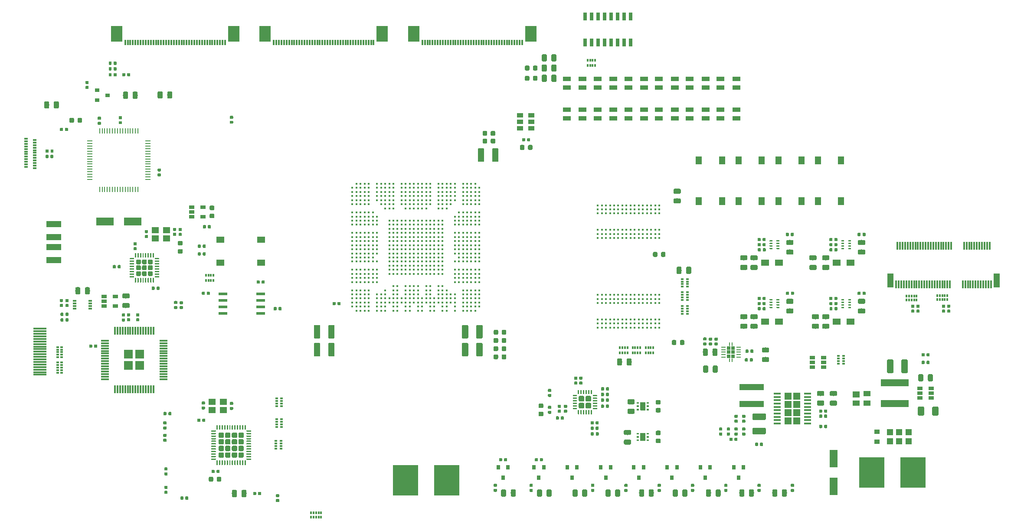
<source format=gtp>
G04 #@! TF.GenerationSoftware,KiCad,Pcbnew,5.1.0*
G04 #@! TF.CreationDate,2019-04-09T12:59:12+01:00*
G04 #@! TF.ProjectId,ecp5_mainboard,65637035-5f6d-4616-996e-626f6172642e,rev?*
G04 #@! TF.SameCoordinates,Original*
G04 #@! TF.FileFunction,Paste,Top*
G04 #@! TF.FilePolarity,Positive*
%FSLAX46Y46*%
G04 Gerber Fmt 4.6, Leading zero omitted, Abs format (unit mm)*
G04 Created by KiCad (PCBNEW 5.1.0) date 2019-04-09 12:59:12*
%MOMM*%
%LPD*%
G04 APERTURE LIST*
%ADD10R,0.700000X0.300000*%
%ADD11C,0.100000*%
%ADD12C,0.975000*%
%ADD13C,1.250000*%
%ADD14C,0.590000*%
%ADD15C,0.875000*%
%ADD16R,1.200000X2.750000*%
%ADD17R,0.300000X1.550000*%
%ADD18R,1.750000X0.550000*%
%ADD19R,0.300000X1.100000*%
%ADD20R,2.300000X3.100000*%
%ADD21R,0.550000X0.300000*%
%ADD22R,0.550000X0.400000*%
%ADD23R,0.300000X0.550000*%
%ADD24R,0.400000X0.550000*%
%ADD25C,0.250000*%
%ADD26R,1.500000X0.900000*%
%ADD27R,1.550000X1.300000*%
%ADD28R,1.300000X1.550000*%
%ADD29R,1.600000X3.500000*%
%ADD30R,3.500000X1.600000*%
%ADD31R,3.000000X1.250000*%
%ADD32C,0.400000*%
%ADD33R,1.400000X1.150000*%
%ADD34R,0.760000X1.600000*%
%ADD35R,5.000000X6.000000*%
%ADD36R,5.500000X1.430000*%
%ADD37R,2.600000X0.300000*%
%ADD38R,1.290000X0.890000*%
%ADD39C,1.000000*%
%ADD40C,0.300000*%
%ADD41R,4.700000X1.200000*%
%ADD42R,1.500000X1.200000*%
%ADD43C,1.090000*%
%ADD44C,0.930000*%
%ADD45C,1.040000*%
%ADD46R,0.300000X1.500000*%
%ADD47R,1.500000X0.300000*%
%ADD48R,1.750000X1.750000*%
%ADD49R,0.250000X1.000000*%
%ADD50R,1.000000X0.250000*%
%ADD51R,1.450000X0.450000*%
%ADD52R,1.400000X1.325000*%
%ADD53R,0.800000X0.300000*%
%ADD54R,0.850000X0.280000*%
%ADD55R,0.640000X0.640000*%
%ADD56R,0.280000X0.700000*%
%ADD57R,1.400000X1.000000*%
%ADD58R,1.400000X1.200000*%
%ADD59R,0.800000X0.900000*%
%ADD60R,0.900000X0.800000*%
%ADD61R,1.060000X0.650000*%
%ADD62R,1.000000X0.950000*%
%ADD63R,1.200000X1.300000*%
%ADD64R,0.400000X0.500000*%
%ADD65R,0.300000X0.500000*%
%ADD66R,0.500000X0.400000*%
%ADD67R,0.500000X0.300000*%
G04 APERTURE END LIST*
D10*
X47920000Y-48800000D03*
X47920000Y-49300000D03*
X47920000Y-49800000D03*
X47920000Y-50300000D03*
X47920000Y-50800000D03*
X47920000Y-51300000D03*
X47920000Y-51800000D03*
X47920000Y-52300000D03*
X47920000Y-52800000D03*
X47920000Y-53300000D03*
X47920000Y-53800000D03*
X47920000Y-54300000D03*
X49620000Y-54050000D03*
X49620000Y-52550000D03*
X49620000Y-53050000D03*
X49620000Y-53550000D03*
X49620000Y-54550000D03*
X49620000Y-52050000D03*
X49620000Y-51550000D03*
X49620000Y-51050000D03*
X49620000Y-50550000D03*
X49620000Y-50050000D03*
X49620000Y-49550000D03*
X49620000Y-49050000D03*
D11*
G36*
X192730142Y-91451174D02*
G01*
X192753803Y-91454684D01*
X192777007Y-91460496D01*
X192799529Y-91468554D01*
X192821153Y-91478782D01*
X192841670Y-91491079D01*
X192860883Y-91505329D01*
X192878607Y-91521393D01*
X192894671Y-91539117D01*
X192908921Y-91558330D01*
X192921218Y-91578847D01*
X192931446Y-91600471D01*
X192939504Y-91622993D01*
X192945316Y-91646197D01*
X192948826Y-91669858D01*
X192950000Y-91693750D01*
X192950000Y-92181250D01*
X192948826Y-92205142D01*
X192945316Y-92228803D01*
X192939504Y-92252007D01*
X192931446Y-92274529D01*
X192921218Y-92296153D01*
X192908921Y-92316670D01*
X192894671Y-92335883D01*
X192878607Y-92353607D01*
X192860883Y-92369671D01*
X192841670Y-92383921D01*
X192821153Y-92396218D01*
X192799529Y-92406446D01*
X192777007Y-92414504D01*
X192753803Y-92420316D01*
X192730142Y-92423826D01*
X192706250Y-92425000D01*
X191793750Y-92425000D01*
X191769858Y-92423826D01*
X191746197Y-92420316D01*
X191722993Y-92414504D01*
X191700471Y-92406446D01*
X191678847Y-92396218D01*
X191658330Y-92383921D01*
X191639117Y-92369671D01*
X191621393Y-92353607D01*
X191605329Y-92335883D01*
X191591079Y-92316670D01*
X191578782Y-92296153D01*
X191568554Y-92274529D01*
X191560496Y-92252007D01*
X191554684Y-92228803D01*
X191551174Y-92205142D01*
X191550000Y-92181250D01*
X191550000Y-91693750D01*
X191551174Y-91669858D01*
X191554684Y-91646197D01*
X191560496Y-91622993D01*
X191568554Y-91600471D01*
X191578782Y-91578847D01*
X191591079Y-91558330D01*
X191605329Y-91539117D01*
X191621393Y-91521393D01*
X191639117Y-91505329D01*
X191658330Y-91491079D01*
X191678847Y-91478782D01*
X191700471Y-91468554D01*
X191722993Y-91460496D01*
X191746197Y-91454684D01*
X191769858Y-91451174D01*
X191793750Y-91450000D01*
X192706250Y-91450000D01*
X192730142Y-91451174D01*
X192730142Y-91451174D01*
G37*
D12*
X192250000Y-91937500D03*
D11*
G36*
X192730142Y-89576174D02*
G01*
X192753803Y-89579684D01*
X192777007Y-89585496D01*
X192799529Y-89593554D01*
X192821153Y-89603782D01*
X192841670Y-89616079D01*
X192860883Y-89630329D01*
X192878607Y-89646393D01*
X192894671Y-89664117D01*
X192908921Y-89683330D01*
X192921218Y-89703847D01*
X192931446Y-89725471D01*
X192939504Y-89747993D01*
X192945316Y-89771197D01*
X192948826Y-89794858D01*
X192950000Y-89818750D01*
X192950000Y-90306250D01*
X192948826Y-90330142D01*
X192945316Y-90353803D01*
X192939504Y-90377007D01*
X192931446Y-90399529D01*
X192921218Y-90421153D01*
X192908921Y-90441670D01*
X192894671Y-90460883D01*
X192878607Y-90478607D01*
X192860883Y-90494671D01*
X192841670Y-90508921D01*
X192821153Y-90521218D01*
X192799529Y-90531446D01*
X192777007Y-90539504D01*
X192753803Y-90545316D01*
X192730142Y-90548826D01*
X192706250Y-90550000D01*
X191793750Y-90550000D01*
X191769858Y-90548826D01*
X191746197Y-90545316D01*
X191722993Y-90539504D01*
X191700471Y-90531446D01*
X191678847Y-90521218D01*
X191658330Y-90508921D01*
X191639117Y-90494671D01*
X191621393Y-90478607D01*
X191605329Y-90460883D01*
X191591079Y-90441670D01*
X191578782Y-90421153D01*
X191568554Y-90399529D01*
X191560496Y-90377007D01*
X191554684Y-90353803D01*
X191551174Y-90330142D01*
X191550000Y-90306250D01*
X191550000Y-89818750D01*
X191551174Y-89794858D01*
X191554684Y-89771197D01*
X191560496Y-89747993D01*
X191568554Y-89725471D01*
X191578782Y-89703847D01*
X191591079Y-89683330D01*
X191605329Y-89664117D01*
X191621393Y-89646393D01*
X191639117Y-89630329D01*
X191658330Y-89616079D01*
X191678847Y-89603782D01*
X191700471Y-89593554D01*
X191722993Y-89585496D01*
X191746197Y-89579684D01*
X191769858Y-89576174D01*
X191793750Y-89575000D01*
X192706250Y-89575000D01*
X192730142Y-89576174D01*
X192730142Y-89576174D01*
G37*
D12*
X192250000Y-90062500D03*
D11*
G36*
X139899504Y-50676204D02*
G01*
X139923773Y-50679804D01*
X139947571Y-50685765D01*
X139970671Y-50694030D01*
X139992849Y-50704520D01*
X140013893Y-50717133D01*
X140033598Y-50731747D01*
X140051777Y-50748223D01*
X140068253Y-50766402D01*
X140082867Y-50786107D01*
X140095480Y-50807151D01*
X140105970Y-50829329D01*
X140114235Y-50852429D01*
X140120196Y-50876227D01*
X140123796Y-50900496D01*
X140125000Y-50925000D01*
X140125000Y-53075000D01*
X140123796Y-53099504D01*
X140120196Y-53123773D01*
X140114235Y-53147571D01*
X140105970Y-53170671D01*
X140095480Y-53192849D01*
X140082867Y-53213893D01*
X140068253Y-53233598D01*
X140051777Y-53251777D01*
X140033598Y-53268253D01*
X140013893Y-53282867D01*
X139992849Y-53295480D01*
X139970671Y-53305970D01*
X139947571Y-53314235D01*
X139923773Y-53320196D01*
X139899504Y-53323796D01*
X139875000Y-53325000D01*
X139125000Y-53325000D01*
X139100496Y-53323796D01*
X139076227Y-53320196D01*
X139052429Y-53314235D01*
X139029329Y-53305970D01*
X139007151Y-53295480D01*
X138986107Y-53282867D01*
X138966402Y-53268253D01*
X138948223Y-53251777D01*
X138931747Y-53233598D01*
X138917133Y-53213893D01*
X138904520Y-53192849D01*
X138894030Y-53170671D01*
X138885765Y-53147571D01*
X138879804Y-53123773D01*
X138876204Y-53099504D01*
X138875000Y-53075000D01*
X138875000Y-50925000D01*
X138876204Y-50900496D01*
X138879804Y-50876227D01*
X138885765Y-50852429D01*
X138894030Y-50829329D01*
X138904520Y-50807151D01*
X138917133Y-50786107D01*
X138931747Y-50766402D01*
X138948223Y-50748223D01*
X138966402Y-50731747D01*
X138986107Y-50717133D01*
X139007151Y-50704520D01*
X139029329Y-50694030D01*
X139052429Y-50685765D01*
X139076227Y-50679804D01*
X139100496Y-50676204D01*
X139125000Y-50675000D01*
X139875000Y-50675000D01*
X139899504Y-50676204D01*
X139899504Y-50676204D01*
G37*
D13*
X139500000Y-52000000D03*
D11*
G36*
X137099504Y-50676204D02*
G01*
X137123773Y-50679804D01*
X137147571Y-50685765D01*
X137170671Y-50694030D01*
X137192849Y-50704520D01*
X137213893Y-50717133D01*
X137233598Y-50731747D01*
X137251777Y-50748223D01*
X137268253Y-50766402D01*
X137282867Y-50786107D01*
X137295480Y-50807151D01*
X137305970Y-50829329D01*
X137314235Y-50852429D01*
X137320196Y-50876227D01*
X137323796Y-50900496D01*
X137325000Y-50925000D01*
X137325000Y-53075000D01*
X137323796Y-53099504D01*
X137320196Y-53123773D01*
X137314235Y-53147571D01*
X137305970Y-53170671D01*
X137295480Y-53192849D01*
X137282867Y-53213893D01*
X137268253Y-53233598D01*
X137251777Y-53251777D01*
X137233598Y-53268253D01*
X137213893Y-53282867D01*
X137192849Y-53295480D01*
X137170671Y-53305970D01*
X137147571Y-53314235D01*
X137123773Y-53320196D01*
X137099504Y-53323796D01*
X137075000Y-53325000D01*
X136325000Y-53325000D01*
X136300496Y-53323796D01*
X136276227Y-53320196D01*
X136252429Y-53314235D01*
X136229329Y-53305970D01*
X136207151Y-53295480D01*
X136186107Y-53282867D01*
X136166402Y-53268253D01*
X136148223Y-53251777D01*
X136131747Y-53233598D01*
X136117133Y-53213893D01*
X136104520Y-53192849D01*
X136094030Y-53170671D01*
X136085765Y-53147571D01*
X136079804Y-53123773D01*
X136076204Y-53099504D01*
X136075000Y-53075000D01*
X136075000Y-50925000D01*
X136076204Y-50900496D01*
X136079804Y-50876227D01*
X136085765Y-50852429D01*
X136094030Y-50829329D01*
X136104520Y-50807151D01*
X136117133Y-50786107D01*
X136131747Y-50766402D01*
X136148223Y-50748223D01*
X136166402Y-50731747D01*
X136186107Y-50717133D01*
X136207151Y-50704520D01*
X136229329Y-50694030D01*
X136252429Y-50685765D01*
X136276227Y-50679804D01*
X136300496Y-50676204D01*
X136325000Y-50675000D01*
X137075000Y-50675000D01*
X137099504Y-50676204D01*
X137099504Y-50676204D01*
G37*
D13*
X136700000Y-52000000D03*
D11*
G36*
X155386958Y-95270710D02*
G01*
X155401276Y-95272834D01*
X155415317Y-95276351D01*
X155428946Y-95281228D01*
X155442031Y-95287417D01*
X155454447Y-95294858D01*
X155466073Y-95303481D01*
X155476798Y-95313202D01*
X155486519Y-95323927D01*
X155495142Y-95335553D01*
X155502583Y-95347969D01*
X155508772Y-95361054D01*
X155513649Y-95374683D01*
X155517166Y-95388724D01*
X155519290Y-95403042D01*
X155520000Y-95417500D01*
X155520000Y-95712500D01*
X155519290Y-95726958D01*
X155517166Y-95741276D01*
X155513649Y-95755317D01*
X155508772Y-95768946D01*
X155502583Y-95782031D01*
X155495142Y-95794447D01*
X155486519Y-95806073D01*
X155476798Y-95816798D01*
X155466073Y-95826519D01*
X155454447Y-95835142D01*
X155442031Y-95842583D01*
X155428946Y-95848772D01*
X155415317Y-95853649D01*
X155401276Y-95857166D01*
X155386958Y-95859290D01*
X155372500Y-95860000D01*
X155027500Y-95860000D01*
X155013042Y-95859290D01*
X154998724Y-95857166D01*
X154984683Y-95853649D01*
X154971054Y-95848772D01*
X154957969Y-95842583D01*
X154945553Y-95835142D01*
X154933927Y-95826519D01*
X154923202Y-95816798D01*
X154913481Y-95806073D01*
X154904858Y-95794447D01*
X154897417Y-95782031D01*
X154891228Y-95768946D01*
X154886351Y-95755317D01*
X154882834Y-95741276D01*
X154880710Y-95726958D01*
X154880000Y-95712500D01*
X154880000Y-95417500D01*
X154880710Y-95403042D01*
X154882834Y-95388724D01*
X154886351Y-95374683D01*
X154891228Y-95361054D01*
X154897417Y-95347969D01*
X154904858Y-95335553D01*
X154913481Y-95323927D01*
X154923202Y-95313202D01*
X154933927Y-95303481D01*
X154945553Y-95294858D01*
X154957969Y-95287417D01*
X154971054Y-95281228D01*
X154984683Y-95276351D01*
X154998724Y-95272834D01*
X155013042Y-95270710D01*
X155027500Y-95270000D01*
X155372500Y-95270000D01*
X155386958Y-95270710D01*
X155386958Y-95270710D01*
G37*
D14*
X155200000Y-95565000D03*
D11*
G36*
X155386958Y-96240710D02*
G01*
X155401276Y-96242834D01*
X155415317Y-96246351D01*
X155428946Y-96251228D01*
X155442031Y-96257417D01*
X155454447Y-96264858D01*
X155466073Y-96273481D01*
X155476798Y-96283202D01*
X155486519Y-96293927D01*
X155495142Y-96305553D01*
X155502583Y-96317969D01*
X155508772Y-96331054D01*
X155513649Y-96344683D01*
X155517166Y-96358724D01*
X155519290Y-96373042D01*
X155520000Y-96387500D01*
X155520000Y-96682500D01*
X155519290Y-96696958D01*
X155517166Y-96711276D01*
X155513649Y-96725317D01*
X155508772Y-96738946D01*
X155502583Y-96752031D01*
X155495142Y-96764447D01*
X155486519Y-96776073D01*
X155476798Y-96786798D01*
X155466073Y-96796519D01*
X155454447Y-96805142D01*
X155442031Y-96812583D01*
X155428946Y-96818772D01*
X155415317Y-96823649D01*
X155401276Y-96827166D01*
X155386958Y-96829290D01*
X155372500Y-96830000D01*
X155027500Y-96830000D01*
X155013042Y-96829290D01*
X154998724Y-96827166D01*
X154984683Y-96823649D01*
X154971054Y-96818772D01*
X154957969Y-96812583D01*
X154945553Y-96805142D01*
X154933927Y-96796519D01*
X154923202Y-96786798D01*
X154913481Y-96776073D01*
X154904858Y-96764447D01*
X154897417Y-96752031D01*
X154891228Y-96738946D01*
X154886351Y-96725317D01*
X154882834Y-96711276D01*
X154880710Y-96696958D01*
X154880000Y-96682500D01*
X154880000Y-96387500D01*
X154880710Y-96373042D01*
X154882834Y-96358724D01*
X154886351Y-96344683D01*
X154891228Y-96331054D01*
X154897417Y-96317969D01*
X154904858Y-96305553D01*
X154913481Y-96293927D01*
X154923202Y-96283202D01*
X154933927Y-96273481D01*
X154945553Y-96264858D01*
X154957969Y-96257417D01*
X154971054Y-96251228D01*
X154984683Y-96246351D01*
X154998724Y-96242834D01*
X155013042Y-96240710D01*
X155027500Y-96240000D01*
X155372500Y-96240000D01*
X155386958Y-96240710D01*
X155386958Y-96240710D01*
G37*
D14*
X155200000Y-96535000D03*
D11*
G36*
X156386958Y-95270710D02*
G01*
X156401276Y-95272834D01*
X156415317Y-95276351D01*
X156428946Y-95281228D01*
X156442031Y-95287417D01*
X156454447Y-95294858D01*
X156466073Y-95303481D01*
X156476798Y-95313202D01*
X156486519Y-95323927D01*
X156495142Y-95335553D01*
X156502583Y-95347969D01*
X156508772Y-95361054D01*
X156513649Y-95374683D01*
X156517166Y-95388724D01*
X156519290Y-95403042D01*
X156520000Y-95417500D01*
X156520000Y-95712500D01*
X156519290Y-95726958D01*
X156517166Y-95741276D01*
X156513649Y-95755317D01*
X156508772Y-95768946D01*
X156502583Y-95782031D01*
X156495142Y-95794447D01*
X156486519Y-95806073D01*
X156476798Y-95816798D01*
X156466073Y-95826519D01*
X156454447Y-95835142D01*
X156442031Y-95842583D01*
X156428946Y-95848772D01*
X156415317Y-95853649D01*
X156401276Y-95857166D01*
X156386958Y-95859290D01*
X156372500Y-95860000D01*
X156027500Y-95860000D01*
X156013042Y-95859290D01*
X155998724Y-95857166D01*
X155984683Y-95853649D01*
X155971054Y-95848772D01*
X155957969Y-95842583D01*
X155945553Y-95835142D01*
X155933927Y-95826519D01*
X155923202Y-95816798D01*
X155913481Y-95806073D01*
X155904858Y-95794447D01*
X155897417Y-95782031D01*
X155891228Y-95768946D01*
X155886351Y-95755317D01*
X155882834Y-95741276D01*
X155880710Y-95726958D01*
X155880000Y-95712500D01*
X155880000Y-95417500D01*
X155880710Y-95403042D01*
X155882834Y-95388724D01*
X155886351Y-95374683D01*
X155891228Y-95361054D01*
X155897417Y-95347969D01*
X155904858Y-95335553D01*
X155913481Y-95323927D01*
X155923202Y-95313202D01*
X155933927Y-95303481D01*
X155945553Y-95294858D01*
X155957969Y-95287417D01*
X155971054Y-95281228D01*
X155984683Y-95276351D01*
X155998724Y-95272834D01*
X156013042Y-95270710D01*
X156027500Y-95270000D01*
X156372500Y-95270000D01*
X156386958Y-95270710D01*
X156386958Y-95270710D01*
G37*
D14*
X156200000Y-95565000D03*
D11*
G36*
X156386958Y-96240710D02*
G01*
X156401276Y-96242834D01*
X156415317Y-96246351D01*
X156428946Y-96251228D01*
X156442031Y-96257417D01*
X156454447Y-96264858D01*
X156466073Y-96273481D01*
X156476798Y-96283202D01*
X156486519Y-96293927D01*
X156495142Y-96305553D01*
X156502583Y-96317969D01*
X156508772Y-96331054D01*
X156513649Y-96344683D01*
X156517166Y-96358724D01*
X156519290Y-96373042D01*
X156520000Y-96387500D01*
X156520000Y-96682500D01*
X156519290Y-96696958D01*
X156517166Y-96711276D01*
X156513649Y-96725317D01*
X156508772Y-96738946D01*
X156502583Y-96752031D01*
X156495142Y-96764447D01*
X156486519Y-96776073D01*
X156476798Y-96786798D01*
X156466073Y-96796519D01*
X156454447Y-96805142D01*
X156442031Y-96812583D01*
X156428946Y-96818772D01*
X156415317Y-96823649D01*
X156401276Y-96827166D01*
X156386958Y-96829290D01*
X156372500Y-96830000D01*
X156027500Y-96830000D01*
X156013042Y-96829290D01*
X155998724Y-96827166D01*
X155984683Y-96823649D01*
X155971054Y-96818772D01*
X155957969Y-96812583D01*
X155945553Y-96805142D01*
X155933927Y-96796519D01*
X155923202Y-96786798D01*
X155913481Y-96776073D01*
X155904858Y-96764447D01*
X155897417Y-96752031D01*
X155891228Y-96738946D01*
X155886351Y-96725317D01*
X155882834Y-96711276D01*
X155880710Y-96696958D01*
X155880000Y-96682500D01*
X155880000Y-96387500D01*
X155880710Y-96373042D01*
X155882834Y-96358724D01*
X155886351Y-96344683D01*
X155891228Y-96331054D01*
X155897417Y-96317969D01*
X155904858Y-96305553D01*
X155913481Y-96293927D01*
X155923202Y-96283202D01*
X155933927Y-96273481D01*
X155945553Y-96264858D01*
X155957969Y-96257417D01*
X155971054Y-96251228D01*
X155984683Y-96246351D01*
X155998724Y-96242834D01*
X156013042Y-96240710D01*
X156027500Y-96240000D01*
X156372500Y-96240000D01*
X156386958Y-96240710D01*
X156386958Y-96240710D01*
G37*
D14*
X156200000Y-96535000D03*
D11*
G36*
X158576958Y-103980710D02*
G01*
X158591276Y-103982834D01*
X158605317Y-103986351D01*
X158618946Y-103991228D01*
X158632031Y-103997417D01*
X158644447Y-104004858D01*
X158656073Y-104013481D01*
X158666798Y-104023202D01*
X158676519Y-104033927D01*
X158685142Y-104045553D01*
X158692583Y-104057969D01*
X158698772Y-104071054D01*
X158703649Y-104084683D01*
X158707166Y-104098724D01*
X158709290Y-104113042D01*
X158710000Y-104127500D01*
X158710000Y-104472500D01*
X158709290Y-104486958D01*
X158707166Y-104501276D01*
X158703649Y-104515317D01*
X158698772Y-104528946D01*
X158692583Y-104542031D01*
X158685142Y-104554447D01*
X158676519Y-104566073D01*
X158666798Y-104576798D01*
X158656073Y-104586519D01*
X158644447Y-104595142D01*
X158632031Y-104602583D01*
X158618946Y-104608772D01*
X158605317Y-104613649D01*
X158591276Y-104617166D01*
X158576958Y-104619290D01*
X158562500Y-104620000D01*
X158267500Y-104620000D01*
X158253042Y-104619290D01*
X158238724Y-104617166D01*
X158224683Y-104613649D01*
X158211054Y-104608772D01*
X158197969Y-104602583D01*
X158185553Y-104595142D01*
X158173927Y-104586519D01*
X158163202Y-104576798D01*
X158153481Y-104566073D01*
X158144858Y-104554447D01*
X158137417Y-104542031D01*
X158131228Y-104528946D01*
X158126351Y-104515317D01*
X158122834Y-104501276D01*
X158120710Y-104486958D01*
X158120000Y-104472500D01*
X158120000Y-104127500D01*
X158120710Y-104113042D01*
X158122834Y-104098724D01*
X158126351Y-104084683D01*
X158131228Y-104071054D01*
X158137417Y-104057969D01*
X158144858Y-104045553D01*
X158153481Y-104033927D01*
X158163202Y-104023202D01*
X158173927Y-104013481D01*
X158185553Y-104004858D01*
X158197969Y-103997417D01*
X158211054Y-103991228D01*
X158224683Y-103986351D01*
X158238724Y-103982834D01*
X158253042Y-103980710D01*
X158267500Y-103980000D01*
X158562500Y-103980000D01*
X158576958Y-103980710D01*
X158576958Y-103980710D01*
G37*
D14*
X158415000Y-104300000D03*
D11*
G36*
X159546958Y-103980710D02*
G01*
X159561276Y-103982834D01*
X159575317Y-103986351D01*
X159588946Y-103991228D01*
X159602031Y-103997417D01*
X159614447Y-104004858D01*
X159626073Y-104013481D01*
X159636798Y-104023202D01*
X159646519Y-104033927D01*
X159655142Y-104045553D01*
X159662583Y-104057969D01*
X159668772Y-104071054D01*
X159673649Y-104084683D01*
X159677166Y-104098724D01*
X159679290Y-104113042D01*
X159680000Y-104127500D01*
X159680000Y-104472500D01*
X159679290Y-104486958D01*
X159677166Y-104501276D01*
X159673649Y-104515317D01*
X159668772Y-104528946D01*
X159662583Y-104542031D01*
X159655142Y-104554447D01*
X159646519Y-104566073D01*
X159636798Y-104576798D01*
X159626073Y-104586519D01*
X159614447Y-104595142D01*
X159602031Y-104602583D01*
X159588946Y-104608772D01*
X159575317Y-104613649D01*
X159561276Y-104617166D01*
X159546958Y-104619290D01*
X159532500Y-104620000D01*
X159237500Y-104620000D01*
X159223042Y-104619290D01*
X159208724Y-104617166D01*
X159194683Y-104613649D01*
X159181054Y-104608772D01*
X159167969Y-104602583D01*
X159155553Y-104595142D01*
X159143927Y-104586519D01*
X159133202Y-104576798D01*
X159123481Y-104566073D01*
X159114858Y-104554447D01*
X159107417Y-104542031D01*
X159101228Y-104528946D01*
X159096351Y-104515317D01*
X159092834Y-104501276D01*
X159090710Y-104486958D01*
X159090000Y-104472500D01*
X159090000Y-104127500D01*
X159090710Y-104113042D01*
X159092834Y-104098724D01*
X159096351Y-104084683D01*
X159101228Y-104071054D01*
X159107417Y-104057969D01*
X159114858Y-104045553D01*
X159123481Y-104033927D01*
X159133202Y-104023202D01*
X159143927Y-104013481D01*
X159155553Y-104004858D01*
X159167969Y-103997417D01*
X159181054Y-103991228D01*
X159194683Y-103986351D01*
X159208724Y-103982834D01*
X159223042Y-103980710D01*
X159237500Y-103980000D01*
X159532500Y-103980000D01*
X159546958Y-103980710D01*
X159546958Y-103980710D01*
G37*
D14*
X159385000Y-104300000D03*
D11*
G36*
X145191958Y-48680710D02*
G01*
X145206276Y-48682834D01*
X145220317Y-48686351D01*
X145233946Y-48691228D01*
X145247031Y-48697417D01*
X145259447Y-48704858D01*
X145271073Y-48713481D01*
X145281798Y-48723202D01*
X145291519Y-48733927D01*
X145300142Y-48745553D01*
X145307583Y-48757969D01*
X145313772Y-48771054D01*
X145318649Y-48784683D01*
X145322166Y-48798724D01*
X145324290Y-48813042D01*
X145325000Y-48827500D01*
X145325000Y-49172500D01*
X145324290Y-49186958D01*
X145322166Y-49201276D01*
X145318649Y-49215317D01*
X145313772Y-49228946D01*
X145307583Y-49242031D01*
X145300142Y-49254447D01*
X145291519Y-49266073D01*
X145281798Y-49276798D01*
X145271073Y-49286519D01*
X145259447Y-49295142D01*
X145247031Y-49302583D01*
X145233946Y-49308772D01*
X145220317Y-49313649D01*
X145206276Y-49317166D01*
X145191958Y-49319290D01*
X145177500Y-49320000D01*
X144882500Y-49320000D01*
X144868042Y-49319290D01*
X144853724Y-49317166D01*
X144839683Y-49313649D01*
X144826054Y-49308772D01*
X144812969Y-49302583D01*
X144800553Y-49295142D01*
X144788927Y-49286519D01*
X144778202Y-49276798D01*
X144768481Y-49266073D01*
X144759858Y-49254447D01*
X144752417Y-49242031D01*
X144746228Y-49228946D01*
X144741351Y-49215317D01*
X144737834Y-49201276D01*
X144735710Y-49186958D01*
X144735000Y-49172500D01*
X144735000Y-48827500D01*
X144735710Y-48813042D01*
X144737834Y-48798724D01*
X144741351Y-48784683D01*
X144746228Y-48771054D01*
X144752417Y-48757969D01*
X144759858Y-48745553D01*
X144768481Y-48733927D01*
X144778202Y-48723202D01*
X144788927Y-48713481D01*
X144800553Y-48704858D01*
X144812969Y-48697417D01*
X144826054Y-48691228D01*
X144839683Y-48686351D01*
X144853724Y-48682834D01*
X144868042Y-48680710D01*
X144882500Y-48680000D01*
X145177500Y-48680000D01*
X145191958Y-48680710D01*
X145191958Y-48680710D01*
G37*
D14*
X145030000Y-49000000D03*
D11*
G36*
X146161958Y-48680710D02*
G01*
X146176276Y-48682834D01*
X146190317Y-48686351D01*
X146203946Y-48691228D01*
X146217031Y-48697417D01*
X146229447Y-48704858D01*
X146241073Y-48713481D01*
X146251798Y-48723202D01*
X146261519Y-48733927D01*
X146270142Y-48745553D01*
X146277583Y-48757969D01*
X146283772Y-48771054D01*
X146288649Y-48784683D01*
X146292166Y-48798724D01*
X146294290Y-48813042D01*
X146295000Y-48827500D01*
X146295000Y-49172500D01*
X146294290Y-49186958D01*
X146292166Y-49201276D01*
X146288649Y-49215317D01*
X146283772Y-49228946D01*
X146277583Y-49242031D01*
X146270142Y-49254447D01*
X146261519Y-49266073D01*
X146251798Y-49276798D01*
X146241073Y-49286519D01*
X146229447Y-49295142D01*
X146217031Y-49302583D01*
X146203946Y-49308772D01*
X146190317Y-49313649D01*
X146176276Y-49317166D01*
X146161958Y-49319290D01*
X146147500Y-49320000D01*
X145852500Y-49320000D01*
X145838042Y-49319290D01*
X145823724Y-49317166D01*
X145809683Y-49313649D01*
X145796054Y-49308772D01*
X145782969Y-49302583D01*
X145770553Y-49295142D01*
X145758927Y-49286519D01*
X145748202Y-49276798D01*
X145738481Y-49266073D01*
X145729858Y-49254447D01*
X145722417Y-49242031D01*
X145716228Y-49228946D01*
X145711351Y-49215317D01*
X145707834Y-49201276D01*
X145705710Y-49186958D01*
X145705000Y-49172500D01*
X145705000Y-48827500D01*
X145705710Y-48813042D01*
X145707834Y-48798724D01*
X145711351Y-48784683D01*
X145716228Y-48771054D01*
X145722417Y-48757969D01*
X145729858Y-48745553D01*
X145738481Y-48733927D01*
X145748202Y-48723202D01*
X145758927Y-48713481D01*
X145770553Y-48704858D01*
X145782969Y-48697417D01*
X145796054Y-48691228D01*
X145809683Y-48686351D01*
X145823724Y-48682834D01*
X145838042Y-48680710D01*
X145852500Y-48680000D01*
X146147500Y-48680000D01*
X146161958Y-48680710D01*
X146161958Y-48680710D01*
G37*
D14*
X146000000Y-49000000D03*
D11*
G36*
X146565191Y-50026053D02*
G01*
X146586426Y-50029203D01*
X146607250Y-50034419D01*
X146627462Y-50041651D01*
X146646868Y-50050830D01*
X146665281Y-50061866D01*
X146682524Y-50074654D01*
X146698430Y-50089070D01*
X146712846Y-50104976D01*
X146725634Y-50122219D01*
X146736670Y-50140632D01*
X146745849Y-50160038D01*
X146753081Y-50180250D01*
X146758297Y-50201074D01*
X146761447Y-50222309D01*
X146762500Y-50243750D01*
X146762500Y-50756250D01*
X146761447Y-50777691D01*
X146758297Y-50798926D01*
X146753081Y-50819750D01*
X146745849Y-50839962D01*
X146736670Y-50859368D01*
X146725634Y-50877781D01*
X146712846Y-50895024D01*
X146698430Y-50910930D01*
X146682524Y-50925346D01*
X146665281Y-50938134D01*
X146646868Y-50949170D01*
X146627462Y-50958349D01*
X146607250Y-50965581D01*
X146586426Y-50970797D01*
X146565191Y-50973947D01*
X146543750Y-50975000D01*
X146106250Y-50975000D01*
X146084809Y-50973947D01*
X146063574Y-50970797D01*
X146042750Y-50965581D01*
X146022538Y-50958349D01*
X146003132Y-50949170D01*
X145984719Y-50938134D01*
X145967476Y-50925346D01*
X145951570Y-50910930D01*
X145937154Y-50895024D01*
X145924366Y-50877781D01*
X145913330Y-50859368D01*
X145904151Y-50839962D01*
X145896919Y-50819750D01*
X145891703Y-50798926D01*
X145888553Y-50777691D01*
X145887500Y-50756250D01*
X145887500Y-50243750D01*
X145888553Y-50222309D01*
X145891703Y-50201074D01*
X145896919Y-50180250D01*
X145904151Y-50160038D01*
X145913330Y-50140632D01*
X145924366Y-50122219D01*
X145937154Y-50104976D01*
X145951570Y-50089070D01*
X145967476Y-50074654D01*
X145984719Y-50061866D01*
X146003132Y-50050830D01*
X146022538Y-50041651D01*
X146042750Y-50034419D01*
X146063574Y-50029203D01*
X146084809Y-50026053D01*
X146106250Y-50025000D01*
X146543750Y-50025000D01*
X146565191Y-50026053D01*
X146565191Y-50026053D01*
G37*
D15*
X146325000Y-50500000D03*
D11*
G36*
X144990191Y-50026053D02*
G01*
X145011426Y-50029203D01*
X145032250Y-50034419D01*
X145052462Y-50041651D01*
X145071868Y-50050830D01*
X145090281Y-50061866D01*
X145107524Y-50074654D01*
X145123430Y-50089070D01*
X145137846Y-50104976D01*
X145150634Y-50122219D01*
X145161670Y-50140632D01*
X145170849Y-50160038D01*
X145178081Y-50180250D01*
X145183297Y-50201074D01*
X145186447Y-50222309D01*
X145187500Y-50243750D01*
X145187500Y-50756250D01*
X145186447Y-50777691D01*
X145183297Y-50798926D01*
X145178081Y-50819750D01*
X145170849Y-50839962D01*
X145161670Y-50859368D01*
X145150634Y-50877781D01*
X145137846Y-50895024D01*
X145123430Y-50910930D01*
X145107524Y-50925346D01*
X145090281Y-50938134D01*
X145071868Y-50949170D01*
X145052462Y-50958349D01*
X145032250Y-50965581D01*
X145011426Y-50970797D01*
X144990191Y-50973947D01*
X144968750Y-50975000D01*
X144531250Y-50975000D01*
X144509809Y-50973947D01*
X144488574Y-50970797D01*
X144467750Y-50965581D01*
X144447538Y-50958349D01*
X144428132Y-50949170D01*
X144409719Y-50938134D01*
X144392476Y-50925346D01*
X144376570Y-50910930D01*
X144362154Y-50895024D01*
X144349366Y-50877781D01*
X144338330Y-50859368D01*
X144329151Y-50839962D01*
X144321919Y-50819750D01*
X144316703Y-50798926D01*
X144313553Y-50777691D01*
X144312500Y-50756250D01*
X144312500Y-50243750D01*
X144313553Y-50222309D01*
X144316703Y-50201074D01*
X144321919Y-50180250D01*
X144329151Y-50160038D01*
X144338330Y-50140632D01*
X144349366Y-50122219D01*
X144362154Y-50104976D01*
X144376570Y-50089070D01*
X144392476Y-50074654D01*
X144409719Y-50061866D01*
X144428132Y-50050830D01*
X144447538Y-50041651D01*
X144467750Y-50034419D01*
X144488574Y-50029203D01*
X144509809Y-50026053D01*
X144531250Y-50025000D01*
X144968750Y-50025000D01*
X144990191Y-50026053D01*
X144990191Y-50026053D01*
G37*
D15*
X144750000Y-50500000D03*
D16*
X216650000Y-76500000D03*
X237350000Y-76500000D03*
D17*
X217750000Y-77250000D03*
X218000000Y-69750000D03*
X218250000Y-77250000D03*
X218500000Y-69750000D03*
X218750000Y-77250000D03*
X219000000Y-69750000D03*
X219250000Y-77250000D03*
X219500000Y-69750000D03*
X219750000Y-77250000D03*
X220000000Y-69750000D03*
X220250000Y-77250000D03*
X220500000Y-69750000D03*
X220750000Y-77250000D03*
X221000000Y-69750000D03*
X221250000Y-77250000D03*
X221500000Y-69750000D03*
X221750000Y-77250000D03*
X222000000Y-69750000D03*
X222250000Y-77250000D03*
X222500000Y-69750000D03*
X222750000Y-77250000D03*
X223000000Y-69750000D03*
X223250000Y-77250000D03*
X223500000Y-69750000D03*
X223750000Y-77250000D03*
X224000000Y-69750000D03*
X224250000Y-77250000D03*
X224500000Y-69750000D03*
X224750000Y-77250000D03*
X225000000Y-69750000D03*
X225250000Y-77250000D03*
X225500000Y-69750000D03*
X225750000Y-77250000D03*
X226000000Y-69750000D03*
X226250000Y-77250000D03*
X226500000Y-69750000D03*
X226750000Y-77250000D03*
X227000000Y-69750000D03*
X227250000Y-77250000D03*
X227500000Y-69750000D03*
X227750000Y-77250000D03*
X228000000Y-69750000D03*
X228250000Y-77250000D03*
X228500000Y-69750000D03*
X230750000Y-77250000D03*
X231000000Y-69750000D03*
X231250000Y-77250000D03*
X231500000Y-69750000D03*
X231750000Y-77250000D03*
X232000000Y-69750000D03*
X232250000Y-77250000D03*
X232500000Y-69750000D03*
X232750000Y-77250000D03*
X233000000Y-69750000D03*
X233250000Y-77250000D03*
X233500000Y-69750000D03*
X233750000Y-77250000D03*
X234000000Y-69750000D03*
X234250000Y-77250000D03*
X234500000Y-69750000D03*
X234750000Y-77250000D03*
X235000000Y-69750000D03*
X235250000Y-77250000D03*
X235500000Y-69750000D03*
X235750000Y-77250000D03*
X236000000Y-69750000D03*
X236250000Y-77250000D03*
D18*
X93700000Y-79095000D03*
X93700000Y-80365000D03*
X93700000Y-81635000D03*
X93700000Y-82905000D03*
X86300000Y-82905000D03*
X86300000Y-81635000D03*
X86300000Y-80365000D03*
X86300000Y-79095000D03*
D19*
X144750000Y-30000000D03*
X144250000Y-30000000D03*
X143750000Y-30000000D03*
X143250000Y-30000000D03*
X142750000Y-30000000D03*
X142250000Y-30000000D03*
X141750000Y-30000000D03*
X141250000Y-30000000D03*
X140750000Y-30000000D03*
X140250000Y-30000000D03*
X139750000Y-30000000D03*
X139250000Y-30000000D03*
X138750000Y-30000000D03*
X138250000Y-30000000D03*
X137750000Y-30000000D03*
X137250000Y-30000000D03*
X136750000Y-30000000D03*
X136250000Y-30000000D03*
X135750000Y-30000000D03*
X135250000Y-30000000D03*
X134750000Y-30000000D03*
X134250000Y-30000000D03*
X133750000Y-30000000D03*
X133250000Y-30000000D03*
X132750000Y-30000000D03*
X132250000Y-30000000D03*
X131750000Y-30000000D03*
X131250000Y-30000000D03*
X130750000Y-30000000D03*
X130250000Y-30000000D03*
X129750000Y-30000000D03*
X129250000Y-30000000D03*
X128750000Y-30000000D03*
X128250000Y-30000000D03*
X127750000Y-30000000D03*
X127250000Y-30000000D03*
X126750000Y-30000000D03*
X126250000Y-30000000D03*
X125750000Y-30000000D03*
X125250000Y-30000000D03*
D20*
X123580000Y-28300000D03*
X146420000Y-28300000D03*
D21*
X54870000Y-94500000D03*
X54870000Y-94000000D03*
D22*
X54870000Y-93500000D03*
D21*
X54870000Y-93000000D03*
X54870000Y-92500000D03*
X54100000Y-92500000D03*
X54100000Y-93000000D03*
D22*
X54100000Y-93500000D03*
D21*
X54100000Y-94000000D03*
X54100000Y-94500000D03*
D23*
X103500000Y-122680000D03*
X104000000Y-122680000D03*
D24*
X104500000Y-122680000D03*
D23*
X105000000Y-122680000D03*
X105500000Y-122680000D03*
X105500000Y-121910000D03*
X105000000Y-121910000D03*
D24*
X104500000Y-121910000D03*
D23*
X104000000Y-121910000D03*
X103500000Y-121910000D03*
X227750000Y-79480000D03*
X227250000Y-79480000D03*
D24*
X226750000Y-79480000D03*
D23*
X226250000Y-79480000D03*
X225750000Y-79480000D03*
X225750000Y-80250000D03*
X226250000Y-80250000D03*
D24*
X226750000Y-80250000D03*
D23*
X227250000Y-80250000D03*
X227750000Y-80250000D03*
D21*
X54800000Y-91500000D03*
X54800000Y-91000000D03*
D22*
X54800000Y-90500000D03*
D21*
X54800000Y-90000000D03*
X54800000Y-89500000D03*
X54030000Y-89500000D03*
X54030000Y-90000000D03*
D22*
X54030000Y-90500000D03*
D21*
X54030000Y-91000000D03*
X54030000Y-91500000D03*
D23*
X221750000Y-79500000D03*
X221250000Y-79500000D03*
D24*
X220750000Y-79500000D03*
D23*
X220250000Y-79500000D03*
X219750000Y-79500000D03*
X219750000Y-80270000D03*
X220250000Y-80270000D03*
D24*
X220750000Y-80270000D03*
D23*
X221250000Y-80270000D03*
X221750000Y-80270000D03*
D11*
G36*
X193554901Y-68625241D02*
G01*
X193559755Y-68625961D01*
X193564514Y-68627153D01*
X193569134Y-68628806D01*
X193573570Y-68630904D01*
X193577779Y-68633427D01*
X193581720Y-68636349D01*
X193585355Y-68639645D01*
X193588651Y-68643280D01*
X193591573Y-68647221D01*
X193594096Y-68651430D01*
X193596194Y-68655866D01*
X193597847Y-68660486D01*
X193599039Y-68665245D01*
X193599759Y-68670099D01*
X193600000Y-68675000D01*
X193600000Y-68825000D01*
X193599759Y-68829901D01*
X193599039Y-68834755D01*
X193597847Y-68839514D01*
X193596194Y-68844134D01*
X193594096Y-68848570D01*
X193591573Y-68852779D01*
X193588651Y-68856720D01*
X193585355Y-68860355D01*
X193581720Y-68863651D01*
X193577779Y-68866573D01*
X193573570Y-68869096D01*
X193569134Y-68871194D01*
X193564514Y-68872847D01*
X193559755Y-68874039D01*
X193554901Y-68874759D01*
X193550000Y-68875000D01*
X193100000Y-68875000D01*
X193095099Y-68874759D01*
X193090245Y-68874039D01*
X193085486Y-68872847D01*
X193080866Y-68871194D01*
X193076430Y-68869096D01*
X193072221Y-68866573D01*
X193068280Y-68863651D01*
X193064645Y-68860355D01*
X193061349Y-68856720D01*
X193058427Y-68852779D01*
X193055904Y-68848570D01*
X193053806Y-68844134D01*
X193052153Y-68839514D01*
X193050961Y-68834755D01*
X193050241Y-68829901D01*
X193050000Y-68825000D01*
X193050000Y-68675000D01*
X193050241Y-68670099D01*
X193050961Y-68665245D01*
X193052153Y-68660486D01*
X193053806Y-68655866D01*
X193055904Y-68651430D01*
X193058427Y-68647221D01*
X193061349Y-68643280D01*
X193064645Y-68639645D01*
X193068280Y-68636349D01*
X193072221Y-68633427D01*
X193076430Y-68630904D01*
X193080866Y-68628806D01*
X193085486Y-68627153D01*
X193090245Y-68625961D01*
X193095099Y-68625241D01*
X193100000Y-68625000D01*
X193550000Y-68625000D01*
X193554901Y-68625241D01*
X193554901Y-68625241D01*
G37*
D25*
X193325000Y-68750000D03*
D11*
G36*
X193554901Y-69125241D02*
G01*
X193559755Y-69125961D01*
X193564514Y-69127153D01*
X193569134Y-69128806D01*
X193573570Y-69130904D01*
X193577779Y-69133427D01*
X193581720Y-69136349D01*
X193585355Y-69139645D01*
X193588651Y-69143280D01*
X193591573Y-69147221D01*
X193594096Y-69151430D01*
X193596194Y-69155866D01*
X193597847Y-69160486D01*
X193599039Y-69165245D01*
X193599759Y-69170099D01*
X193600000Y-69175000D01*
X193600000Y-69325000D01*
X193599759Y-69329901D01*
X193599039Y-69334755D01*
X193597847Y-69339514D01*
X193596194Y-69344134D01*
X193594096Y-69348570D01*
X193591573Y-69352779D01*
X193588651Y-69356720D01*
X193585355Y-69360355D01*
X193581720Y-69363651D01*
X193577779Y-69366573D01*
X193573570Y-69369096D01*
X193569134Y-69371194D01*
X193564514Y-69372847D01*
X193559755Y-69374039D01*
X193554901Y-69374759D01*
X193550000Y-69375000D01*
X193100000Y-69375000D01*
X193095099Y-69374759D01*
X193090245Y-69374039D01*
X193085486Y-69372847D01*
X193080866Y-69371194D01*
X193076430Y-69369096D01*
X193072221Y-69366573D01*
X193068280Y-69363651D01*
X193064645Y-69360355D01*
X193061349Y-69356720D01*
X193058427Y-69352779D01*
X193055904Y-69348570D01*
X193053806Y-69344134D01*
X193052153Y-69339514D01*
X193050961Y-69334755D01*
X193050241Y-69329901D01*
X193050000Y-69325000D01*
X193050000Y-69175000D01*
X193050241Y-69170099D01*
X193050961Y-69165245D01*
X193052153Y-69160486D01*
X193053806Y-69155866D01*
X193055904Y-69151430D01*
X193058427Y-69147221D01*
X193061349Y-69143280D01*
X193064645Y-69139645D01*
X193068280Y-69136349D01*
X193072221Y-69133427D01*
X193076430Y-69130904D01*
X193080866Y-69128806D01*
X193085486Y-69127153D01*
X193090245Y-69125961D01*
X193095099Y-69125241D01*
X193100000Y-69125000D01*
X193550000Y-69125000D01*
X193554901Y-69125241D01*
X193554901Y-69125241D01*
G37*
D25*
X193325000Y-69250000D03*
D11*
G36*
X193554901Y-69625241D02*
G01*
X193559755Y-69625961D01*
X193564514Y-69627153D01*
X193569134Y-69628806D01*
X193573570Y-69630904D01*
X193577779Y-69633427D01*
X193581720Y-69636349D01*
X193585355Y-69639645D01*
X193588651Y-69643280D01*
X193591573Y-69647221D01*
X193594096Y-69651430D01*
X193596194Y-69655866D01*
X193597847Y-69660486D01*
X193599039Y-69665245D01*
X193599759Y-69670099D01*
X193600000Y-69675000D01*
X193600000Y-69825000D01*
X193599759Y-69829901D01*
X193599039Y-69834755D01*
X193597847Y-69839514D01*
X193596194Y-69844134D01*
X193594096Y-69848570D01*
X193591573Y-69852779D01*
X193588651Y-69856720D01*
X193585355Y-69860355D01*
X193581720Y-69863651D01*
X193577779Y-69866573D01*
X193573570Y-69869096D01*
X193569134Y-69871194D01*
X193564514Y-69872847D01*
X193559755Y-69874039D01*
X193554901Y-69874759D01*
X193550000Y-69875000D01*
X193100000Y-69875000D01*
X193095099Y-69874759D01*
X193090245Y-69874039D01*
X193085486Y-69872847D01*
X193080866Y-69871194D01*
X193076430Y-69869096D01*
X193072221Y-69866573D01*
X193068280Y-69863651D01*
X193064645Y-69860355D01*
X193061349Y-69856720D01*
X193058427Y-69852779D01*
X193055904Y-69848570D01*
X193053806Y-69844134D01*
X193052153Y-69839514D01*
X193050961Y-69834755D01*
X193050241Y-69829901D01*
X193050000Y-69825000D01*
X193050000Y-69675000D01*
X193050241Y-69670099D01*
X193050961Y-69665245D01*
X193052153Y-69660486D01*
X193053806Y-69655866D01*
X193055904Y-69651430D01*
X193058427Y-69647221D01*
X193061349Y-69643280D01*
X193064645Y-69639645D01*
X193068280Y-69636349D01*
X193072221Y-69633427D01*
X193076430Y-69630904D01*
X193080866Y-69628806D01*
X193085486Y-69627153D01*
X193090245Y-69625961D01*
X193095099Y-69625241D01*
X193100000Y-69625000D01*
X193550000Y-69625000D01*
X193554901Y-69625241D01*
X193554901Y-69625241D01*
G37*
D25*
X193325000Y-69750000D03*
D11*
G36*
X193554901Y-70125241D02*
G01*
X193559755Y-70125961D01*
X193564514Y-70127153D01*
X193569134Y-70128806D01*
X193573570Y-70130904D01*
X193577779Y-70133427D01*
X193581720Y-70136349D01*
X193585355Y-70139645D01*
X193588651Y-70143280D01*
X193591573Y-70147221D01*
X193594096Y-70151430D01*
X193596194Y-70155866D01*
X193597847Y-70160486D01*
X193599039Y-70165245D01*
X193599759Y-70170099D01*
X193600000Y-70175000D01*
X193600000Y-70325000D01*
X193599759Y-70329901D01*
X193599039Y-70334755D01*
X193597847Y-70339514D01*
X193596194Y-70344134D01*
X193594096Y-70348570D01*
X193591573Y-70352779D01*
X193588651Y-70356720D01*
X193585355Y-70360355D01*
X193581720Y-70363651D01*
X193577779Y-70366573D01*
X193573570Y-70369096D01*
X193569134Y-70371194D01*
X193564514Y-70372847D01*
X193559755Y-70374039D01*
X193554901Y-70374759D01*
X193550000Y-70375000D01*
X193100000Y-70375000D01*
X193095099Y-70374759D01*
X193090245Y-70374039D01*
X193085486Y-70372847D01*
X193080866Y-70371194D01*
X193076430Y-70369096D01*
X193072221Y-70366573D01*
X193068280Y-70363651D01*
X193064645Y-70360355D01*
X193061349Y-70356720D01*
X193058427Y-70352779D01*
X193055904Y-70348570D01*
X193053806Y-70344134D01*
X193052153Y-70339514D01*
X193050961Y-70334755D01*
X193050241Y-70329901D01*
X193050000Y-70325000D01*
X193050000Y-70175000D01*
X193050241Y-70170099D01*
X193050961Y-70165245D01*
X193052153Y-70160486D01*
X193053806Y-70155866D01*
X193055904Y-70151430D01*
X193058427Y-70147221D01*
X193061349Y-70143280D01*
X193064645Y-70139645D01*
X193068280Y-70136349D01*
X193072221Y-70133427D01*
X193076430Y-70130904D01*
X193080866Y-70128806D01*
X193085486Y-70127153D01*
X193090245Y-70125961D01*
X193095099Y-70125241D01*
X193100000Y-70125000D01*
X193550000Y-70125000D01*
X193554901Y-70125241D01*
X193554901Y-70125241D01*
G37*
D25*
X193325000Y-70250000D03*
D11*
G36*
X194904901Y-70125241D02*
G01*
X194909755Y-70125961D01*
X194914514Y-70127153D01*
X194919134Y-70128806D01*
X194923570Y-70130904D01*
X194927779Y-70133427D01*
X194931720Y-70136349D01*
X194935355Y-70139645D01*
X194938651Y-70143280D01*
X194941573Y-70147221D01*
X194944096Y-70151430D01*
X194946194Y-70155866D01*
X194947847Y-70160486D01*
X194949039Y-70165245D01*
X194949759Y-70170099D01*
X194950000Y-70175000D01*
X194950000Y-70325000D01*
X194949759Y-70329901D01*
X194949039Y-70334755D01*
X194947847Y-70339514D01*
X194946194Y-70344134D01*
X194944096Y-70348570D01*
X194941573Y-70352779D01*
X194938651Y-70356720D01*
X194935355Y-70360355D01*
X194931720Y-70363651D01*
X194927779Y-70366573D01*
X194923570Y-70369096D01*
X194919134Y-70371194D01*
X194914514Y-70372847D01*
X194909755Y-70374039D01*
X194904901Y-70374759D01*
X194900000Y-70375000D01*
X194450000Y-70375000D01*
X194445099Y-70374759D01*
X194440245Y-70374039D01*
X194435486Y-70372847D01*
X194430866Y-70371194D01*
X194426430Y-70369096D01*
X194422221Y-70366573D01*
X194418280Y-70363651D01*
X194414645Y-70360355D01*
X194411349Y-70356720D01*
X194408427Y-70352779D01*
X194405904Y-70348570D01*
X194403806Y-70344134D01*
X194402153Y-70339514D01*
X194400961Y-70334755D01*
X194400241Y-70329901D01*
X194400000Y-70325000D01*
X194400000Y-70175000D01*
X194400241Y-70170099D01*
X194400961Y-70165245D01*
X194402153Y-70160486D01*
X194403806Y-70155866D01*
X194405904Y-70151430D01*
X194408427Y-70147221D01*
X194411349Y-70143280D01*
X194414645Y-70139645D01*
X194418280Y-70136349D01*
X194422221Y-70133427D01*
X194426430Y-70130904D01*
X194430866Y-70128806D01*
X194435486Y-70127153D01*
X194440245Y-70125961D01*
X194445099Y-70125241D01*
X194450000Y-70125000D01*
X194900000Y-70125000D01*
X194904901Y-70125241D01*
X194904901Y-70125241D01*
G37*
D25*
X194675000Y-70250000D03*
D11*
G36*
X194904901Y-69625241D02*
G01*
X194909755Y-69625961D01*
X194914514Y-69627153D01*
X194919134Y-69628806D01*
X194923570Y-69630904D01*
X194927779Y-69633427D01*
X194931720Y-69636349D01*
X194935355Y-69639645D01*
X194938651Y-69643280D01*
X194941573Y-69647221D01*
X194944096Y-69651430D01*
X194946194Y-69655866D01*
X194947847Y-69660486D01*
X194949039Y-69665245D01*
X194949759Y-69670099D01*
X194950000Y-69675000D01*
X194950000Y-69825000D01*
X194949759Y-69829901D01*
X194949039Y-69834755D01*
X194947847Y-69839514D01*
X194946194Y-69844134D01*
X194944096Y-69848570D01*
X194941573Y-69852779D01*
X194938651Y-69856720D01*
X194935355Y-69860355D01*
X194931720Y-69863651D01*
X194927779Y-69866573D01*
X194923570Y-69869096D01*
X194919134Y-69871194D01*
X194914514Y-69872847D01*
X194909755Y-69874039D01*
X194904901Y-69874759D01*
X194900000Y-69875000D01*
X194450000Y-69875000D01*
X194445099Y-69874759D01*
X194440245Y-69874039D01*
X194435486Y-69872847D01*
X194430866Y-69871194D01*
X194426430Y-69869096D01*
X194422221Y-69866573D01*
X194418280Y-69863651D01*
X194414645Y-69860355D01*
X194411349Y-69856720D01*
X194408427Y-69852779D01*
X194405904Y-69848570D01*
X194403806Y-69844134D01*
X194402153Y-69839514D01*
X194400961Y-69834755D01*
X194400241Y-69829901D01*
X194400000Y-69825000D01*
X194400000Y-69675000D01*
X194400241Y-69670099D01*
X194400961Y-69665245D01*
X194402153Y-69660486D01*
X194403806Y-69655866D01*
X194405904Y-69651430D01*
X194408427Y-69647221D01*
X194411349Y-69643280D01*
X194414645Y-69639645D01*
X194418280Y-69636349D01*
X194422221Y-69633427D01*
X194426430Y-69630904D01*
X194430866Y-69628806D01*
X194435486Y-69627153D01*
X194440245Y-69625961D01*
X194445099Y-69625241D01*
X194450000Y-69625000D01*
X194900000Y-69625000D01*
X194904901Y-69625241D01*
X194904901Y-69625241D01*
G37*
D25*
X194675000Y-69750000D03*
D11*
G36*
X194904901Y-69125241D02*
G01*
X194909755Y-69125961D01*
X194914514Y-69127153D01*
X194919134Y-69128806D01*
X194923570Y-69130904D01*
X194927779Y-69133427D01*
X194931720Y-69136349D01*
X194935355Y-69139645D01*
X194938651Y-69143280D01*
X194941573Y-69147221D01*
X194944096Y-69151430D01*
X194946194Y-69155866D01*
X194947847Y-69160486D01*
X194949039Y-69165245D01*
X194949759Y-69170099D01*
X194950000Y-69175000D01*
X194950000Y-69325000D01*
X194949759Y-69329901D01*
X194949039Y-69334755D01*
X194947847Y-69339514D01*
X194946194Y-69344134D01*
X194944096Y-69348570D01*
X194941573Y-69352779D01*
X194938651Y-69356720D01*
X194935355Y-69360355D01*
X194931720Y-69363651D01*
X194927779Y-69366573D01*
X194923570Y-69369096D01*
X194919134Y-69371194D01*
X194914514Y-69372847D01*
X194909755Y-69374039D01*
X194904901Y-69374759D01*
X194900000Y-69375000D01*
X194450000Y-69375000D01*
X194445099Y-69374759D01*
X194440245Y-69374039D01*
X194435486Y-69372847D01*
X194430866Y-69371194D01*
X194426430Y-69369096D01*
X194422221Y-69366573D01*
X194418280Y-69363651D01*
X194414645Y-69360355D01*
X194411349Y-69356720D01*
X194408427Y-69352779D01*
X194405904Y-69348570D01*
X194403806Y-69344134D01*
X194402153Y-69339514D01*
X194400961Y-69334755D01*
X194400241Y-69329901D01*
X194400000Y-69325000D01*
X194400000Y-69175000D01*
X194400241Y-69170099D01*
X194400961Y-69165245D01*
X194402153Y-69160486D01*
X194403806Y-69155866D01*
X194405904Y-69151430D01*
X194408427Y-69147221D01*
X194411349Y-69143280D01*
X194414645Y-69139645D01*
X194418280Y-69136349D01*
X194422221Y-69133427D01*
X194426430Y-69130904D01*
X194430866Y-69128806D01*
X194435486Y-69127153D01*
X194440245Y-69125961D01*
X194445099Y-69125241D01*
X194450000Y-69125000D01*
X194900000Y-69125000D01*
X194904901Y-69125241D01*
X194904901Y-69125241D01*
G37*
D25*
X194675000Y-69250000D03*
D11*
G36*
X194904901Y-68625241D02*
G01*
X194909755Y-68625961D01*
X194914514Y-68627153D01*
X194919134Y-68628806D01*
X194923570Y-68630904D01*
X194927779Y-68633427D01*
X194931720Y-68636349D01*
X194935355Y-68639645D01*
X194938651Y-68643280D01*
X194941573Y-68647221D01*
X194944096Y-68651430D01*
X194946194Y-68655866D01*
X194947847Y-68660486D01*
X194949039Y-68665245D01*
X194949759Y-68670099D01*
X194950000Y-68675000D01*
X194950000Y-68825000D01*
X194949759Y-68829901D01*
X194949039Y-68834755D01*
X194947847Y-68839514D01*
X194946194Y-68844134D01*
X194944096Y-68848570D01*
X194941573Y-68852779D01*
X194938651Y-68856720D01*
X194935355Y-68860355D01*
X194931720Y-68863651D01*
X194927779Y-68866573D01*
X194923570Y-68869096D01*
X194919134Y-68871194D01*
X194914514Y-68872847D01*
X194909755Y-68874039D01*
X194904901Y-68874759D01*
X194900000Y-68875000D01*
X194450000Y-68875000D01*
X194445099Y-68874759D01*
X194440245Y-68874039D01*
X194435486Y-68872847D01*
X194430866Y-68871194D01*
X194426430Y-68869096D01*
X194422221Y-68866573D01*
X194418280Y-68863651D01*
X194414645Y-68860355D01*
X194411349Y-68856720D01*
X194408427Y-68852779D01*
X194405904Y-68848570D01*
X194403806Y-68844134D01*
X194402153Y-68839514D01*
X194400961Y-68834755D01*
X194400241Y-68829901D01*
X194400000Y-68825000D01*
X194400000Y-68675000D01*
X194400241Y-68670099D01*
X194400961Y-68665245D01*
X194402153Y-68660486D01*
X194403806Y-68655866D01*
X194405904Y-68651430D01*
X194408427Y-68647221D01*
X194411349Y-68643280D01*
X194414645Y-68639645D01*
X194418280Y-68636349D01*
X194422221Y-68633427D01*
X194426430Y-68630904D01*
X194430866Y-68628806D01*
X194435486Y-68627153D01*
X194440245Y-68625961D01*
X194445099Y-68625241D01*
X194450000Y-68625000D01*
X194900000Y-68625000D01*
X194904901Y-68625241D01*
X194904901Y-68625241D01*
G37*
D25*
X194675000Y-68750000D03*
D11*
G36*
X207554901Y-80125241D02*
G01*
X207559755Y-80125961D01*
X207564514Y-80127153D01*
X207569134Y-80128806D01*
X207573570Y-80130904D01*
X207577779Y-80133427D01*
X207581720Y-80136349D01*
X207585355Y-80139645D01*
X207588651Y-80143280D01*
X207591573Y-80147221D01*
X207594096Y-80151430D01*
X207596194Y-80155866D01*
X207597847Y-80160486D01*
X207599039Y-80165245D01*
X207599759Y-80170099D01*
X207600000Y-80175000D01*
X207600000Y-80325000D01*
X207599759Y-80329901D01*
X207599039Y-80334755D01*
X207597847Y-80339514D01*
X207596194Y-80344134D01*
X207594096Y-80348570D01*
X207591573Y-80352779D01*
X207588651Y-80356720D01*
X207585355Y-80360355D01*
X207581720Y-80363651D01*
X207577779Y-80366573D01*
X207573570Y-80369096D01*
X207569134Y-80371194D01*
X207564514Y-80372847D01*
X207559755Y-80374039D01*
X207554901Y-80374759D01*
X207550000Y-80375000D01*
X207100000Y-80375000D01*
X207095099Y-80374759D01*
X207090245Y-80374039D01*
X207085486Y-80372847D01*
X207080866Y-80371194D01*
X207076430Y-80369096D01*
X207072221Y-80366573D01*
X207068280Y-80363651D01*
X207064645Y-80360355D01*
X207061349Y-80356720D01*
X207058427Y-80352779D01*
X207055904Y-80348570D01*
X207053806Y-80344134D01*
X207052153Y-80339514D01*
X207050961Y-80334755D01*
X207050241Y-80329901D01*
X207050000Y-80325000D01*
X207050000Y-80175000D01*
X207050241Y-80170099D01*
X207050961Y-80165245D01*
X207052153Y-80160486D01*
X207053806Y-80155866D01*
X207055904Y-80151430D01*
X207058427Y-80147221D01*
X207061349Y-80143280D01*
X207064645Y-80139645D01*
X207068280Y-80136349D01*
X207072221Y-80133427D01*
X207076430Y-80130904D01*
X207080866Y-80128806D01*
X207085486Y-80127153D01*
X207090245Y-80125961D01*
X207095099Y-80125241D01*
X207100000Y-80125000D01*
X207550000Y-80125000D01*
X207554901Y-80125241D01*
X207554901Y-80125241D01*
G37*
D25*
X207325000Y-80250000D03*
D11*
G36*
X207554901Y-80625241D02*
G01*
X207559755Y-80625961D01*
X207564514Y-80627153D01*
X207569134Y-80628806D01*
X207573570Y-80630904D01*
X207577779Y-80633427D01*
X207581720Y-80636349D01*
X207585355Y-80639645D01*
X207588651Y-80643280D01*
X207591573Y-80647221D01*
X207594096Y-80651430D01*
X207596194Y-80655866D01*
X207597847Y-80660486D01*
X207599039Y-80665245D01*
X207599759Y-80670099D01*
X207600000Y-80675000D01*
X207600000Y-80825000D01*
X207599759Y-80829901D01*
X207599039Y-80834755D01*
X207597847Y-80839514D01*
X207596194Y-80844134D01*
X207594096Y-80848570D01*
X207591573Y-80852779D01*
X207588651Y-80856720D01*
X207585355Y-80860355D01*
X207581720Y-80863651D01*
X207577779Y-80866573D01*
X207573570Y-80869096D01*
X207569134Y-80871194D01*
X207564514Y-80872847D01*
X207559755Y-80874039D01*
X207554901Y-80874759D01*
X207550000Y-80875000D01*
X207100000Y-80875000D01*
X207095099Y-80874759D01*
X207090245Y-80874039D01*
X207085486Y-80872847D01*
X207080866Y-80871194D01*
X207076430Y-80869096D01*
X207072221Y-80866573D01*
X207068280Y-80863651D01*
X207064645Y-80860355D01*
X207061349Y-80856720D01*
X207058427Y-80852779D01*
X207055904Y-80848570D01*
X207053806Y-80844134D01*
X207052153Y-80839514D01*
X207050961Y-80834755D01*
X207050241Y-80829901D01*
X207050000Y-80825000D01*
X207050000Y-80675000D01*
X207050241Y-80670099D01*
X207050961Y-80665245D01*
X207052153Y-80660486D01*
X207053806Y-80655866D01*
X207055904Y-80651430D01*
X207058427Y-80647221D01*
X207061349Y-80643280D01*
X207064645Y-80639645D01*
X207068280Y-80636349D01*
X207072221Y-80633427D01*
X207076430Y-80630904D01*
X207080866Y-80628806D01*
X207085486Y-80627153D01*
X207090245Y-80625961D01*
X207095099Y-80625241D01*
X207100000Y-80625000D01*
X207550000Y-80625000D01*
X207554901Y-80625241D01*
X207554901Y-80625241D01*
G37*
D25*
X207325000Y-80750000D03*
D11*
G36*
X207554901Y-81125241D02*
G01*
X207559755Y-81125961D01*
X207564514Y-81127153D01*
X207569134Y-81128806D01*
X207573570Y-81130904D01*
X207577779Y-81133427D01*
X207581720Y-81136349D01*
X207585355Y-81139645D01*
X207588651Y-81143280D01*
X207591573Y-81147221D01*
X207594096Y-81151430D01*
X207596194Y-81155866D01*
X207597847Y-81160486D01*
X207599039Y-81165245D01*
X207599759Y-81170099D01*
X207600000Y-81175000D01*
X207600000Y-81325000D01*
X207599759Y-81329901D01*
X207599039Y-81334755D01*
X207597847Y-81339514D01*
X207596194Y-81344134D01*
X207594096Y-81348570D01*
X207591573Y-81352779D01*
X207588651Y-81356720D01*
X207585355Y-81360355D01*
X207581720Y-81363651D01*
X207577779Y-81366573D01*
X207573570Y-81369096D01*
X207569134Y-81371194D01*
X207564514Y-81372847D01*
X207559755Y-81374039D01*
X207554901Y-81374759D01*
X207550000Y-81375000D01*
X207100000Y-81375000D01*
X207095099Y-81374759D01*
X207090245Y-81374039D01*
X207085486Y-81372847D01*
X207080866Y-81371194D01*
X207076430Y-81369096D01*
X207072221Y-81366573D01*
X207068280Y-81363651D01*
X207064645Y-81360355D01*
X207061349Y-81356720D01*
X207058427Y-81352779D01*
X207055904Y-81348570D01*
X207053806Y-81344134D01*
X207052153Y-81339514D01*
X207050961Y-81334755D01*
X207050241Y-81329901D01*
X207050000Y-81325000D01*
X207050000Y-81175000D01*
X207050241Y-81170099D01*
X207050961Y-81165245D01*
X207052153Y-81160486D01*
X207053806Y-81155866D01*
X207055904Y-81151430D01*
X207058427Y-81147221D01*
X207061349Y-81143280D01*
X207064645Y-81139645D01*
X207068280Y-81136349D01*
X207072221Y-81133427D01*
X207076430Y-81130904D01*
X207080866Y-81128806D01*
X207085486Y-81127153D01*
X207090245Y-81125961D01*
X207095099Y-81125241D01*
X207100000Y-81125000D01*
X207550000Y-81125000D01*
X207554901Y-81125241D01*
X207554901Y-81125241D01*
G37*
D25*
X207325000Y-81250000D03*
D11*
G36*
X207554901Y-81625241D02*
G01*
X207559755Y-81625961D01*
X207564514Y-81627153D01*
X207569134Y-81628806D01*
X207573570Y-81630904D01*
X207577779Y-81633427D01*
X207581720Y-81636349D01*
X207585355Y-81639645D01*
X207588651Y-81643280D01*
X207591573Y-81647221D01*
X207594096Y-81651430D01*
X207596194Y-81655866D01*
X207597847Y-81660486D01*
X207599039Y-81665245D01*
X207599759Y-81670099D01*
X207600000Y-81675000D01*
X207600000Y-81825000D01*
X207599759Y-81829901D01*
X207599039Y-81834755D01*
X207597847Y-81839514D01*
X207596194Y-81844134D01*
X207594096Y-81848570D01*
X207591573Y-81852779D01*
X207588651Y-81856720D01*
X207585355Y-81860355D01*
X207581720Y-81863651D01*
X207577779Y-81866573D01*
X207573570Y-81869096D01*
X207569134Y-81871194D01*
X207564514Y-81872847D01*
X207559755Y-81874039D01*
X207554901Y-81874759D01*
X207550000Y-81875000D01*
X207100000Y-81875000D01*
X207095099Y-81874759D01*
X207090245Y-81874039D01*
X207085486Y-81872847D01*
X207080866Y-81871194D01*
X207076430Y-81869096D01*
X207072221Y-81866573D01*
X207068280Y-81863651D01*
X207064645Y-81860355D01*
X207061349Y-81856720D01*
X207058427Y-81852779D01*
X207055904Y-81848570D01*
X207053806Y-81844134D01*
X207052153Y-81839514D01*
X207050961Y-81834755D01*
X207050241Y-81829901D01*
X207050000Y-81825000D01*
X207050000Y-81675000D01*
X207050241Y-81670099D01*
X207050961Y-81665245D01*
X207052153Y-81660486D01*
X207053806Y-81655866D01*
X207055904Y-81651430D01*
X207058427Y-81647221D01*
X207061349Y-81643280D01*
X207064645Y-81639645D01*
X207068280Y-81636349D01*
X207072221Y-81633427D01*
X207076430Y-81630904D01*
X207080866Y-81628806D01*
X207085486Y-81627153D01*
X207090245Y-81625961D01*
X207095099Y-81625241D01*
X207100000Y-81625000D01*
X207550000Y-81625000D01*
X207554901Y-81625241D01*
X207554901Y-81625241D01*
G37*
D25*
X207325000Y-81750000D03*
D11*
G36*
X208904901Y-81625241D02*
G01*
X208909755Y-81625961D01*
X208914514Y-81627153D01*
X208919134Y-81628806D01*
X208923570Y-81630904D01*
X208927779Y-81633427D01*
X208931720Y-81636349D01*
X208935355Y-81639645D01*
X208938651Y-81643280D01*
X208941573Y-81647221D01*
X208944096Y-81651430D01*
X208946194Y-81655866D01*
X208947847Y-81660486D01*
X208949039Y-81665245D01*
X208949759Y-81670099D01*
X208950000Y-81675000D01*
X208950000Y-81825000D01*
X208949759Y-81829901D01*
X208949039Y-81834755D01*
X208947847Y-81839514D01*
X208946194Y-81844134D01*
X208944096Y-81848570D01*
X208941573Y-81852779D01*
X208938651Y-81856720D01*
X208935355Y-81860355D01*
X208931720Y-81863651D01*
X208927779Y-81866573D01*
X208923570Y-81869096D01*
X208919134Y-81871194D01*
X208914514Y-81872847D01*
X208909755Y-81874039D01*
X208904901Y-81874759D01*
X208900000Y-81875000D01*
X208450000Y-81875000D01*
X208445099Y-81874759D01*
X208440245Y-81874039D01*
X208435486Y-81872847D01*
X208430866Y-81871194D01*
X208426430Y-81869096D01*
X208422221Y-81866573D01*
X208418280Y-81863651D01*
X208414645Y-81860355D01*
X208411349Y-81856720D01*
X208408427Y-81852779D01*
X208405904Y-81848570D01*
X208403806Y-81844134D01*
X208402153Y-81839514D01*
X208400961Y-81834755D01*
X208400241Y-81829901D01*
X208400000Y-81825000D01*
X208400000Y-81675000D01*
X208400241Y-81670099D01*
X208400961Y-81665245D01*
X208402153Y-81660486D01*
X208403806Y-81655866D01*
X208405904Y-81651430D01*
X208408427Y-81647221D01*
X208411349Y-81643280D01*
X208414645Y-81639645D01*
X208418280Y-81636349D01*
X208422221Y-81633427D01*
X208426430Y-81630904D01*
X208430866Y-81628806D01*
X208435486Y-81627153D01*
X208440245Y-81625961D01*
X208445099Y-81625241D01*
X208450000Y-81625000D01*
X208900000Y-81625000D01*
X208904901Y-81625241D01*
X208904901Y-81625241D01*
G37*
D25*
X208675000Y-81750000D03*
D11*
G36*
X208904901Y-81125241D02*
G01*
X208909755Y-81125961D01*
X208914514Y-81127153D01*
X208919134Y-81128806D01*
X208923570Y-81130904D01*
X208927779Y-81133427D01*
X208931720Y-81136349D01*
X208935355Y-81139645D01*
X208938651Y-81143280D01*
X208941573Y-81147221D01*
X208944096Y-81151430D01*
X208946194Y-81155866D01*
X208947847Y-81160486D01*
X208949039Y-81165245D01*
X208949759Y-81170099D01*
X208950000Y-81175000D01*
X208950000Y-81325000D01*
X208949759Y-81329901D01*
X208949039Y-81334755D01*
X208947847Y-81339514D01*
X208946194Y-81344134D01*
X208944096Y-81348570D01*
X208941573Y-81352779D01*
X208938651Y-81356720D01*
X208935355Y-81360355D01*
X208931720Y-81363651D01*
X208927779Y-81366573D01*
X208923570Y-81369096D01*
X208919134Y-81371194D01*
X208914514Y-81372847D01*
X208909755Y-81374039D01*
X208904901Y-81374759D01*
X208900000Y-81375000D01*
X208450000Y-81375000D01*
X208445099Y-81374759D01*
X208440245Y-81374039D01*
X208435486Y-81372847D01*
X208430866Y-81371194D01*
X208426430Y-81369096D01*
X208422221Y-81366573D01*
X208418280Y-81363651D01*
X208414645Y-81360355D01*
X208411349Y-81356720D01*
X208408427Y-81352779D01*
X208405904Y-81348570D01*
X208403806Y-81344134D01*
X208402153Y-81339514D01*
X208400961Y-81334755D01*
X208400241Y-81329901D01*
X208400000Y-81325000D01*
X208400000Y-81175000D01*
X208400241Y-81170099D01*
X208400961Y-81165245D01*
X208402153Y-81160486D01*
X208403806Y-81155866D01*
X208405904Y-81151430D01*
X208408427Y-81147221D01*
X208411349Y-81143280D01*
X208414645Y-81139645D01*
X208418280Y-81136349D01*
X208422221Y-81133427D01*
X208426430Y-81130904D01*
X208430866Y-81128806D01*
X208435486Y-81127153D01*
X208440245Y-81125961D01*
X208445099Y-81125241D01*
X208450000Y-81125000D01*
X208900000Y-81125000D01*
X208904901Y-81125241D01*
X208904901Y-81125241D01*
G37*
D25*
X208675000Y-81250000D03*
D11*
G36*
X208904901Y-80625241D02*
G01*
X208909755Y-80625961D01*
X208914514Y-80627153D01*
X208919134Y-80628806D01*
X208923570Y-80630904D01*
X208927779Y-80633427D01*
X208931720Y-80636349D01*
X208935355Y-80639645D01*
X208938651Y-80643280D01*
X208941573Y-80647221D01*
X208944096Y-80651430D01*
X208946194Y-80655866D01*
X208947847Y-80660486D01*
X208949039Y-80665245D01*
X208949759Y-80670099D01*
X208950000Y-80675000D01*
X208950000Y-80825000D01*
X208949759Y-80829901D01*
X208949039Y-80834755D01*
X208947847Y-80839514D01*
X208946194Y-80844134D01*
X208944096Y-80848570D01*
X208941573Y-80852779D01*
X208938651Y-80856720D01*
X208935355Y-80860355D01*
X208931720Y-80863651D01*
X208927779Y-80866573D01*
X208923570Y-80869096D01*
X208919134Y-80871194D01*
X208914514Y-80872847D01*
X208909755Y-80874039D01*
X208904901Y-80874759D01*
X208900000Y-80875000D01*
X208450000Y-80875000D01*
X208445099Y-80874759D01*
X208440245Y-80874039D01*
X208435486Y-80872847D01*
X208430866Y-80871194D01*
X208426430Y-80869096D01*
X208422221Y-80866573D01*
X208418280Y-80863651D01*
X208414645Y-80860355D01*
X208411349Y-80856720D01*
X208408427Y-80852779D01*
X208405904Y-80848570D01*
X208403806Y-80844134D01*
X208402153Y-80839514D01*
X208400961Y-80834755D01*
X208400241Y-80829901D01*
X208400000Y-80825000D01*
X208400000Y-80675000D01*
X208400241Y-80670099D01*
X208400961Y-80665245D01*
X208402153Y-80660486D01*
X208403806Y-80655866D01*
X208405904Y-80651430D01*
X208408427Y-80647221D01*
X208411349Y-80643280D01*
X208414645Y-80639645D01*
X208418280Y-80636349D01*
X208422221Y-80633427D01*
X208426430Y-80630904D01*
X208430866Y-80628806D01*
X208435486Y-80627153D01*
X208440245Y-80625961D01*
X208445099Y-80625241D01*
X208450000Y-80625000D01*
X208900000Y-80625000D01*
X208904901Y-80625241D01*
X208904901Y-80625241D01*
G37*
D25*
X208675000Y-80750000D03*
D11*
G36*
X208904901Y-80125241D02*
G01*
X208909755Y-80125961D01*
X208914514Y-80127153D01*
X208919134Y-80128806D01*
X208923570Y-80130904D01*
X208927779Y-80133427D01*
X208931720Y-80136349D01*
X208935355Y-80139645D01*
X208938651Y-80143280D01*
X208941573Y-80147221D01*
X208944096Y-80151430D01*
X208946194Y-80155866D01*
X208947847Y-80160486D01*
X208949039Y-80165245D01*
X208949759Y-80170099D01*
X208950000Y-80175000D01*
X208950000Y-80325000D01*
X208949759Y-80329901D01*
X208949039Y-80334755D01*
X208947847Y-80339514D01*
X208946194Y-80344134D01*
X208944096Y-80348570D01*
X208941573Y-80352779D01*
X208938651Y-80356720D01*
X208935355Y-80360355D01*
X208931720Y-80363651D01*
X208927779Y-80366573D01*
X208923570Y-80369096D01*
X208919134Y-80371194D01*
X208914514Y-80372847D01*
X208909755Y-80374039D01*
X208904901Y-80374759D01*
X208900000Y-80375000D01*
X208450000Y-80375000D01*
X208445099Y-80374759D01*
X208440245Y-80374039D01*
X208435486Y-80372847D01*
X208430866Y-80371194D01*
X208426430Y-80369096D01*
X208422221Y-80366573D01*
X208418280Y-80363651D01*
X208414645Y-80360355D01*
X208411349Y-80356720D01*
X208408427Y-80352779D01*
X208405904Y-80348570D01*
X208403806Y-80344134D01*
X208402153Y-80339514D01*
X208400961Y-80334755D01*
X208400241Y-80329901D01*
X208400000Y-80325000D01*
X208400000Y-80175000D01*
X208400241Y-80170099D01*
X208400961Y-80165245D01*
X208402153Y-80160486D01*
X208403806Y-80155866D01*
X208405904Y-80151430D01*
X208408427Y-80147221D01*
X208411349Y-80143280D01*
X208414645Y-80139645D01*
X208418280Y-80136349D01*
X208422221Y-80133427D01*
X208426430Y-80130904D01*
X208430866Y-80128806D01*
X208435486Y-80127153D01*
X208440245Y-80125961D01*
X208445099Y-80125241D01*
X208450000Y-80125000D01*
X208900000Y-80125000D01*
X208904901Y-80125241D01*
X208904901Y-80125241D01*
G37*
D25*
X208675000Y-80250000D03*
D11*
G36*
X193554901Y-80125241D02*
G01*
X193559755Y-80125961D01*
X193564514Y-80127153D01*
X193569134Y-80128806D01*
X193573570Y-80130904D01*
X193577779Y-80133427D01*
X193581720Y-80136349D01*
X193585355Y-80139645D01*
X193588651Y-80143280D01*
X193591573Y-80147221D01*
X193594096Y-80151430D01*
X193596194Y-80155866D01*
X193597847Y-80160486D01*
X193599039Y-80165245D01*
X193599759Y-80170099D01*
X193600000Y-80175000D01*
X193600000Y-80325000D01*
X193599759Y-80329901D01*
X193599039Y-80334755D01*
X193597847Y-80339514D01*
X193596194Y-80344134D01*
X193594096Y-80348570D01*
X193591573Y-80352779D01*
X193588651Y-80356720D01*
X193585355Y-80360355D01*
X193581720Y-80363651D01*
X193577779Y-80366573D01*
X193573570Y-80369096D01*
X193569134Y-80371194D01*
X193564514Y-80372847D01*
X193559755Y-80374039D01*
X193554901Y-80374759D01*
X193550000Y-80375000D01*
X193100000Y-80375000D01*
X193095099Y-80374759D01*
X193090245Y-80374039D01*
X193085486Y-80372847D01*
X193080866Y-80371194D01*
X193076430Y-80369096D01*
X193072221Y-80366573D01*
X193068280Y-80363651D01*
X193064645Y-80360355D01*
X193061349Y-80356720D01*
X193058427Y-80352779D01*
X193055904Y-80348570D01*
X193053806Y-80344134D01*
X193052153Y-80339514D01*
X193050961Y-80334755D01*
X193050241Y-80329901D01*
X193050000Y-80325000D01*
X193050000Y-80175000D01*
X193050241Y-80170099D01*
X193050961Y-80165245D01*
X193052153Y-80160486D01*
X193053806Y-80155866D01*
X193055904Y-80151430D01*
X193058427Y-80147221D01*
X193061349Y-80143280D01*
X193064645Y-80139645D01*
X193068280Y-80136349D01*
X193072221Y-80133427D01*
X193076430Y-80130904D01*
X193080866Y-80128806D01*
X193085486Y-80127153D01*
X193090245Y-80125961D01*
X193095099Y-80125241D01*
X193100000Y-80125000D01*
X193550000Y-80125000D01*
X193554901Y-80125241D01*
X193554901Y-80125241D01*
G37*
D25*
X193325000Y-80250000D03*
D11*
G36*
X193554901Y-80625241D02*
G01*
X193559755Y-80625961D01*
X193564514Y-80627153D01*
X193569134Y-80628806D01*
X193573570Y-80630904D01*
X193577779Y-80633427D01*
X193581720Y-80636349D01*
X193585355Y-80639645D01*
X193588651Y-80643280D01*
X193591573Y-80647221D01*
X193594096Y-80651430D01*
X193596194Y-80655866D01*
X193597847Y-80660486D01*
X193599039Y-80665245D01*
X193599759Y-80670099D01*
X193600000Y-80675000D01*
X193600000Y-80825000D01*
X193599759Y-80829901D01*
X193599039Y-80834755D01*
X193597847Y-80839514D01*
X193596194Y-80844134D01*
X193594096Y-80848570D01*
X193591573Y-80852779D01*
X193588651Y-80856720D01*
X193585355Y-80860355D01*
X193581720Y-80863651D01*
X193577779Y-80866573D01*
X193573570Y-80869096D01*
X193569134Y-80871194D01*
X193564514Y-80872847D01*
X193559755Y-80874039D01*
X193554901Y-80874759D01*
X193550000Y-80875000D01*
X193100000Y-80875000D01*
X193095099Y-80874759D01*
X193090245Y-80874039D01*
X193085486Y-80872847D01*
X193080866Y-80871194D01*
X193076430Y-80869096D01*
X193072221Y-80866573D01*
X193068280Y-80863651D01*
X193064645Y-80860355D01*
X193061349Y-80856720D01*
X193058427Y-80852779D01*
X193055904Y-80848570D01*
X193053806Y-80844134D01*
X193052153Y-80839514D01*
X193050961Y-80834755D01*
X193050241Y-80829901D01*
X193050000Y-80825000D01*
X193050000Y-80675000D01*
X193050241Y-80670099D01*
X193050961Y-80665245D01*
X193052153Y-80660486D01*
X193053806Y-80655866D01*
X193055904Y-80651430D01*
X193058427Y-80647221D01*
X193061349Y-80643280D01*
X193064645Y-80639645D01*
X193068280Y-80636349D01*
X193072221Y-80633427D01*
X193076430Y-80630904D01*
X193080866Y-80628806D01*
X193085486Y-80627153D01*
X193090245Y-80625961D01*
X193095099Y-80625241D01*
X193100000Y-80625000D01*
X193550000Y-80625000D01*
X193554901Y-80625241D01*
X193554901Y-80625241D01*
G37*
D25*
X193325000Y-80750000D03*
D11*
G36*
X193554901Y-81125241D02*
G01*
X193559755Y-81125961D01*
X193564514Y-81127153D01*
X193569134Y-81128806D01*
X193573570Y-81130904D01*
X193577779Y-81133427D01*
X193581720Y-81136349D01*
X193585355Y-81139645D01*
X193588651Y-81143280D01*
X193591573Y-81147221D01*
X193594096Y-81151430D01*
X193596194Y-81155866D01*
X193597847Y-81160486D01*
X193599039Y-81165245D01*
X193599759Y-81170099D01*
X193600000Y-81175000D01*
X193600000Y-81325000D01*
X193599759Y-81329901D01*
X193599039Y-81334755D01*
X193597847Y-81339514D01*
X193596194Y-81344134D01*
X193594096Y-81348570D01*
X193591573Y-81352779D01*
X193588651Y-81356720D01*
X193585355Y-81360355D01*
X193581720Y-81363651D01*
X193577779Y-81366573D01*
X193573570Y-81369096D01*
X193569134Y-81371194D01*
X193564514Y-81372847D01*
X193559755Y-81374039D01*
X193554901Y-81374759D01*
X193550000Y-81375000D01*
X193100000Y-81375000D01*
X193095099Y-81374759D01*
X193090245Y-81374039D01*
X193085486Y-81372847D01*
X193080866Y-81371194D01*
X193076430Y-81369096D01*
X193072221Y-81366573D01*
X193068280Y-81363651D01*
X193064645Y-81360355D01*
X193061349Y-81356720D01*
X193058427Y-81352779D01*
X193055904Y-81348570D01*
X193053806Y-81344134D01*
X193052153Y-81339514D01*
X193050961Y-81334755D01*
X193050241Y-81329901D01*
X193050000Y-81325000D01*
X193050000Y-81175000D01*
X193050241Y-81170099D01*
X193050961Y-81165245D01*
X193052153Y-81160486D01*
X193053806Y-81155866D01*
X193055904Y-81151430D01*
X193058427Y-81147221D01*
X193061349Y-81143280D01*
X193064645Y-81139645D01*
X193068280Y-81136349D01*
X193072221Y-81133427D01*
X193076430Y-81130904D01*
X193080866Y-81128806D01*
X193085486Y-81127153D01*
X193090245Y-81125961D01*
X193095099Y-81125241D01*
X193100000Y-81125000D01*
X193550000Y-81125000D01*
X193554901Y-81125241D01*
X193554901Y-81125241D01*
G37*
D25*
X193325000Y-81250000D03*
D11*
G36*
X193554901Y-81625241D02*
G01*
X193559755Y-81625961D01*
X193564514Y-81627153D01*
X193569134Y-81628806D01*
X193573570Y-81630904D01*
X193577779Y-81633427D01*
X193581720Y-81636349D01*
X193585355Y-81639645D01*
X193588651Y-81643280D01*
X193591573Y-81647221D01*
X193594096Y-81651430D01*
X193596194Y-81655866D01*
X193597847Y-81660486D01*
X193599039Y-81665245D01*
X193599759Y-81670099D01*
X193600000Y-81675000D01*
X193600000Y-81825000D01*
X193599759Y-81829901D01*
X193599039Y-81834755D01*
X193597847Y-81839514D01*
X193596194Y-81844134D01*
X193594096Y-81848570D01*
X193591573Y-81852779D01*
X193588651Y-81856720D01*
X193585355Y-81860355D01*
X193581720Y-81863651D01*
X193577779Y-81866573D01*
X193573570Y-81869096D01*
X193569134Y-81871194D01*
X193564514Y-81872847D01*
X193559755Y-81874039D01*
X193554901Y-81874759D01*
X193550000Y-81875000D01*
X193100000Y-81875000D01*
X193095099Y-81874759D01*
X193090245Y-81874039D01*
X193085486Y-81872847D01*
X193080866Y-81871194D01*
X193076430Y-81869096D01*
X193072221Y-81866573D01*
X193068280Y-81863651D01*
X193064645Y-81860355D01*
X193061349Y-81856720D01*
X193058427Y-81852779D01*
X193055904Y-81848570D01*
X193053806Y-81844134D01*
X193052153Y-81839514D01*
X193050961Y-81834755D01*
X193050241Y-81829901D01*
X193050000Y-81825000D01*
X193050000Y-81675000D01*
X193050241Y-81670099D01*
X193050961Y-81665245D01*
X193052153Y-81660486D01*
X193053806Y-81655866D01*
X193055904Y-81651430D01*
X193058427Y-81647221D01*
X193061349Y-81643280D01*
X193064645Y-81639645D01*
X193068280Y-81636349D01*
X193072221Y-81633427D01*
X193076430Y-81630904D01*
X193080866Y-81628806D01*
X193085486Y-81627153D01*
X193090245Y-81625961D01*
X193095099Y-81625241D01*
X193100000Y-81625000D01*
X193550000Y-81625000D01*
X193554901Y-81625241D01*
X193554901Y-81625241D01*
G37*
D25*
X193325000Y-81750000D03*
D11*
G36*
X194904901Y-81625241D02*
G01*
X194909755Y-81625961D01*
X194914514Y-81627153D01*
X194919134Y-81628806D01*
X194923570Y-81630904D01*
X194927779Y-81633427D01*
X194931720Y-81636349D01*
X194935355Y-81639645D01*
X194938651Y-81643280D01*
X194941573Y-81647221D01*
X194944096Y-81651430D01*
X194946194Y-81655866D01*
X194947847Y-81660486D01*
X194949039Y-81665245D01*
X194949759Y-81670099D01*
X194950000Y-81675000D01*
X194950000Y-81825000D01*
X194949759Y-81829901D01*
X194949039Y-81834755D01*
X194947847Y-81839514D01*
X194946194Y-81844134D01*
X194944096Y-81848570D01*
X194941573Y-81852779D01*
X194938651Y-81856720D01*
X194935355Y-81860355D01*
X194931720Y-81863651D01*
X194927779Y-81866573D01*
X194923570Y-81869096D01*
X194919134Y-81871194D01*
X194914514Y-81872847D01*
X194909755Y-81874039D01*
X194904901Y-81874759D01*
X194900000Y-81875000D01*
X194450000Y-81875000D01*
X194445099Y-81874759D01*
X194440245Y-81874039D01*
X194435486Y-81872847D01*
X194430866Y-81871194D01*
X194426430Y-81869096D01*
X194422221Y-81866573D01*
X194418280Y-81863651D01*
X194414645Y-81860355D01*
X194411349Y-81856720D01*
X194408427Y-81852779D01*
X194405904Y-81848570D01*
X194403806Y-81844134D01*
X194402153Y-81839514D01*
X194400961Y-81834755D01*
X194400241Y-81829901D01*
X194400000Y-81825000D01*
X194400000Y-81675000D01*
X194400241Y-81670099D01*
X194400961Y-81665245D01*
X194402153Y-81660486D01*
X194403806Y-81655866D01*
X194405904Y-81651430D01*
X194408427Y-81647221D01*
X194411349Y-81643280D01*
X194414645Y-81639645D01*
X194418280Y-81636349D01*
X194422221Y-81633427D01*
X194426430Y-81630904D01*
X194430866Y-81628806D01*
X194435486Y-81627153D01*
X194440245Y-81625961D01*
X194445099Y-81625241D01*
X194450000Y-81625000D01*
X194900000Y-81625000D01*
X194904901Y-81625241D01*
X194904901Y-81625241D01*
G37*
D25*
X194675000Y-81750000D03*
D11*
G36*
X194904901Y-81125241D02*
G01*
X194909755Y-81125961D01*
X194914514Y-81127153D01*
X194919134Y-81128806D01*
X194923570Y-81130904D01*
X194927779Y-81133427D01*
X194931720Y-81136349D01*
X194935355Y-81139645D01*
X194938651Y-81143280D01*
X194941573Y-81147221D01*
X194944096Y-81151430D01*
X194946194Y-81155866D01*
X194947847Y-81160486D01*
X194949039Y-81165245D01*
X194949759Y-81170099D01*
X194950000Y-81175000D01*
X194950000Y-81325000D01*
X194949759Y-81329901D01*
X194949039Y-81334755D01*
X194947847Y-81339514D01*
X194946194Y-81344134D01*
X194944096Y-81348570D01*
X194941573Y-81352779D01*
X194938651Y-81356720D01*
X194935355Y-81360355D01*
X194931720Y-81363651D01*
X194927779Y-81366573D01*
X194923570Y-81369096D01*
X194919134Y-81371194D01*
X194914514Y-81372847D01*
X194909755Y-81374039D01*
X194904901Y-81374759D01*
X194900000Y-81375000D01*
X194450000Y-81375000D01*
X194445099Y-81374759D01*
X194440245Y-81374039D01*
X194435486Y-81372847D01*
X194430866Y-81371194D01*
X194426430Y-81369096D01*
X194422221Y-81366573D01*
X194418280Y-81363651D01*
X194414645Y-81360355D01*
X194411349Y-81356720D01*
X194408427Y-81352779D01*
X194405904Y-81348570D01*
X194403806Y-81344134D01*
X194402153Y-81339514D01*
X194400961Y-81334755D01*
X194400241Y-81329901D01*
X194400000Y-81325000D01*
X194400000Y-81175000D01*
X194400241Y-81170099D01*
X194400961Y-81165245D01*
X194402153Y-81160486D01*
X194403806Y-81155866D01*
X194405904Y-81151430D01*
X194408427Y-81147221D01*
X194411349Y-81143280D01*
X194414645Y-81139645D01*
X194418280Y-81136349D01*
X194422221Y-81133427D01*
X194426430Y-81130904D01*
X194430866Y-81128806D01*
X194435486Y-81127153D01*
X194440245Y-81125961D01*
X194445099Y-81125241D01*
X194450000Y-81125000D01*
X194900000Y-81125000D01*
X194904901Y-81125241D01*
X194904901Y-81125241D01*
G37*
D25*
X194675000Y-81250000D03*
D11*
G36*
X194904901Y-80625241D02*
G01*
X194909755Y-80625961D01*
X194914514Y-80627153D01*
X194919134Y-80628806D01*
X194923570Y-80630904D01*
X194927779Y-80633427D01*
X194931720Y-80636349D01*
X194935355Y-80639645D01*
X194938651Y-80643280D01*
X194941573Y-80647221D01*
X194944096Y-80651430D01*
X194946194Y-80655866D01*
X194947847Y-80660486D01*
X194949039Y-80665245D01*
X194949759Y-80670099D01*
X194950000Y-80675000D01*
X194950000Y-80825000D01*
X194949759Y-80829901D01*
X194949039Y-80834755D01*
X194947847Y-80839514D01*
X194946194Y-80844134D01*
X194944096Y-80848570D01*
X194941573Y-80852779D01*
X194938651Y-80856720D01*
X194935355Y-80860355D01*
X194931720Y-80863651D01*
X194927779Y-80866573D01*
X194923570Y-80869096D01*
X194919134Y-80871194D01*
X194914514Y-80872847D01*
X194909755Y-80874039D01*
X194904901Y-80874759D01*
X194900000Y-80875000D01*
X194450000Y-80875000D01*
X194445099Y-80874759D01*
X194440245Y-80874039D01*
X194435486Y-80872847D01*
X194430866Y-80871194D01*
X194426430Y-80869096D01*
X194422221Y-80866573D01*
X194418280Y-80863651D01*
X194414645Y-80860355D01*
X194411349Y-80856720D01*
X194408427Y-80852779D01*
X194405904Y-80848570D01*
X194403806Y-80844134D01*
X194402153Y-80839514D01*
X194400961Y-80834755D01*
X194400241Y-80829901D01*
X194400000Y-80825000D01*
X194400000Y-80675000D01*
X194400241Y-80670099D01*
X194400961Y-80665245D01*
X194402153Y-80660486D01*
X194403806Y-80655866D01*
X194405904Y-80651430D01*
X194408427Y-80647221D01*
X194411349Y-80643280D01*
X194414645Y-80639645D01*
X194418280Y-80636349D01*
X194422221Y-80633427D01*
X194426430Y-80630904D01*
X194430866Y-80628806D01*
X194435486Y-80627153D01*
X194440245Y-80625961D01*
X194445099Y-80625241D01*
X194450000Y-80625000D01*
X194900000Y-80625000D01*
X194904901Y-80625241D01*
X194904901Y-80625241D01*
G37*
D25*
X194675000Y-80750000D03*
D11*
G36*
X194904901Y-80125241D02*
G01*
X194909755Y-80125961D01*
X194914514Y-80127153D01*
X194919134Y-80128806D01*
X194923570Y-80130904D01*
X194927779Y-80133427D01*
X194931720Y-80136349D01*
X194935355Y-80139645D01*
X194938651Y-80143280D01*
X194941573Y-80147221D01*
X194944096Y-80151430D01*
X194946194Y-80155866D01*
X194947847Y-80160486D01*
X194949039Y-80165245D01*
X194949759Y-80170099D01*
X194950000Y-80175000D01*
X194950000Y-80325000D01*
X194949759Y-80329901D01*
X194949039Y-80334755D01*
X194947847Y-80339514D01*
X194946194Y-80344134D01*
X194944096Y-80348570D01*
X194941573Y-80352779D01*
X194938651Y-80356720D01*
X194935355Y-80360355D01*
X194931720Y-80363651D01*
X194927779Y-80366573D01*
X194923570Y-80369096D01*
X194919134Y-80371194D01*
X194914514Y-80372847D01*
X194909755Y-80374039D01*
X194904901Y-80374759D01*
X194900000Y-80375000D01*
X194450000Y-80375000D01*
X194445099Y-80374759D01*
X194440245Y-80374039D01*
X194435486Y-80372847D01*
X194430866Y-80371194D01*
X194426430Y-80369096D01*
X194422221Y-80366573D01*
X194418280Y-80363651D01*
X194414645Y-80360355D01*
X194411349Y-80356720D01*
X194408427Y-80352779D01*
X194405904Y-80348570D01*
X194403806Y-80344134D01*
X194402153Y-80339514D01*
X194400961Y-80334755D01*
X194400241Y-80329901D01*
X194400000Y-80325000D01*
X194400000Y-80175000D01*
X194400241Y-80170099D01*
X194400961Y-80165245D01*
X194402153Y-80160486D01*
X194403806Y-80155866D01*
X194405904Y-80151430D01*
X194408427Y-80147221D01*
X194411349Y-80143280D01*
X194414645Y-80139645D01*
X194418280Y-80136349D01*
X194422221Y-80133427D01*
X194426430Y-80130904D01*
X194430866Y-80128806D01*
X194435486Y-80127153D01*
X194440245Y-80125961D01*
X194445099Y-80125241D01*
X194450000Y-80125000D01*
X194900000Y-80125000D01*
X194904901Y-80125241D01*
X194904901Y-80125241D01*
G37*
D25*
X194675000Y-80250000D03*
D11*
G36*
X207554901Y-68625241D02*
G01*
X207559755Y-68625961D01*
X207564514Y-68627153D01*
X207569134Y-68628806D01*
X207573570Y-68630904D01*
X207577779Y-68633427D01*
X207581720Y-68636349D01*
X207585355Y-68639645D01*
X207588651Y-68643280D01*
X207591573Y-68647221D01*
X207594096Y-68651430D01*
X207596194Y-68655866D01*
X207597847Y-68660486D01*
X207599039Y-68665245D01*
X207599759Y-68670099D01*
X207600000Y-68675000D01*
X207600000Y-68825000D01*
X207599759Y-68829901D01*
X207599039Y-68834755D01*
X207597847Y-68839514D01*
X207596194Y-68844134D01*
X207594096Y-68848570D01*
X207591573Y-68852779D01*
X207588651Y-68856720D01*
X207585355Y-68860355D01*
X207581720Y-68863651D01*
X207577779Y-68866573D01*
X207573570Y-68869096D01*
X207569134Y-68871194D01*
X207564514Y-68872847D01*
X207559755Y-68874039D01*
X207554901Y-68874759D01*
X207550000Y-68875000D01*
X207100000Y-68875000D01*
X207095099Y-68874759D01*
X207090245Y-68874039D01*
X207085486Y-68872847D01*
X207080866Y-68871194D01*
X207076430Y-68869096D01*
X207072221Y-68866573D01*
X207068280Y-68863651D01*
X207064645Y-68860355D01*
X207061349Y-68856720D01*
X207058427Y-68852779D01*
X207055904Y-68848570D01*
X207053806Y-68844134D01*
X207052153Y-68839514D01*
X207050961Y-68834755D01*
X207050241Y-68829901D01*
X207050000Y-68825000D01*
X207050000Y-68675000D01*
X207050241Y-68670099D01*
X207050961Y-68665245D01*
X207052153Y-68660486D01*
X207053806Y-68655866D01*
X207055904Y-68651430D01*
X207058427Y-68647221D01*
X207061349Y-68643280D01*
X207064645Y-68639645D01*
X207068280Y-68636349D01*
X207072221Y-68633427D01*
X207076430Y-68630904D01*
X207080866Y-68628806D01*
X207085486Y-68627153D01*
X207090245Y-68625961D01*
X207095099Y-68625241D01*
X207100000Y-68625000D01*
X207550000Y-68625000D01*
X207554901Y-68625241D01*
X207554901Y-68625241D01*
G37*
D25*
X207325000Y-68750000D03*
D11*
G36*
X207554901Y-69125241D02*
G01*
X207559755Y-69125961D01*
X207564514Y-69127153D01*
X207569134Y-69128806D01*
X207573570Y-69130904D01*
X207577779Y-69133427D01*
X207581720Y-69136349D01*
X207585355Y-69139645D01*
X207588651Y-69143280D01*
X207591573Y-69147221D01*
X207594096Y-69151430D01*
X207596194Y-69155866D01*
X207597847Y-69160486D01*
X207599039Y-69165245D01*
X207599759Y-69170099D01*
X207600000Y-69175000D01*
X207600000Y-69325000D01*
X207599759Y-69329901D01*
X207599039Y-69334755D01*
X207597847Y-69339514D01*
X207596194Y-69344134D01*
X207594096Y-69348570D01*
X207591573Y-69352779D01*
X207588651Y-69356720D01*
X207585355Y-69360355D01*
X207581720Y-69363651D01*
X207577779Y-69366573D01*
X207573570Y-69369096D01*
X207569134Y-69371194D01*
X207564514Y-69372847D01*
X207559755Y-69374039D01*
X207554901Y-69374759D01*
X207550000Y-69375000D01*
X207100000Y-69375000D01*
X207095099Y-69374759D01*
X207090245Y-69374039D01*
X207085486Y-69372847D01*
X207080866Y-69371194D01*
X207076430Y-69369096D01*
X207072221Y-69366573D01*
X207068280Y-69363651D01*
X207064645Y-69360355D01*
X207061349Y-69356720D01*
X207058427Y-69352779D01*
X207055904Y-69348570D01*
X207053806Y-69344134D01*
X207052153Y-69339514D01*
X207050961Y-69334755D01*
X207050241Y-69329901D01*
X207050000Y-69325000D01*
X207050000Y-69175000D01*
X207050241Y-69170099D01*
X207050961Y-69165245D01*
X207052153Y-69160486D01*
X207053806Y-69155866D01*
X207055904Y-69151430D01*
X207058427Y-69147221D01*
X207061349Y-69143280D01*
X207064645Y-69139645D01*
X207068280Y-69136349D01*
X207072221Y-69133427D01*
X207076430Y-69130904D01*
X207080866Y-69128806D01*
X207085486Y-69127153D01*
X207090245Y-69125961D01*
X207095099Y-69125241D01*
X207100000Y-69125000D01*
X207550000Y-69125000D01*
X207554901Y-69125241D01*
X207554901Y-69125241D01*
G37*
D25*
X207325000Y-69250000D03*
D11*
G36*
X207554901Y-69625241D02*
G01*
X207559755Y-69625961D01*
X207564514Y-69627153D01*
X207569134Y-69628806D01*
X207573570Y-69630904D01*
X207577779Y-69633427D01*
X207581720Y-69636349D01*
X207585355Y-69639645D01*
X207588651Y-69643280D01*
X207591573Y-69647221D01*
X207594096Y-69651430D01*
X207596194Y-69655866D01*
X207597847Y-69660486D01*
X207599039Y-69665245D01*
X207599759Y-69670099D01*
X207600000Y-69675000D01*
X207600000Y-69825000D01*
X207599759Y-69829901D01*
X207599039Y-69834755D01*
X207597847Y-69839514D01*
X207596194Y-69844134D01*
X207594096Y-69848570D01*
X207591573Y-69852779D01*
X207588651Y-69856720D01*
X207585355Y-69860355D01*
X207581720Y-69863651D01*
X207577779Y-69866573D01*
X207573570Y-69869096D01*
X207569134Y-69871194D01*
X207564514Y-69872847D01*
X207559755Y-69874039D01*
X207554901Y-69874759D01*
X207550000Y-69875000D01*
X207100000Y-69875000D01*
X207095099Y-69874759D01*
X207090245Y-69874039D01*
X207085486Y-69872847D01*
X207080866Y-69871194D01*
X207076430Y-69869096D01*
X207072221Y-69866573D01*
X207068280Y-69863651D01*
X207064645Y-69860355D01*
X207061349Y-69856720D01*
X207058427Y-69852779D01*
X207055904Y-69848570D01*
X207053806Y-69844134D01*
X207052153Y-69839514D01*
X207050961Y-69834755D01*
X207050241Y-69829901D01*
X207050000Y-69825000D01*
X207050000Y-69675000D01*
X207050241Y-69670099D01*
X207050961Y-69665245D01*
X207052153Y-69660486D01*
X207053806Y-69655866D01*
X207055904Y-69651430D01*
X207058427Y-69647221D01*
X207061349Y-69643280D01*
X207064645Y-69639645D01*
X207068280Y-69636349D01*
X207072221Y-69633427D01*
X207076430Y-69630904D01*
X207080866Y-69628806D01*
X207085486Y-69627153D01*
X207090245Y-69625961D01*
X207095099Y-69625241D01*
X207100000Y-69625000D01*
X207550000Y-69625000D01*
X207554901Y-69625241D01*
X207554901Y-69625241D01*
G37*
D25*
X207325000Y-69750000D03*
D11*
G36*
X207554901Y-70125241D02*
G01*
X207559755Y-70125961D01*
X207564514Y-70127153D01*
X207569134Y-70128806D01*
X207573570Y-70130904D01*
X207577779Y-70133427D01*
X207581720Y-70136349D01*
X207585355Y-70139645D01*
X207588651Y-70143280D01*
X207591573Y-70147221D01*
X207594096Y-70151430D01*
X207596194Y-70155866D01*
X207597847Y-70160486D01*
X207599039Y-70165245D01*
X207599759Y-70170099D01*
X207600000Y-70175000D01*
X207600000Y-70325000D01*
X207599759Y-70329901D01*
X207599039Y-70334755D01*
X207597847Y-70339514D01*
X207596194Y-70344134D01*
X207594096Y-70348570D01*
X207591573Y-70352779D01*
X207588651Y-70356720D01*
X207585355Y-70360355D01*
X207581720Y-70363651D01*
X207577779Y-70366573D01*
X207573570Y-70369096D01*
X207569134Y-70371194D01*
X207564514Y-70372847D01*
X207559755Y-70374039D01*
X207554901Y-70374759D01*
X207550000Y-70375000D01*
X207100000Y-70375000D01*
X207095099Y-70374759D01*
X207090245Y-70374039D01*
X207085486Y-70372847D01*
X207080866Y-70371194D01*
X207076430Y-70369096D01*
X207072221Y-70366573D01*
X207068280Y-70363651D01*
X207064645Y-70360355D01*
X207061349Y-70356720D01*
X207058427Y-70352779D01*
X207055904Y-70348570D01*
X207053806Y-70344134D01*
X207052153Y-70339514D01*
X207050961Y-70334755D01*
X207050241Y-70329901D01*
X207050000Y-70325000D01*
X207050000Y-70175000D01*
X207050241Y-70170099D01*
X207050961Y-70165245D01*
X207052153Y-70160486D01*
X207053806Y-70155866D01*
X207055904Y-70151430D01*
X207058427Y-70147221D01*
X207061349Y-70143280D01*
X207064645Y-70139645D01*
X207068280Y-70136349D01*
X207072221Y-70133427D01*
X207076430Y-70130904D01*
X207080866Y-70128806D01*
X207085486Y-70127153D01*
X207090245Y-70125961D01*
X207095099Y-70125241D01*
X207100000Y-70125000D01*
X207550000Y-70125000D01*
X207554901Y-70125241D01*
X207554901Y-70125241D01*
G37*
D25*
X207325000Y-70250000D03*
D11*
G36*
X208904901Y-70125241D02*
G01*
X208909755Y-70125961D01*
X208914514Y-70127153D01*
X208919134Y-70128806D01*
X208923570Y-70130904D01*
X208927779Y-70133427D01*
X208931720Y-70136349D01*
X208935355Y-70139645D01*
X208938651Y-70143280D01*
X208941573Y-70147221D01*
X208944096Y-70151430D01*
X208946194Y-70155866D01*
X208947847Y-70160486D01*
X208949039Y-70165245D01*
X208949759Y-70170099D01*
X208950000Y-70175000D01*
X208950000Y-70325000D01*
X208949759Y-70329901D01*
X208949039Y-70334755D01*
X208947847Y-70339514D01*
X208946194Y-70344134D01*
X208944096Y-70348570D01*
X208941573Y-70352779D01*
X208938651Y-70356720D01*
X208935355Y-70360355D01*
X208931720Y-70363651D01*
X208927779Y-70366573D01*
X208923570Y-70369096D01*
X208919134Y-70371194D01*
X208914514Y-70372847D01*
X208909755Y-70374039D01*
X208904901Y-70374759D01*
X208900000Y-70375000D01*
X208450000Y-70375000D01*
X208445099Y-70374759D01*
X208440245Y-70374039D01*
X208435486Y-70372847D01*
X208430866Y-70371194D01*
X208426430Y-70369096D01*
X208422221Y-70366573D01*
X208418280Y-70363651D01*
X208414645Y-70360355D01*
X208411349Y-70356720D01*
X208408427Y-70352779D01*
X208405904Y-70348570D01*
X208403806Y-70344134D01*
X208402153Y-70339514D01*
X208400961Y-70334755D01*
X208400241Y-70329901D01*
X208400000Y-70325000D01*
X208400000Y-70175000D01*
X208400241Y-70170099D01*
X208400961Y-70165245D01*
X208402153Y-70160486D01*
X208403806Y-70155866D01*
X208405904Y-70151430D01*
X208408427Y-70147221D01*
X208411349Y-70143280D01*
X208414645Y-70139645D01*
X208418280Y-70136349D01*
X208422221Y-70133427D01*
X208426430Y-70130904D01*
X208430866Y-70128806D01*
X208435486Y-70127153D01*
X208440245Y-70125961D01*
X208445099Y-70125241D01*
X208450000Y-70125000D01*
X208900000Y-70125000D01*
X208904901Y-70125241D01*
X208904901Y-70125241D01*
G37*
D25*
X208675000Y-70250000D03*
D11*
G36*
X208904901Y-69625241D02*
G01*
X208909755Y-69625961D01*
X208914514Y-69627153D01*
X208919134Y-69628806D01*
X208923570Y-69630904D01*
X208927779Y-69633427D01*
X208931720Y-69636349D01*
X208935355Y-69639645D01*
X208938651Y-69643280D01*
X208941573Y-69647221D01*
X208944096Y-69651430D01*
X208946194Y-69655866D01*
X208947847Y-69660486D01*
X208949039Y-69665245D01*
X208949759Y-69670099D01*
X208950000Y-69675000D01*
X208950000Y-69825000D01*
X208949759Y-69829901D01*
X208949039Y-69834755D01*
X208947847Y-69839514D01*
X208946194Y-69844134D01*
X208944096Y-69848570D01*
X208941573Y-69852779D01*
X208938651Y-69856720D01*
X208935355Y-69860355D01*
X208931720Y-69863651D01*
X208927779Y-69866573D01*
X208923570Y-69869096D01*
X208919134Y-69871194D01*
X208914514Y-69872847D01*
X208909755Y-69874039D01*
X208904901Y-69874759D01*
X208900000Y-69875000D01*
X208450000Y-69875000D01*
X208445099Y-69874759D01*
X208440245Y-69874039D01*
X208435486Y-69872847D01*
X208430866Y-69871194D01*
X208426430Y-69869096D01*
X208422221Y-69866573D01*
X208418280Y-69863651D01*
X208414645Y-69860355D01*
X208411349Y-69856720D01*
X208408427Y-69852779D01*
X208405904Y-69848570D01*
X208403806Y-69844134D01*
X208402153Y-69839514D01*
X208400961Y-69834755D01*
X208400241Y-69829901D01*
X208400000Y-69825000D01*
X208400000Y-69675000D01*
X208400241Y-69670099D01*
X208400961Y-69665245D01*
X208402153Y-69660486D01*
X208403806Y-69655866D01*
X208405904Y-69651430D01*
X208408427Y-69647221D01*
X208411349Y-69643280D01*
X208414645Y-69639645D01*
X208418280Y-69636349D01*
X208422221Y-69633427D01*
X208426430Y-69630904D01*
X208430866Y-69628806D01*
X208435486Y-69627153D01*
X208440245Y-69625961D01*
X208445099Y-69625241D01*
X208450000Y-69625000D01*
X208900000Y-69625000D01*
X208904901Y-69625241D01*
X208904901Y-69625241D01*
G37*
D25*
X208675000Y-69750000D03*
D11*
G36*
X208904901Y-69125241D02*
G01*
X208909755Y-69125961D01*
X208914514Y-69127153D01*
X208919134Y-69128806D01*
X208923570Y-69130904D01*
X208927779Y-69133427D01*
X208931720Y-69136349D01*
X208935355Y-69139645D01*
X208938651Y-69143280D01*
X208941573Y-69147221D01*
X208944096Y-69151430D01*
X208946194Y-69155866D01*
X208947847Y-69160486D01*
X208949039Y-69165245D01*
X208949759Y-69170099D01*
X208950000Y-69175000D01*
X208950000Y-69325000D01*
X208949759Y-69329901D01*
X208949039Y-69334755D01*
X208947847Y-69339514D01*
X208946194Y-69344134D01*
X208944096Y-69348570D01*
X208941573Y-69352779D01*
X208938651Y-69356720D01*
X208935355Y-69360355D01*
X208931720Y-69363651D01*
X208927779Y-69366573D01*
X208923570Y-69369096D01*
X208919134Y-69371194D01*
X208914514Y-69372847D01*
X208909755Y-69374039D01*
X208904901Y-69374759D01*
X208900000Y-69375000D01*
X208450000Y-69375000D01*
X208445099Y-69374759D01*
X208440245Y-69374039D01*
X208435486Y-69372847D01*
X208430866Y-69371194D01*
X208426430Y-69369096D01*
X208422221Y-69366573D01*
X208418280Y-69363651D01*
X208414645Y-69360355D01*
X208411349Y-69356720D01*
X208408427Y-69352779D01*
X208405904Y-69348570D01*
X208403806Y-69344134D01*
X208402153Y-69339514D01*
X208400961Y-69334755D01*
X208400241Y-69329901D01*
X208400000Y-69325000D01*
X208400000Y-69175000D01*
X208400241Y-69170099D01*
X208400961Y-69165245D01*
X208402153Y-69160486D01*
X208403806Y-69155866D01*
X208405904Y-69151430D01*
X208408427Y-69147221D01*
X208411349Y-69143280D01*
X208414645Y-69139645D01*
X208418280Y-69136349D01*
X208422221Y-69133427D01*
X208426430Y-69130904D01*
X208430866Y-69128806D01*
X208435486Y-69127153D01*
X208440245Y-69125961D01*
X208445099Y-69125241D01*
X208450000Y-69125000D01*
X208900000Y-69125000D01*
X208904901Y-69125241D01*
X208904901Y-69125241D01*
G37*
D25*
X208675000Y-69250000D03*
D11*
G36*
X208904901Y-68625241D02*
G01*
X208909755Y-68625961D01*
X208914514Y-68627153D01*
X208919134Y-68628806D01*
X208923570Y-68630904D01*
X208927779Y-68633427D01*
X208931720Y-68636349D01*
X208935355Y-68639645D01*
X208938651Y-68643280D01*
X208941573Y-68647221D01*
X208944096Y-68651430D01*
X208946194Y-68655866D01*
X208947847Y-68660486D01*
X208949039Y-68665245D01*
X208949759Y-68670099D01*
X208950000Y-68675000D01*
X208950000Y-68825000D01*
X208949759Y-68829901D01*
X208949039Y-68834755D01*
X208947847Y-68839514D01*
X208946194Y-68844134D01*
X208944096Y-68848570D01*
X208941573Y-68852779D01*
X208938651Y-68856720D01*
X208935355Y-68860355D01*
X208931720Y-68863651D01*
X208927779Y-68866573D01*
X208923570Y-68869096D01*
X208919134Y-68871194D01*
X208914514Y-68872847D01*
X208909755Y-68874039D01*
X208904901Y-68874759D01*
X208900000Y-68875000D01*
X208450000Y-68875000D01*
X208445099Y-68874759D01*
X208440245Y-68874039D01*
X208435486Y-68872847D01*
X208430866Y-68871194D01*
X208426430Y-68869096D01*
X208422221Y-68866573D01*
X208418280Y-68863651D01*
X208414645Y-68860355D01*
X208411349Y-68856720D01*
X208408427Y-68852779D01*
X208405904Y-68848570D01*
X208403806Y-68844134D01*
X208402153Y-68839514D01*
X208400961Y-68834755D01*
X208400241Y-68829901D01*
X208400000Y-68825000D01*
X208400000Y-68675000D01*
X208400241Y-68670099D01*
X208400961Y-68665245D01*
X208402153Y-68660486D01*
X208403806Y-68655866D01*
X208405904Y-68651430D01*
X208408427Y-68647221D01*
X208411349Y-68643280D01*
X208414645Y-68639645D01*
X208418280Y-68636349D01*
X208422221Y-68633427D01*
X208426430Y-68630904D01*
X208430866Y-68628806D01*
X208435486Y-68627153D01*
X208440245Y-68625961D01*
X208445099Y-68625241D01*
X208450000Y-68625000D01*
X208900000Y-68625000D01*
X208904901Y-68625241D01*
X208904901Y-68625241D01*
G37*
D25*
X208675000Y-68750000D03*
D19*
X115750000Y-30000000D03*
X115250000Y-30000000D03*
X114750000Y-30000000D03*
X114250000Y-30000000D03*
X113750000Y-30000000D03*
X113250000Y-30000000D03*
X112750000Y-30000000D03*
X112250000Y-30000000D03*
X111750000Y-30000000D03*
X111250000Y-30000000D03*
X110750000Y-30000000D03*
X110250000Y-30000000D03*
X109750000Y-30000000D03*
X109250000Y-30000000D03*
X108750000Y-30000000D03*
X108250000Y-30000000D03*
X107750000Y-30000000D03*
X107250000Y-30000000D03*
X106750000Y-30000000D03*
X106250000Y-30000000D03*
X105750000Y-30000000D03*
X105250000Y-30000000D03*
X104750000Y-30000000D03*
X104250000Y-30000000D03*
X103750000Y-30000000D03*
X103250000Y-30000000D03*
X102750000Y-30000000D03*
X102250000Y-30000000D03*
X101750000Y-30000000D03*
X101250000Y-30000000D03*
X100750000Y-30000000D03*
X100250000Y-30000000D03*
X99750000Y-30000000D03*
X99250000Y-30000000D03*
X98750000Y-30000000D03*
X98250000Y-30000000D03*
X97750000Y-30000000D03*
X97250000Y-30000000D03*
X96750000Y-30000000D03*
X96250000Y-30000000D03*
D20*
X94580000Y-28300000D03*
X117420000Y-28300000D03*
D19*
X86750000Y-30000000D03*
X86250000Y-30000000D03*
X85750000Y-30000000D03*
X85250000Y-30000000D03*
X84750000Y-30000000D03*
X84250000Y-30000000D03*
X83750000Y-30000000D03*
X83250000Y-30000000D03*
X82750000Y-30000000D03*
X82250000Y-30000000D03*
X81750000Y-30000000D03*
X81250000Y-30000000D03*
X80750000Y-30000000D03*
X80250000Y-30000000D03*
X79750000Y-30000000D03*
X79250000Y-30000000D03*
X78750000Y-30000000D03*
X78250000Y-30000000D03*
X77750000Y-30000000D03*
X77250000Y-30000000D03*
X76750000Y-30000000D03*
X76250000Y-30000000D03*
X75750000Y-30000000D03*
X75250000Y-30000000D03*
X74750000Y-30000000D03*
X74250000Y-30000000D03*
X73750000Y-30000000D03*
X73250000Y-30000000D03*
X72750000Y-30000000D03*
X72250000Y-30000000D03*
X71750000Y-30000000D03*
X71250000Y-30000000D03*
X70750000Y-30000000D03*
X70250000Y-30000000D03*
X69750000Y-30000000D03*
X69250000Y-30000000D03*
X68750000Y-30000000D03*
X68250000Y-30000000D03*
X67750000Y-30000000D03*
X67250000Y-30000000D03*
D20*
X65580000Y-28300000D03*
X88420000Y-28300000D03*
D26*
X180550000Y-38850000D03*
X180550000Y-37150000D03*
X177450000Y-37150000D03*
X177450000Y-38850000D03*
X174550000Y-38850000D03*
X174550000Y-37150000D03*
X171450000Y-37150000D03*
X171450000Y-38850000D03*
X186550000Y-38850000D03*
X186550000Y-37150000D03*
X183450000Y-37150000D03*
X183450000Y-38850000D03*
X168550000Y-44850000D03*
X168550000Y-43150000D03*
X165450000Y-43150000D03*
X165450000Y-44850000D03*
X162550000Y-44850000D03*
X162550000Y-43150000D03*
X159450000Y-43150000D03*
X159450000Y-44850000D03*
X168550000Y-38850000D03*
X168550000Y-37150000D03*
X165450000Y-37150000D03*
X165450000Y-38850000D03*
X162550000Y-38850000D03*
X162550000Y-37150000D03*
X159450000Y-37150000D03*
X159450000Y-38850000D03*
X156550000Y-38850000D03*
X156550000Y-37150000D03*
X153450000Y-37150000D03*
X153450000Y-38850000D03*
X174550000Y-44850000D03*
X174550000Y-43150000D03*
X171450000Y-43150000D03*
X171450000Y-44850000D03*
X180550000Y-44850000D03*
X180550000Y-43150000D03*
X177450000Y-43150000D03*
X177450000Y-44850000D03*
X186550000Y-44850000D03*
X186550000Y-43150000D03*
X183450000Y-43150000D03*
X183450000Y-44850000D03*
X156550000Y-44850000D03*
X156550000Y-43150000D03*
X153450000Y-43150000D03*
X153450000Y-44850000D03*
D11*
G36*
X192099504Y-102476204D02*
G01*
X192123773Y-102479804D01*
X192147571Y-102485765D01*
X192170671Y-102494030D01*
X192192849Y-102504520D01*
X192213893Y-102517133D01*
X192233598Y-102531747D01*
X192251777Y-102548223D01*
X192268253Y-102566402D01*
X192282867Y-102586107D01*
X192295480Y-102607151D01*
X192305970Y-102629329D01*
X192314235Y-102652429D01*
X192320196Y-102676227D01*
X192323796Y-102700496D01*
X192325000Y-102725000D01*
X192325000Y-103475000D01*
X192323796Y-103499504D01*
X192320196Y-103523773D01*
X192314235Y-103547571D01*
X192305970Y-103570671D01*
X192295480Y-103592849D01*
X192282867Y-103613893D01*
X192268253Y-103633598D01*
X192251777Y-103651777D01*
X192233598Y-103668253D01*
X192213893Y-103682867D01*
X192192849Y-103695480D01*
X192170671Y-103705970D01*
X192147571Y-103714235D01*
X192123773Y-103720196D01*
X192099504Y-103723796D01*
X192075000Y-103725000D01*
X189925000Y-103725000D01*
X189900496Y-103723796D01*
X189876227Y-103720196D01*
X189852429Y-103714235D01*
X189829329Y-103705970D01*
X189807151Y-103695480D01*
X189786107Y-103682867D01*
X189766402Y-103668253D01*
X189748223Y-103651777D01*
X189731747Y-103633598D01*
X189717133Y-103613893D01*
X189704520Y-103592849D01*
X189694030Y-103570671D01*
X189685765Y-103547571D01*
X189679804Y-103523773D01*
X189676204Y-103499504D01*
X189675000Y-103475000D01*
X189675000Y-102725000D01*
X189676204Y-102700496D01*
X189679804Y-102676227D01*
X189685765Y-102652429D01*
X189694030Y-102629329D01*
X189704520Y-102607151D01*
X189717133Y-102586107D01*
X189731747Y-102566402D01*
X189748223Y-102548223D01*
X189766402Y-102531747D01*
X189786107Y-102517133D01*
X189807151Y-102504520D01*
X189829329Y-102494030D01*
X189852429Y-102485765D01*
X189876227Y-102479804D01*
X189900496Y-102476204D01*
X189925000Y-102475000D01*
X192075000Y-102475000D01*
X192099504Y-102476204D01*
X192099504Y-102476204D01*
G37*
D13*
X191000000Y-103100000D03*
D11*
G36*
X192099504Y-105276204D02*
G01*
X192123773Y-105279804D01*
X192147571Y-105285765D01*
X192170671Y-105294030D01*
X192192849Y-105304520D01*
X192213893Y-105317133D01*
X192233598Y-105331747D01*
X192251777Y-105348223D01*
X192268253Y-105366402D01*
X192282867Y-105386107D01*
X192295480Y-105407151D01*
X192305970Y-105429329D01*
X192314235Y-105452429D01*
X192320196Y-105476227D01*
X192323796Y-105500496D01*
X192325000Y-105525000D01*
X192325000Y-106275000D01*
X192323796Y-106299504D01*
X192320196Y-106323773D01*
X192314235Y-106347571D01*
X192305970Y-106370671D01*
X192295480Y-106392849D01*
X192282867Y-106413893D01*
X192268253Y-106433598D01*
X192251777Y-106451777D01*
X192233598Y-106468253D01*
X192213893Y-106482867D01*
X192192849Y-106495480D01*
X192170671Y-106505970D01*
X192147571Y-106514235D01*
X192123773Y-106520196D01*
X192099504Y-106523796D01*
X192075000Y-106525000D01*
X189925000Y-106525000D01*
X189900496Y-106523796D01*
X189876227Y-106520196D01*
X189852429Y-106514235D01*
X189829329Y-106505970D01*
X189807151Y-106495480D01*
X189786107Y-106482867D01*
X189766402Y-106468253D01*
X189748223Y-106451777D01*
X189731747Y-106433598D01*
X189717133Y-106413893D01*
X189704520Y-106392849D01*
X189694030Y-106370671D01*
X189685765Y-106347571D01*
X189679804Y-106323773D01*
X189676204Y-106299504D01*
X189675000Y-106275000D01*
X189675000Y-105525000D01*
X189676204Y-105500496D01*
X189679804Y-105476227D01*
X189685765Y-105452429D01*
X189694030Y-105429329D01*
X189704520Y-105407151D01*
X189717133Y-105386107D01*
X189731747Y-105366402D01*
X189748223Y-105348223D01*
X189766402Y-105331747D01*
X189786107Y-105317133D01*
X189807151Y-105304520D01*
X189829329Y-105294030D01*
X189852429Y-105285765D01*
X189876227Y-105279804D01*
X189900496Y-105276204D01*
X189925000Y-105275000D01*
X192075000Y-105275000D01*
X192099504Y-105276204D01*
X192099504Y-105276204D01*
G37*
D13*
X191000000Y-105900000D03*
D27*
X85825000Y-68550000D03*
X93775000Y-68550000D03*
X85825000Y-73050000D03*
X93775000Y-73050000D03*
D28*
X207000000Y-53025000D03*
X207000000Y-60975000D03*
X202500000Y-53025000D03*
X202500000Y-60975000D03*
X199250000Y-53025000D03*
X199250000Y-60975000D03*
X194750000Y-53025000D03*
X194750000Y-60975000D03*
X191500000Y-53025000D03*
X191500000Y-60975000D03*
X187000000Y-53025000D03*
X187000000Y-60975000D03*
X183750000Y-53025000D03*
X183750000Y-60975000D03*
X179250000Y-53025000D03*
X179250000Y-60975000D03*
D29*
X205500000Y-116700000D03*
X205500000Y-111300000D03*
D30*
X68700000Y-65000000D03*
X63300000Y-65000000D03*
D11*
G36*
X192146958Y-69180710D02*
G01*
X192161276Y-69182834D01*
X192175317Y-69186351D01*
X192188946Y-69191228D01*
X192202031Y-69197417D01*
X192214447Y-69204858D01*
X192226073Y-69213481D01*
X192236798Y-69223202D01*
X192246519Y-69233927D01*
X192255142Y-69245553D01*
X192262583Y-69257969D01*
X192268772Y-69271054D01*
X192273649Y-69284683D01*
X192277166Y-69298724D01*
X192279290Y-69313042D01*
X192280000Y-69327500D01*
X192280000Y-69672500D01*
X192279290Y-69686958D01*
X192277166Y-69701276D01*
X192273649Y-69715317D01*
X192268772Y-69728946D01*
X192262583Y-69742031D01*
X192255142Y-69754447D01*
X192246519Y-69766073D01*
X192236798Y-69776798D01*
X192226073Y-69786519D01*
X192214447Y-69795142D01*
X192202031Y-69802583D01*
X192188946Y-69808772D01*
X192175317Y-69813649D01*
X192161276Y-69817166D01*
X192146958Y-69819290D01*
X192132500Y-69820000D01*
X191837500Y-69820000D01*
X191823042Y-69819290D01*
X191808724Y-69817166D01*
X191794683Y-69813649D01*
X191781054Y-69808772D01*
X191767969Y-69802583D01*
X191755553Y-69795142D01*
X191743927Y-69786519D01*
X191733202Y-69776798D01*
X191723481Y-69766073D01*
X191714858Y-69754447D01*
X191707417Y-69742031D01*
X191701228Y-69728946D01*
X191696351Y-69715317D01*
X191692834Y-69701276D01*
X191690710Y-69686958D01*
X191690000Y-69672500D01*
X191690000Y-69327500D01*
X191690710Y-69313042D01*
X191692834Y-69298724D01*
X191696351Y-69284683D01*
X191701228Y-69271054D01*
X191707417Y-69257969D01*
X191714858Y-69245553D01*
X191723481Y-69233927D01*
X191733202Y-69223202D01*
X191743927Y-69213481D01*
X191755553Y-69204858D01*
X191767969Y-69197417D01*
X191781054Y-69191228D01*
X191794683Y-69186351D01*
X191808724Y-69182834D01*
X191823042Y-69180710D01*
X191837500Y-69180000D01*
X192132500Y-69180000D01*
X192146958Y-69180710D01*
X192146958Y-69180710D01*
G37*
D14*
X191985000Y-69500000D03*
D11*
G36*
X191176958Y-69180710D02*
G01*
X191191276Y-69182834D01*
X191205317Y-69186351D01*
X191218946Y-69191228D01*
X191232031Y-69197417D01*
X191244447Y-69204858D01*
X191256073Y-69213481D01*
X191266798Y-69223202D01*
X191276519Y-69233927D01*
X191285142Y-69245553D01*
X191292583Y-69257969D01*
X191298772Y-69271054D01*
X191303649Y-69284683D01*
X191307166Y-69298724D01*
X191309290Y-69313042D01*
X191310000Y-69327500D01*
X191310000Y-69672500D01*
X191309290Y-69686958D01*
X191307166Y-69701276D01*
X191303649Y-69715317D01*
X191298772Y-69728946D01*
X191292583Y-69742031D01*
X191285142Y-69754447D01*
X191276519Y-69766073D01*
X191266798Y-69776798D01*
X191256073Y-69786519D01*
X191244447Y-69795142D01*
X191232031Y-69802583D01*
X191218946Y-69808772D01*
X191205317Y-69813649D01*
X191191276Y-69817166D01*
X191176958Y-69819290D01*
X191162500Y-69820000D01*
X190867500Y-69820000D01*
X190853042Y-69819290D01*
X190838724Y-69817166D01*
X190824683Y-69813649D01*
X190811054Y-69808772D01*
X190797969Y-69802583D01*
X190785553Y-69795142D01*
X190773927Y-69786519D01*
X190763202Y-69776798D01*
X190753481Y-69766073D01*
X190744858Y-69754447D01*
X190737417Y-69742031D01*
X190731228Y-69728946D01*
X190726351Y-69715317D01*
X190722834Y-69701276D01*
X190720710Y-69686958D01*
X190720000Y-69672500D01*
X190720000Y-69327500D01*
X190720710Y-69313042D01*
X190722834Y-69298724D01*
X190726351Y-69284683D01*
X190731228Y-69271054D01*
X190737417Y-69257969D01*
X190744858Y-69245553D01*
X190753481Y-69233927D01*
X190763202Y-69223202D01*
X190773927Y-69213481D01*
X190785553Y-69204858D01*
X190797969Y-69197417D01*
X190811054Y-69191228D01*
X190824683Y-69186351D01*
X190838724Y-69182834D01*
X190853042Y-69180710D01*
X190867500Y-69180000D01*
X191162500Y-69180000D01*
X191176958Y-69180710D01*
X191176958Y-69180710D01*
G37*
D14*
X191015000Y-69500000D03*
D11*
G36*
X183686958Y-105220710D02*
G01*
X183701276Y-105222834D01*
X183715317Y-105226351D01*
X183728946Y-105231228D01*
X183742031Y-105237417D01*
X183754447Y-105244858D01*
X183766073Y-105253481D01*
X183776798Y-105263202D01*
X183786519Y-105273927D01*
X183795142Y-105285553D01*
X183802583Y-105297969D01*
X183808772Y-105311054D01*
X183813649Y-105324683D01*
X183817166Y-105338724D01*
X183819290Y-105353042D01*
X183820000Y-105367500D01*
X183820000Y-105662500D01*
X183819290Y-105676958D01*
X183817166Y-105691276D01*
X183813649Y-105705317D01*
X183808772Y-105718946D01*
X183802583Y-105732031D01*
X183795142Y-105744447D01*
X183786519Y-105756073D01*
X183776798Y-105766798D01*
X183766073Y-105776519D01*
X183754447Y-105785142D01*
X183742031Y-105792583D01*
X183728946Y-105798772D01*
X183715317Y-105803649D01*
X183701276Y-105807166D01*
X183686958Y-105809290D01*
X183672500Y-105810000D01*
X183327500Y-105810000D01*
X183313042Y-105809290D01*
X183298724Y-105807166D01*
X183284683Y-105803649D01*
X183271054Y-105798772D01*
X183257969Y-105792583D01*
X183245553Y-105785142D01*
X183233927Y-105776519D01*
X183223202Y-105766798D01*
X183213481Y-105756073D01*
X183204858Y-105744447D01*
X183197417Y-105732031D01*
X183191228Y-105718946D01*
X183186351Y-105705317D01*
X183182834Y-105691276D01*
X183180710Y-105676958D01*
X183180000Y-105662500D01*
X183180000Y-105367500D01*
X183180710Y-105353042D01*
X183182834Y-105338724D01*
X183186351Y-105324683D01*
X183191228Y-105311054D01*
X183197417Y-105297969D01*
X183204858Y-105285553D01*
X183213481Y-105273927D01*
X183223202Y-105263202D01*
X183233927Y-105253481D01*
X183245553Y-105244858D01*
X183257969Y-105237417D01*
X183271054Y-105231228D01*
X183284683Y-105226351D01*
X183298724Y-105222834D01*
X183313042Y-105220710D01*
X183327500Y-105220000D01*
X183672500Y-105220000D01*
X183686958Y-105220710D01*
X183686958Y-105220710D01*
G37*
D14*
X183500000Y-105515000D03*
D11*
G36*
X183686958Y-106190710D02*
G01*
X183701276Y-106192834D01*
X183715317Y-106196351D01*
X183728946Y-106201228D01*
X183742031Y-106207417D01*
X183754447Y-106214858D01*
X183766073Y-106223481D01*
X183776798Y-106233202D01*
X183786519Y-106243927D01*
X183795142Y-106255553D01*
X183802583Y-106267969D01*
X183808772Y-106281054D01*
X183813649Y-106294683D01*
X183817166Y-106308724D01*
X183819290Y-106323042D01*
X183820000Y-106337500D01*
X183820000Y-106632500D01*
X183819290Y-106646958D01*
X183817166Y-106661276D01*
X183813649Y-106675317D01*
X183808772Y-106688946D01*
X183802583Y-106702031D01*
X183795142Y-106714447D01*
X183786519Y-106726073D01*
X183776798Y-106736798D01*
X183766073Y-106746519D01*
X183754447Y-106755142D01*
X183742031Y-106762583D01*
X183728946Y-106768772D01*
X183715317Y-106773649D01*
X183701276Y-106777166D01*
X183686958Y-106779290D01*
X183672500Y-106780000D01*
X183327500Y-106780000D01*
X183313042Y-106779290D01*
X183298724Y-106777166D01*
X183284683Y-106773649D01*
X183271054Y-106768772D01*
X183257969Y-106762583D01*
X183245553Y-106755142D01*
X183233927Y-106746519D01*
X183223202Y-106736798D01*
X183213481Y-106726073D01*
X183204858Y-106714447D01*
X183197417Y-106702031D01*
X183191228Y-106688946D01*
X183186351Y-106675317D01*
X183182834Y-106661276D01*
X183180710Y-106646958D01*
X183180000Y-106632500D01*
X183180000Y-106337500D01*
X183180710Y-106323042D01*
X183182834Y-106308724D01*
X183186351Y-106294683D01*
X183191228Y-106281054D01*
X183197417Y-106267969D01*
X183204858Y-106255553D01*
X183213481Y-106243927D01*
X183223202Y-106233202D01*
X183233927Y-106223481D01*
X183245553Y-106214858D01*
X183257969Y-106207417D01*
X183271054Y-106201228D01*
X183284683Y-106196351D01*
X183298724Y-106192834D01*
X183313042Y-106190710D01*
X183327500Y-106190000D01*
X183672500Y-106190000D01*
X183686958Y-106190710D01*
X183686958Y-106190710D01*
G37*
D14*
X183500000Y-106485000D03*
D11*
G36*
X185186958Y-105220710D02*
G01*
X185201276Y-105222834D01*
X185215317Y-105226351D01*
X185228946Y-105231228D01*
X185242031Y-105237417D01*
X185254447Y-105244858D01*
X185266073Y-105253481D01*
X185276798Y-105263202D01*
X185286519Y-105273927D01*
X185295142Y-105285553D01*
X185302583Y-105297969D01*
X185308772Y-105311054D01*
X185313649Y-105324683D01*
X185317166Y-105338724D01*
X185319290Y-105353042D01*
X185320000Y-105367500D01*
X185320000Y-105662500D01*
X185319290Y-105676958D01*
X185317166Y-105691276D01*
X185313649Y-105705317D01*
X185308772Y-105718946D01*
X185302583Y-105732031D01*
X185295142Y-105744447D01*
X185286519Y-105756073D01*
X185276798Y-105766798D01*
X185266073Y-105776519D01*
X185254447Y-105785142D01*
X185242031Y-105792583D01*
X185228946Y-105798772D01*
X185215317Y-105803649D01*
X185201276Y-105807166D01*
X185186958Y-105809290D01*
X185172500Y-105810000D01*
X184827500Y-105810000D01*
X184813042Y-105809290D01*
X184798724Y-105807166D01*
X184784683Y-105803649D01*
X184771054Y-105798772D01*
X184757969Y-105792583D01*
X184745553Y-105785142D01*
X184733927Y-105776519D01*
X184723202Y-105766798D01*
X184713481Y-105756073D01*
X184704858Y-105744447D01*
X184697417Y-105732031D01*
X184691228Y-105718946D01*
X184686351Y-105705317D01*
X184682834Y-105691276D01*
X184680710Y-105676958D01*
X184680000Y-105662500D01*
X184680000Y-105367500D01*
X184680710Y-105353042D01*
X184682834Y-105338724D01*
X184686351Y-105324683D01*
X184691228Y-105311054D01*
X184697417Y-105297969D01*
X184704858Y-105285553D01*
X184713481Y-105273927D01*
X184723202Y-105263202D01*
X184733927Y-105253481D01*
X184745553Y-105244858D01*
X184757969Y-105237417D01*
X184771054Y-105231228D01*
X184784683Y-105226351D01*
X184798724Y-105222834D01*
X184813042Y-105220710D01*
X184827500Y-105220000D01*
X185172500Y-105220000D01*
X185186958Y-105220710D01*
X185186958Y-105220710D01*
G37*
D14*
X185000000Y-105515000D03*
D11*
G36*
X185186958Y-106190710D02*
G01*
X185201276Y-106192834D01*
X185215317Y-106196351D01*
X185228946Y-106201228D01*
X185242031Y-106207417D01*
X185254447Y-106214858D01*
X185266073Y-106223481D01*
X185276798Y-106233202D01*
X185286519Y-106243927D01*
X185295142Y-106255553D01*
X185302583Y-106267969D01*
X185308772Y-106281054D01*
X185313649Y-106294683D01*
X185317166Y-106308724D01*
X185319290Y-106323042D01*
X185320000Y-106337500D01*
X185320000Y-106632500D01*
X185319290Y-106646958D01*
X185317166Y-106661276D01*
X185313649Y-106675317D01*
X185308772Y-106688946D01*
X185302583Y-106702031D01*
X185295142Y-106714447D01*
X185286519Y-106726073D01*
X185276798Y-106736798D01*
X185266073Y-106746519D01*
X185254447Y-106755142D01*
X185242031Y-106762583D01*
X185228946Y-106768772D01*
X185215317Y-106773649D01*
X185201276Y-106777166D01*
X185186958Y-106779290D01*
X185172500Y-106780000D01*
X184827500Y-106780000D01*
X184813042Y-106779290D01*
X184798724Y-106777166D01*
X184784683Y-106773649D01*
X184771054Y-106768772D01*
X184757969Y-106762583D01*
X184745553Y-106755142D01*
X184733927Y-106746519D01*
X184723202Y-106736798D01*
X184713481Y-106726073D01*
X184704858Y-106714447D01*
X184697417Y-106702031D01*
X184691228Y-106688946D01*
X184686351Y-106675317D01*
X184682834Y-106661276D01*
X184680710Y-106646958D01*
X184680000Y-106632500D01*
X184680000Y-106337500D01*
X184680710Y-106323042D01*
X184682834Y-106308724D01*
X184686351Y-106294683D01*
X184691228Y-106281054D01*
X184697417Y-106267969D01*
X184704858Y-106255553D01*
X184713481Y-106243927D01*
X184723202Y-106233202D01*
X184733927Y-106223481D01*
X184745553Y-106214858D01*
X184757969Y-106207417D01*
X184771054Y-106201228D01*
X184784683Y-106196351D01*
X184798724Y-106192834D01*
X184813042Y-106190710D01*
X184827500Y-106190000D01*
X185172500Y-106190000D01*
X185186958Y-106190710D01*
X185186958Y-106190710D01*
G37*
D14*
X185000000Y-106485000D03*
D11*
G36*
X204146958Y-102680710D02*
G01*
X204161276Y-102682834D01*
X204175317Y-102686351D01*
X204188946Y-102691228D01*
X204202031Y-102697417D01*
X204214447Y-102704858D01*
X204226073Y-102713481D01*
X204236798Y-102723202D01*
X204246519Y-102733927D01*
X204255142Y-102745553D01*
X204262583Y-102757969D01*
X204268772Y-102771054D01*
X204273649Y-102784683D01*
X204277166Y-102798724D01*
X204279290Y-102813042D01*
X204280000Y-102827500D01*
X204280000Y-103172500D01*
X204279290Y-103186958D01*
X204277166Y-103201276D01*
X204273649Y-103215317D01*
X204268772Y-103228946D01*
X204262583Y-103242031D01*
X204255142Y-103254447D01*
X204246519Y-103266073D01*
X204236798Y-103276798D01*
X204226073Y-103286519D01*
X204214447Y-103295142D01*
X204202031Y-103302583D01*
X204188946Y-103308772D01*
X204175317Y-103313649D01*
X204161276Y-103317166D01*
X204146958Y-103319290D01*
X204132500Y-103320000D01*
X203837500Y-103320000D01*
X203823042Y-103319290D01*
X203808724Y-103317166D01*
X203794683Y-103313649D01*
X203781054Y-103308772D01*
X203767969Y-103302583D01*
X203755553Y-103295142D01*
X203743927Y-103286519D01*
X203733202Y-103276798D01*
X203723481Y-103266073D01*
X203714858Y-103254447D01*
X203707417Y-103242031D01*
X203701228Y-103228946D01*
X203696351Y-103215317D01*
X203692834Y-103201276D01*
X203690710Y-103186958D01*
X203690000Y-103172500D01*
X203690000Y-102827500D01*
X203690710Y-102813042D01*
X203692834Y-102798724D01*
X203696351Y-102784683D01*
X203701228Y-102771054D01*
X203707417Y-102757969D01*
X203714858Y-102745553D01*
X203723481Y-102733927D01*
X203733202Y-102723202D01*
X203743927Y-102713481D01*
X203755553Y-102704858D01*
X203767969Y-102697417D01*
X203781054Y-102691228D01*
X203794683Y-102686351D01*
X203808724Y-102682834D01*
X203823042Y-102680710D01*
X203837500Y-102680000D01*
X204132500Y-102680000D01*
X204146958Y-102680710D01*
X204146958Y-102680710D01*
G37*
D14*
X203985000Y-103000000D03*
D11*
G36*
X203176958Y-102680710D02*
G01*
X203191276Y-102682834D01*
X203205317Y-102686351D01*
X203218946Y-102691228D01*
X203232031Y-102697417D01*
X203244447Y-102704858D01*
X203256073Y-102713481D01*
X203266798Y-102723202D01*
X203276519Y-102733927D01*
X203285142Y-102745553D01*
X203292583Y-102757969D01*
X203298772Y-102771054D01*
X203303649Y-102784683D01*
X203307166Y-102798724D01*
X203309290Y-102813042D01*
X203310000Y-102827500D01*
X203310000Y-103172500D01*
X203309290Y-103186958D01*
X203307166Y-103201276D01*
X203303649Y-103215317D01*
X203298772Y-103228946D01*
X203292583Y-103242031D01*
X203285142Y-103254447D01*
X203276519Y-103266073D01*
X203266798Y-103276798D01*
X203256073Y-103286519D01*
X203244447Y-103295142D01*
X203232031Y-103302583D01*
X203218946Y-103308772D01*
X203205317Y-103313649D01*
X203191276Y-103317166D01*
X203176958Y-103319290D01*
X203162500Y-103320000D01*
X202867500Y-103320000D01*
X202853042Y-103319290D01*
X202838724Y-103317166D01*
X202824683Y-103313649D01*
X202811054Y-103308772D01*
X202797969Y-103302583D01*
X202785553Y-103295142D01*
X202773927Y-103286519D01*
X202763202Y-103276798D01*
X202753481Y-103266073D01*
X202744858Y-103254447D01*
X202737417Y-103242031D01*
X202731228Y-103228946D01*
X202726351Y-103215317D01*
X202722834Y-103201276D01*
X202720710Y-103186958D01*
X202720000Y-103172500D01*
X202720000Y-102827500D01*
X202720710Y-102813042D01*
X202722834Y-102798724D01*
X202726351Y-102784683D01*
X202731228Y-102771054D01*
X202737417Y-102757969D01*
X202744858Y-102745553D01*
X202753481Y-102733927D01*
X202763202Y-102723202D01*
X202773927Y-102713481D01*
X202785553Y-102704858D01*
X202797969Y-102697417D01*
X202811054Y-102691228D01*
X202824683Y-102686351D01*
X202838724Y-102682834D01*
X202853042Y-102680710D01*
X202867500Y-102680000D01*
X203162500Y-102680000D01*
X203176958Y-102680710D01*
X203176958Y-102680710D01*
G37*
D14*
X203015000Y-103000000D03*
D11*
G36*
X81876958Y-70980710D02*
G01*
X81891276Y-70982834D01*
X81905317Y-70986351D01*
X81918946Y-70991228D01*
X81932031Y-70997417D01*
X81944447Y-71004858D01*
X81956073Y-71013481D01*
X81966798Y-71023202D01*
X81976519Y-71033927D01*
X81985142Y-71045553D01*
X81992583Y-71057969D01*
X81998772Y-71071054D01*
X82003649Y-71084683D01*
X82007166Y-71098724D01*
X82009290Y-71113042D01*
X82010000Y-71127500D01*
X82010000Y-71472500D01*
X82009290Y-71486958D01*
X82007166Y-71501276D01*
X82003649Y-71515317D01*
X81998772Y-71528946D01*
X81992583Y-71542031D01*
X81985142Y-71554447D01*
X81976519Y-71566073D01*
X81966798Y-71576798D01*
X81956073Y-71586519D01*
X81944447Y-71595142D01*
X81932031Y-71602583D01*
X81918946Y-71608772D01*
X81905317Y-71613649D01*
X81891276Y-71617166D01*
X81876958Y-71619290D01*
X81862500Y-71620000D01*
X81567500Y-71620000D01*
X81553042Y-71619290D01*
X81538724Y-71617166D01*
X81524683Y-71613649D01*
X81511054Y-71608772D01*
X81497969Y-71602583D01*
X81485553Y-71595142D01*
X81473927Y-71586519D01*
X81463202Y-71576798D01*
X81453481Y-71566073D01*
X81444858Y-71554447D01*
X81437417Y-71542031D01*
X81431228Y-71528946D01*
X81426351Y-71515317D01*
X81422834Y-71501276D01*
X81420710Y-71486958D01*
X81420000Y-71472500D01*
X81420000Y-71127500D01*
X81420710Y-71113042D01*
X81422834Y-71098724D01*
X81426351Y-71084683D01*
X81431228Y-71071054D01*
X81437417Y-71057969D01*
X81444858Y-71045553D01*
X81453481Y-71033927D01*
X81463202Y-71023202D01*
X81473927Y-71013481D01*
X81485553Y-71004858D01*
X81497969Y-70997417D01*
X81511054Y-70991228D01*
X81524683Y-70986351D01*
X81538724Y-70982834D01*
X81553042Y-70980710D01*
X81567500Y-70980000D01*
X81862500Y-70980000D01*
X81876958Y-70980710D01*
X81876958Y-70980710D01*
G37*
D14*
X81715000Y-71300000D03*
D11*
G36*
X82846958Y-70980710D02*
G01*
X82861276Y-70982834D01*
X82875317Y-70986351D01*
X82888946Y-70991228D01*
X82902031Y-70997417D01*
X82914447Y-71004858D01*
X82926073Y-71013481D01*
X82936798Y-71023202D01*
X82946519Y-71033927D01*
X82955142Y-71045553D01*
X82962583Y-71057969D01*
X82968772Y-71071054D01*
X82973649Y-71084683D01*
X82977166Y-71098724D01*
X82979290Y-71113042D01*
X82980000Y-71127500D01*
X82980000Y-71472500D01*
X82979290Y-71486958D01*
X82977166Y-71501276D01*
X82973649Y-71515317D01*
X82968772Y-71528946D01*
X82962583Y-71542031D01*
X82955142Y-71554447D01*
X82946519Y-71566073D01*
X82936798Y-71576798D01*
X82926073Y-71586519D01*
X82914447Y-71595142D01*
X82902031Y-71602583D01*
X82888946Y-71608772D01*
X82875317Y-71613649D01*
X82861276Y-71617166D01*
X82846958Y-71619290D01*
X82832500Y-71620000D01*
X82537500Y-71620000D01*
X82523042Y-71619290D01*
X82508724Y-71617166D01*
X82494683Y-71613649D01*
X82481054Y-71608772D01*
X82467969Y-71602583D01*
X82455553Y-71595142D01*
X82443927Y-71586519D01*
X82433202Y-71576798D01*
X82423481Y-71566073D01*
X82414858Y-71554447D01*
X82407417Y-71542031D01*
X82401228Y-71528946D01*
X82396351Y-71515317D01*
X82392834Y-71501276D01*
X82390710Y-71486958D01*
X82390000Y-71472500D01*
X82390000Y-71127500D01*
X82390710Y-71113042D01*
X82392834Y-71098724D01*
X82396351Y-71084683D01*
X82401228Y-71071054D01*
X82407417Y-71057969D01*
X82414858Y-71045553D01*
X82423481Y-71033927D01*
X82433202Y-71023202D01*
X82443927Y-71013481D01*
X82455553Y-71004858D01*
X82467969Y-70997417D01*
X82481054Y-70991228D01*
X82494683Y-70986351D01*
X82508724Y-70982834D01*
X82523042Y-70980710D01*
X82537500Y-70980000D01*
X82832500Y-70980000D01*
X82846958Y-70980710D01*
X82846958Y-70980710D01*
G37*
D14*
X82685000Y-71300000D03*
D11*
G36*
X186686958Y-103690710D02*
G01*
X186701276Y-103692834D01*
X186715317Y-103696351D01*
X186728946Y-103701228D01*
X186742031Y-103707417D01*
X186754447Y-103714858D01*
X186766073Y-103723481D01*
X186776798Y-103733202D01*
X186786519Y-103743927D01*
X186795142Y-103755553D01*
X186802583Y-103767969D01*
X186808772Y-103781054D01*
X186813649Y-103794683D01*
X186817166Y-103808724D01*
X186819290Y-103823042D01*
X186820000Y-103837500D01*
X186820000Y-104132500D01*
X186819290Y-104146958D01*
X186817166Y-104161276D01*
X186813649Y-104175317D01*
X186808772Y-104188946D01*
X186802583Y-104202031D01*
X186795142Y-104214447D01*
X186786519Y-104226073D01*
X186776798Y-104236798D01*
X186766073Y-104246519D01*
X186754447Y-104255142D01*
X186742031Y-104262583D01*
X186728946Y-104268772D01*
X186715317Y-104273649D01*
X186701276Y-104277166D01*
X186686958Y-104279290D01*
X186672500Y-104280000D01*
X186327500Y-104280000D01*
X186313042Y-104279290D01*
X186298724Y-104277166D01*
X186284683Y-104273649D01*
X186271054Y-104268772D01*
X186257969Y-104262583D01*
X186245553Y-104255142D01*
X186233927Y-104246519D01*
X186223202Y-104236798D01*
X186213481Y-104226073D01*
X186204858Y-104214447D01*
X186197417Y-104202031D01*
X186191228Y-104188946D01*
X186186351Y-104175317D01*
X186182834Y-104161276D01*
X186180710Y-104146958D01*
X186180000Y-104132500D01*
X186180000Y-103837500D01*
X186180710Y-103823042D01*
X186182834Y-103808724D01*
X186186351Y-103794683D01*
X186191228Y-103781054D01*
X186197417Y-103767969D01*
X186204858Y-103755553D01*
X186213481Y-103743927D01*
X186223202Y-103733202D01*
X186233927Y-103723481D01*
X186245553Y-103714858D01*
X186257969Y-103707417D01*
X186271054Y-103701228D01*
X186284683Y-103696351D01*
X186298724Y-103692834D01*
X186313042Y-103690710D01*
X186327500Y-103690000D01*
X186672500Y-103690000D01*
X186686958Y-103690710D01*
X186686958Y-103690710D01*
G37*
D14*
X186500000Y-103985000D03*
D11*
G36*
X186686958Y-102720710D02*
G01*
X186701276Y-102722834D01*
X186715317Y-102726351D01*
X186728946Y-102731228D01*
X186742031Y-102737417D01*
X186754447Y-102744858D01*
X186766073Y-102753481D01*
X186776798Y-102763202D01*
X186786519Y-102773927D01*
X186795142Y-102785553D01*
X186802583Y-102797969D01*
X186808772Y-102811054D01*
X186813649Y-102824683D01*
X186817166Y-102838724D01*
X186819290Y-102853042D01*
X186820000Y-102867500D01*
X186820000Y-103162500D01*
X186819290Y-103176958D01*
X186817166Y-103191276D01*
X186813649Y-103205317D01*
X186808772Y-103218946D01*
X186802583Y-103232031D01*
X186795142Y-103244447D01*
X186786519Y-103256073D01*
X186776798Y-103266798D01*
X186766073Y-103276519D01*
X186754447Y-103285142D01*
X186742031Y-103292583D01*
X186728946Y-103298772D01*
X186715317Y-103303649D01*
X186701276Y-103307166D01*
X186686958Y-103309290D01*
X186672500Y-103310000D01*
X186327500Y-103310000D01*
X186313042Y-103309290D01*
X186298724Y-103307166D01*
X186284683Y-103303649D01*
X186271054Y-103298772D01*
X186257969Y-103292583D01*
X186245553Y-103285142D01*
X186233927Y-103276519D01*
X186223202Y-103266798D01*
X186213481Y-103256073D01*
X186204858Y-103244447D01*
X186197417Y-103232031D01*
X186191228Y-103218946D01*
X186186351Y-103205317D01*
X186182834Y-103191276D01*
X186180710Y-103176958D01*
X186180000Y-103162500D01*
X186180000Y-102867500D01*
X186180710Y-102853042D01*
X186182834Y-102838724D01*
X186186351Y-102824683D01*
X186191228Y-102811054D01*
X186197417Y-102797969D01*
X186204858Y-102785553D01*
X186213481Y-102773927D01*
X186223202Y-102763202D01*
X186233927Y-102753481D01*
X186245553Y-102744858D01*
X186257969Y-102737417D01*
X186271054Y-102731228D01*
X186284683Y-102726351D01*
X186298724Y-102722834D01*
X186313042Y-102720710D01*
X186327500Y-102720000D01*
X186672500Y-102720000D01*
X186686958Y-102720710D01*
X186686958Y-102720710D01*
G37*
D14*
X186500000Y-103015000D03*
D11*
G36*
X206161958Y-81680710D02*
G01*
X206176276Y-81682834D01*
X206190317Y-81686351D01*
X206203946Y-81691228D01*
X206217031Y-81697417D01*
X206229447Y-81704858D01*
X206241073Y-81713481D01*
X206251798Y-81723202D01*
X206261519Y-81733927D01*
X206270142Y-81745553D01*
X206277583Y-81757969D01*
X206283772Y-81771054D01*
X206288649Y-81784683D01*
X206292166Y-81798724D01*
X206294290Y-81813042D01*
X206295000Y-81827500D01*
X206295000Y-82172500D01*
X206294290Y-82186958D01*
X206292166Y-82201276D01*
X206288649Y-82215317D01*
X206283772Y-82228946D01*
X206277583Y-82242031D01*
X206270142Y-82254447D01*
X206261519Y-82266073D01*
X206251798Y-82276798D01*
X206241073Y-82286519D01*
X206229447Y-82295142D01*
X206217031Y-82302583D01*
X206203946Y-82308772D01*
X206190317Y-82313649D01*
X206176276Y-82317166D01*
X206161958Y-82319290D01*
X206147500Y-82320000D01*
X205852500Y-82320000D01*
X205838042Y-82319290D01*
X205823724Y-82317166D01*
X205809683Y-82313649D01*
X205796054Y-82308772D01*
X205782969Y-82302583D01*
X205770553Y-82295142D01*
X205758927Y-82286519D01*
X205748202Y-82276798D01*
X205738481Y-82266073D01*
X205729858Y-82254447D01*
X205722417Y-82242031D01*
X205716228Y-82228946D01*
X205711351Y-82215317D01*
X205707834Y-82201276D01*
X205705710Y-82186958D01*
X205705000Y-82172500D01*
X205705000Y-81827500D01*
X205705710Y-81813042D01*
X205707834Y-81798724D01*
X205711351Y-81784683D01*
X205716228Y-81771054D01*
X205722417Y-81757969D01*
X205729858Y-81745553D01*
X205738481Y-81733927D01*
X205748202Y-81723202D01*
X205758927Y-81713481D01*
X205770553Y-81704858D01*
X205782969Y-81697417D01*
X205796054Y-81691228D01*
X205809683Y-81686351D01*
X205823724Y-81682834D01*
X205838042Y-81680710D01*
X205852500Y-81680000D01*
X206147500Y-81680000D01*
X206161958Y-81680710D01*
X206161958Y-81680710D01*
G37*
D14*
X206000000Y-82000000D03*
D11*
G36*
X205191958Y-81680710D02*
G01*
X205206276Y-81682834D01*
X205220317Y-81686351D01*
X205233946Y-81691228D01*
X205247031Y-81697417D01*
X205259447Y-81704858D01*
X205271073Y-81713481D01*
X205281798Y-81723202D01*
X205291519Y-81733927D01*
X205300142Y-81745553D01*
X205307583Y-81757969D01*
X205313772Y-81771054D01*
X205318649Y-81784683D01*
X205322166Y-81798724D01*
X205324290Y-81813042D01*
X205325000Y-81827500D01*
X205325000Y-82172500D01*
X205324290Y-82186958D01*
X205322166Y-82201276D01*
X205318649Y-82215317D01*
X205313772Y-82228946D01*
X205307583Y-82242031D01*
X205300142Y-82254447D01*
X205291519Y-82266073D01*
X205281798Y-82276798D01*
X205271073Y-82286519D01*
X205259447Y-82295142D01*
X205247031Y-82302583D01*
X205233946Y-82308772D01*
X205220317Y-82313649D01*
X205206276Y-82317166D01*
X205191958Y-82319290D01*
X205177500Y-82320000D01*
X204882500Y-82320000D01*
X204868042Y-82319290D01*
X204853724Y-82317166D01*
X204839683Y-82313649D01*
X204826054Y-82308772D01*
X204812969Y-82302583D01*
X204800553Y-82295142D01*
X204788927Y-82286519D01*
X204778202Y-82276798D01*
X204768481Y-82266073D01*
X204759858Y-82254447D01*
X204752417Y-82242031D01*
X204746228Y-82228946D01*
X204741351Y-82215317D01*
X204737834Y-82201276D01*
X204735710Y-82186958D01*
X204735000Y-82172500D01*
X204735000Y-81827500D01*
X204735710Y-81813042D01*
X204737834Y-81798724D01*
X204741351Y-81784683D01*
X204746228Y-81771054D01*
X204752417Y-81757969D01*
X204759858Y-81745553D01*
X204768481Y-81733927D01*
X204778202Y-81723202D01*
X204788927Y-81713481D01*
X204800553Y-81704858D01*
X204812969Y-81697417D01*
X204826054Y-81691228D01*
X204839683Y-81686351D01*
X204853724Y-81682834D01*
X204868042Y-81680710D01*
X204882500Y-81680000D01*
X205177500Y-81680000D01*
X205191958Y-81680710D01*
X205191958Y-81680710D01*
G37*
D14*
X205030000Y-82000000D03*
D11*
G36*
X192131958Y-80680710D02*
G01*
X192146276Y-80682834D01*
X192160317Y-80686351D01*
X192173946Y-80691228D01*
X192187031Y-80697417D01*
X192199447Y-80704858D01*
X192211073Y-80713481D01*
X192221798Y-80723202D01*
X192231519Y-80733927D01*
X192240142Y-80745553D01*
X192247583Y-80757969D01*
X192253772Y-80771054D01*
X192258649Y-80784683D01*
X192262166Y-80798724D01*
X192264290Y-80813042D01*
X192265000Y-80827500D01*
X192265000Y-81172500D01*
X192264290Y-81186958D01*
X192262166Y-81201276D01*
X192258649Y-81215317D01*
X192253772Y-81228946D01*
X192247583Y-81242031D01*
X192240142Y-81254447D01*
X192231519Y-81266073D01*
X192221798Y-81276798D01*
X192211073Y-81286519D01*
X192199447Y-81295142D01*
X192187031Y-81302583D01*
X192173946Y-81308772D01*
X192160317Y-81313649D01*
X192146276Y-81317166D01*
X192131958Y-81319290D01*
X192117500Y-81320000D01*
X191822500Y-81320000D01*
X191808042Y-81319290D01*
X191793724Y-81317166D01*
X191779683Y-81313649D01*
X191766054Y-81308772D01*
X191752969Y-81302583D01*
X191740553Y-81295142D01*
X191728927Y-81286519D01*
X191718202Y-81276798D01*
X191708481Y-81266073D01*
X191699858Y-81254447D01*
X191692417Y-81242031D01*
X191686228Y-81228946D01*
X191681351Y-81215317D01*
X191677834Y-81201276D01*
X191675710Y-81186958D01*
X191675000Y-81172500D01*
X191675000Y-80827500D01*
X191675710Y-80813042D01*
X191677834Y-80798724D01*
X191681351Y-80784683D01*
X191686228Y-80771054D01*
X191692417Y-80757969D01*
X191699858Y-80745553D01*
X191708481Y-80733927D01*
X191718202Y-80723202D01*
X191728927Y-80713481D01*
X191740553Y-80704858D01*
X191752969Y-80697417D01*
X191766054Y-80691228D01*
X191779683Y-80686351D01*
X191793724Y-80682834D01*
X191808042Y-80680710D01*
X191822500Y-80680000D01*
X192117500Y-80680000D01*
X192131958Y-80680710D01*
X192131958Y-80680710D01*
G37*
D14*
X191970000Y-81000000D03*
D11*
G36*
X191161958Y-80680710D02*
G01*
X191176276Y-80682834D01*
X191190317Y-80686351D01*
X191203946Y-80691228D01*
X191217031Y-80697417D01*
X191229447Y-80704858D01*
X191241073Y-80713481D01*
X191251798Y-80723202D01*
X191261519Y-80733927D01*
X191270142Y-80745553D01*
X191277583Y-80757969D01*
X191283772Y-80771054D01*
X191288649Y-80784683D01*
X191292166Y-80798724D01*
X191294290Y-80813042D01*
X191295000Y-80827500D01*
X191295000Y-81172500D01*
X191294290Y-81186958D01*
X191292166Y-81201276D01*
X191288649Y-81215317D01*
X191283772Y-81228946D01*
X191277583Y-81242031D01*
X191270142Y-81254447D01*
X191261519Y-81266073D01*
X191251798Y-81276798D01*
X191241073Y-81286519D01*
X191229447Y-81295142D01*
X191217031Y-81302583D01*
X191203946Y-81308772D01*
X191190317Y-81313649D01*
X191176276Y-81317166D01*
X191161958Y-81319290D01*
X191147500Y-81320000D01*
X190852500Y-81320000D01*
X190838042Y-81319290D01*
X190823724Y-81317166D01*
X190809683Y-81313649D01*
X190796054Y-81308772D01*
X190782969Y-81302583D01*
X190770553Y-81295142D01*
X190758927Y-81286519D01*
X190748202Y-81276798D01*
X190738481Y-81266073D01*
X190729858Y-81254447D01*
X190722417Y-81242031D01*
X190716228Y-81228946D01*
X190711351Y-81215317D01*
X190707834Y-81201276D01*
X190705710Y-81186958D01*
X190705000Y-81172500D01*
X190705000Y-80827500D01*
X190705710Y-80813042D01*
X190707834Y-80798724D01*
X190711351Y-80784683D01*
X190716228Y-80771054D01*
X190722417Y-80757969D01*
X190729858Y-80745553D01*
X190738481Y-80733927D01*
X190748202Y-80723202D01*
X190758927Y-80713481D01*
X190770553Y-80704858D01*
X190782969Y-80697417D01*
X190796054Y-80691228D01*
X190809683Y-80686351D01*
X190823724Y-80682834D01*
X190838042Y-80680710D01*
X190852500Y-80680000D01*
X191147500Y-80680000D01*
X191161958Y-80680710D01*
X191161958Y-80680710D01*
G37*
D14*
X191000000Y-81000000D03*
D11*
G36*
X206146958Y-69180710D02*
G01*
X206161276Y-69182834D01*
X206175317Y-69186351D01*
X206188946Y-69191228D01*
X206202031Y-69197417D01*
X206214447Y-69204858D01*
X206226073Y-69213481D01*
X206236798Y-69223202D01*
X206246519Y-69233927D01*
X206255142Y-69245553D01*
X206262583Y-69257969D01*
X206268772Y-69271054D01*
X206273649Y-69284683D01*
X206277166Y-69298724D01*
X206279290Y-69313042D01*
X206280000Y-69327500D01*
X206280000Y-69672500D01*
X206279290Y-69686958D01*
X206277166Y-69701276D01*
X206273649Y-69715317D01*
X206268772Y-69728946D01*
X206262583Y-69742031D01*
X206255142Y-69754447D01*
X206246519Y-69766073D01*
X206236798Y-69776798D01*
X206226073Y-69786519D01*
X206214447Y-69795142D01*
X206202031Y-69802583D01*
X206188946Y-69808772D01*
X206175317Y-69813649D01*
X206161276Y-69817166D01*
X206146958Y-69819290D01*
X206132500Y-69820000D01*
X205837500Y-69820000D01*
X205823042Y-69819290D01*
X205808724Y-69817166D01*
X205794683Y-69813649D01*
X205781054Y-69808772D01*
X205767969Y-69802583D01*
X205755553Y-69795142D01*
X205743927Y-69786519D01*
X205733202Y-69776798D01*
X205723481Y-69766073D01*
X205714858Y-69754447D01*
X205707417Y-69742031D01*
X205701228Y-69728946D01*
X205696351Y-69715317D01*
X205692834Y-69701276D01*
X205690710Y-69686958D01*
X205690000Y-69672500D01*
X205690000Y-69327500D01*
X205690710Y-69313042D01*
X205692834Y-69298724D01*
X205696351Y-69284683D01*
X205701228Y-69271054D01*
X205707417Y-69257969D01*
X205714858Y-69245553D01*
X205723481Y-69233927D01*
X205733202Y-69223202D01*
X205743927Y-69213481D01*
X205755553Y-69204858D01*
X205767969Y-69197417D01*
X205781054Y-69191228D01*
X205794683Y-69186351D01*
X205808724Y-69182834D01*
X205823042Y-69180710D01*
X205837500Y-69180000D01*
X206132500Y-69180000D01*
X206146958Y-69180710D01*
X206146958Y-69180710D01*
G37*
D14*
X205985000Y-69500000D03*
D11*
G36*
X205176958Y-69180710D02*
G01*
X205191276Y-69182834D01*
X205205317Y-69186351D01*
X205218946Y-69191228D01*
X205232031Y-69197417D01*
X205244447Y-69204858D01*
X205256073Y-69213481D01*
X205266798Y-69223202D01*
X205276519Y-69233927D01*
X205285142Y-69245553D01*
X205292583Y-69257969D01*
X205298772Y-69271054D01*
X205303649Y-69284683D01*
X205307166Y-69298724D01*
X205309290Y-69313042D01*
X205310000Y-69327500D01*
X205310000Y-69672500D01*
X205309290Y-69686958D01*
X205307166Y-69701276D01*
X205303649Y-69715317D01*
X205298772Y-69728946D01*
X205292583Y-69742031D01*
X205285142Y-69754447D01*
X205276519Y-69766073D01*
X205266798Y-69776798D01*
X205256073Y-69786519D01*
X205244447Y-69795142D01*
X205232031Y-69802583D01*
X205218946Y-69808772D01*
X205205317Y-69813649D01*
X205191276Y-69817166D01*
X205176958Y-69819290D01*
X205162500Y-69820000D01*
X204867500Y-69820000D01*
X204853042Y-69819290D01*
X204838724Y-69817166D01*
X204824683Y-69813649D01*
X204811054Y-69808772D01*
X204797969Y-69802583D01*
X204785553Y-69795142D01*
X204773927Y-69786519D01*
X204763202Y-69776798D01*
X204753481Y-69766073D01*
X204744858Y-69754447D01*
X204737417Y-69742031D01*
X204731228Y-69728946D01*
X204726351Y-69715317D01*
X204722834Y-69701276D01*
X204720710Y-69686958D01*
X204720000Y-69672500D01*
X204720000Y-69327500D01*
X204720710Y-69313042D01*
X204722834Y-69298724D01*
X204726351Y-69284683D01*
X204731228Y-69271054D01*
X204737417Y-69257969D01*
X204744858Y-69245553D01*
X204753481Y-69233927D01*
X204763202Y-69223202D01*
X204773927Y-69213481D01*
X204785553Y-69204858D01*
X204797969Y-69197417D01*
X204811054Y-69191228D01*
X204824683Y-69186351D01*
X204838724Y-69182834D01*
X204853042Y-69180710D01*
X204867500Y-69180000D01*
X205162500Y-69180000D01*
X205176958Y-69180710D01*
X205176958Y-69180710D01*
G37*
D14*
X205015000Y-69500000D03*
D11*
G36*
X161546958Y-98430710D02*
G01*
X161561276Y-98432834D01*
X161575317Y-98436351D01*
X161588946Y-98441228D01*
X161602031Y-98447417D01*
X161614447Y-98454858D01*
X161626073Y-98463481D01*
X161636798Y-98473202D01*
X161646519Y-98483927D01*
X161655142Y-98495553D01*
X161662583Y-98507969D01*
X161668772Y-98521054D01*
X161673649Y-98534683D01*
X161677166Y-98548724D01*
X161679290Y-98563042D01*
X161680000Y-98577500D01*
X161680000Y-98922500D01*
X161679290Y-98936958D01*
X161677166Y-98951276D01*
X161673649Y-98965317D01*
X161668772Y-98978946D01*
X161662583Y-98992031D01*
X161655142Y-99004447D01*
X161646519Y-99016073D01*
X161636798Y-99026798D01*
X161626073Y-99036519D01*
X161614447Y-99045142D01*
X161602031Y-99052583D01*
X161588946Y-99058772D01*
X161575317Y-99063649D01*
X161561276Y-99067166D01*
X161546958Y-99069290D01*
X161532500Y-99070000D01*
X161237500Y-99070000D01*
X161223042Y-99069290D01*
X161208724Y-99067166D01*
X161194683Y-99063649D01*
X161181054Y-99058772D01*
X161167969Y-99052583D01*
X161155553Y-99045142D01*
X161143927Y-99036519D01*
X161133202Y-99026798D01*
X161123481Y-99016073D01*
X161114858Y-99004447D01*
X161107417Y-98992031D01*
X161101228Y-98978946D01*
X161096351Y-98965317D01*
X161092834Y-98951276D01*
X161090710Y-98936958D01*
X161090000Y-98922500D01*
X161090000Y-98577500D01*
X161090710Y-98563042D01*
X161092834Y-98548724D01*
X161096351Y-98534683D01*
X161101228Y-98521054D01*
X161107417Y-98507969D01*
X161114858Y-98495553D01*
X161123481Y-98483927D01*
X161133202Y-98473202D01*
X161143927Y-98463481D01*
X161155553Y-98454858D01*
X161167969Y-98447417D01*
X161181054Y-98441228D01*
X161194683Y-98436351D01*
X161208724Y-98432834D01*
X161223042Y-98430710D01*
X161237500Y-98430000D01*
X161532500Y-98430000D01*
X161546958Y-98430710D01*
X161546958Y-98430710D01*
G37*
D14*
X161385000Y-98750000D03*
D11*
G36*
X160576958Y-98430710D02*
G01*
X160591276Y-98432834D01*
X160605317Y-98436351D01*
X160618946Y-98441228D01*
X160632031Y-98447417D01*
X160644447Y-98454858D01*
X160656073Y-98463481D01*
X160666798Y-98473202D01*
X160676519Y-98483927D01*
X160685142Y-98495553D01*
X160692583Y-98507969D01*
X160698772Y-98521054D01*
X160703649Y-98534683D01*
X160707166Y-98548724D01*
X160709290Y-98563042D01*
X160710000Y-98577500D01*
X160710000Y-98922500D01*
X160709290Y-98936958D01*
X160707166Y-98951276D01*
X160703649Y-98965317D01*
X160698772Y-98978946D01*
X160692583Y-98992031D01*
X160685142Y-99004447D01*
X160676519Y-99016073D01*
X160666798Y-99026798D01*
X160656073Y-99036519D01*
X160644447Y-99045142D01*
X160632031Y-99052583D01*
X160618946Y-99058772D01*
X160605317Y-99063649D01*
X160591276Y-99067166D01*
X160576958Y-99069290D01*
X160562500Y-99070000D01*
X160267500Y-99070000D01*
X160253042Y-99069290D01*
X160238724Y-99067166D01*
X160224683Y-99063649D01*
X160211054Y-99058772D01*
X160197969Y-99052583D01*
X160185553Y-99045142D01*
X160173927Y-99036519D01*
X160163202Y-99026798D01*
X160153481Y-99016073D01*
X160144858Y-99004447D01*
X160137417Y-98992031D01*
X160131228Y-98978946D01*
X160126351Y-98965317D01*
X160122834Y-98951276D01*
X160120710Y-98936958D01*
X160120000Y-98922500D01*
X160120000Y-98577500D01*
X160120710Y-98563042D01*
X160122834Y-98548724D01*
X160126351Y-98534683D01*
X160131228Y-98521054D01*
X160137417Y-98507969D01*
X160144858Y-98495553D01*
X160153481Y-98483927D01*
X160163202Y-98473202D01*
X160173927Y-98463481D01*
X160185553Y-98454858D01*
X160197969Y-98447417D01*
X160211054Y-98441228D01*
X160224683Y-98436351D01*
X160238724Y-98432834D01*
X160253042Y-98430710D01*
X160267500Y-98430000D01*
X160562500Y-98430000D01*
X160576958Y-98430710D01*
X160576958Y-98430710D01*
G37*
D14*
X160415000Y-98750000D03*
D11*
G36*
X152186958Y-101740710D02*
G01*
X152201276Y-101742834D01*
X152215317Y-101746351D01*
X152228946Y-101751228D01*
X152242031Y-101757417D01*
X152254447Y-101764858D01*
X152266073Y-101773481D01*
X152276798Y-101783202D01*
X152286519Y-101793927D01*
X152295142Y-101805553D01*
X152302583Y-101817969D01*
X152308772Y-101831054D01*
X152313649Y-101844683D01*
X152317166Y-101858724D01*
X152319290Y-101873042D01*
X152320000Y-101887500D01*
X152320000Y-102182500D01*
X152319290Y-102196958D01*
X152317166Y-102211276D01*
X152313649Y-102225317D01*
X152308772Y-102238946D01*
X152302583Y-102252031D01*
X152295142Y-102264447D01*
X152286519Y-102276073D01*
X152276798Y-102286798D01*
X152266073Y-102296519D01*
X152254447Y-102305142D01*
X152242031Y-102312583D01*
X152228946Y-102318772D01*
X152215317Y-102323649D01*
X152201276Y-102327166D01*
X152186958Y-102329290D01*
X152172500Y-102330000D01*
X151827500Y-102330000D01*
X151813042Y-102329290D01*
X151798724Y-102327166D01*
X151784683Y-102323649D01*
X151771054Y-102318772D01*
X151757969Y-102312583D01*
X151745553Y-102305142D01*
X151733927Y-102296519D01*
X151723202Y-102286798D01*
X151713481Y-102276073D01*
X151704858Y-102264447D01*
X151697417Y-102252031D01*
X151691228Y-102238946D01*
X151686351Y-102225317D01*
X151682834Y-102211276D01*
X151680710Y-102196958D01*
X151680000Y-102182500D01*
X151680000Y-101887500D01*
X151680710Y-101873042D01*
X151682834Y-101858724D01*
X151686351Y-101844683D01*
X151691228Y-101831054D01*
X151697417Y-101817969D01*
X151704858Y-101805553D01*
X151713481Y-101793927D01*
X151723202Y-101783202D01*
X151733927Y-101773481D01*
X151745553Y-101764858D01*
X151757969Y-101757417D01*
X151771054Y-101751228D01*
X151784683Y-101746351D01*
X151798724Y-101742834D01*
X151813042Y-101740710D01*
X151827500Y-101740000D01*
X152172500Y-101740000D01*
X152186958Y-101740710D01*
X152186958Y-101740710D01*
G37*
D14*
X152000000Y-102035000D03*
D11*
G36*
X152186958Y-100770710D02*
G01*
X152201276Y-100772834D01*
X152215317Y-100776351D01*
X152228946Y-100781228D01*
X152242031Y-100787417D01*
X152254447Y-100794858D01*
X152266073Y-100803481D01*
X152276798Y-100813202D01*
X152286519Y-100823927D01*
X152295142Y-100835553D01*
X152302583Y-100847969D01*
X152308772Y-100861054D01*
X152313649Y-100874683D01*
X152317166Y-100888724D01*
X152319290Y-100903042D01*
X152320000Y-100917500D01*
X152320000Y-101212500D01*
X152319290Y-101226958D01*
X152317166Y-101241276D01*
X152313649Y-101255317D01*
X152308772Y-101268946D01*
X152302583Y-101282031D01*
X152295142Y-101294447D01*
X152286519Y-101306073D01*
X152276798Y-101316798D01*
X152266073Y-101326519D01*
X152254447Y-101335142D01*
X152242031Y-101342583D01*
X152228946Y-101348772D01*
X152215317Y-101353649D01*
X152201276Y-101357166D01*
X152186958Y-101359290D01*
X152172500Y-101360000D01*
X151827500Y-101360000D01*
X151813042Y-101359290D01*
X151798724Y-101357166D01*
X151784683Y-101353649D01*
X151771054Y-101348772D01*
X151757969Y-101342583D01*
X151745553Y-101335142D01*
X151733927Y-101326519D01*
X151723202Y-101316798D01*
X151713481Y-101306073D01*
X151704858Y-101294447D01*
X151697417Y-101282031D01*
X151691228Y-101268946D01*
X151686351Y-101255317D01*
X151682834Y-101241276D01*
X151680710Y-101226958D01*
X151680000Y-101212500D01*
X151680000Y-100917500D01*
X151680710Y-100903042D01*
X151682834Y-100888724D01*
X151686351Y-100874683D01*
X151691228Y-100861054D01*
X151697417Y-100847969D01*
X151704858Y-100835553D01*
X151713481Y-100823927D01*
X151723202Y-100813202D01*
X151733927Y-100803481D01*
X151745553Y-100794858D01*
X151757969Y-100787417D01*
X151771054Y-100781228D01*
X151784683Y-100776351D01*
X151798724Y-100772834D01*
X151813042Y-100770710D01*
X151827500Y-100770000D01*
X152172500Y-100770000D01*
X152186958Y-100770710D01*
X152186958Y-100770710D01*
G37*
D14*
X152000000Y-101065000D03*
D11*
G36*
X55076958Y-83880710D02*
G01*
X55091276Y-83882834D01*
X55105317Y-83886351D01*
X55118946Y-83891228D01*
X55132031Y-83897417D01*
X55144447Y-83904858D01*
X55156073Y-83913481D01*
X55166798Y-83923202D01*
X55176519Y-83933927D01*
X55185142Y-83945553D01*
X55192583Y-83957969D01*
X55198772Y-83971054D01*
X55203649Y-83984683D01*
X55207166Y-83998724D01*
X55209290Y-84013042D01*
X55210000Y-84027500D01*
X55210000Y-84372500D01*
X55209290Y-84386958D01*
X55207166Y-84401276D01*
X55203649Y-84415317D01*
X55198772Y-84428946D01*
X55192583Y-84442031D01*
X55185142Y-84454447D01*
X55176519Y-84466073D01*
X55166798Y-84476798D01*
X55156073Y-84486519D01*
X55144447Y-84495142D01*
X55132031Y-84502583D01*
X55118946Y-84508772D01*
X55105317Y-84513649D01*
X55091276Y-84517166D01*
X55076958Y-84519290D01*
X55062500Y-84520000D01*
X54767500Y-84520000D01*
X54753042Y-84519290D01*
X54738724Y-84517166D01*
X54724683Y-84513649D01*
X54711054Y-84508772D01*
X54697969Y-84502583D01*
X54685553Y-84495142D01*
X54673927Y-84486519D01*
X54663202Y-84476798D01*
X54653481Y-84466073D01*
X54644858Y-84454447D01*
X54637417Y-84442031D01*
X54631228Y-84428946D01*
X54626351Y-84415317D01*
X54622834Y-84401276D01*
X54620710Y-84386958D01*
X54620000Y-84372500D01*
X54620000Y-84027500D01*
X54620710Y-84013042D01*
X54622834Y-83998724D01*
X54626351Y-83984683D01*
X54631228Y-83971054D01*
X54637417Y-83957969D01*
X54644858Y-83945553D01*
X54653481Y-83933927D01*
X54663202Y-83923202D01*
X54673927Y-83913481D01*
X54685553Y-83904858D01*
X54697969Y-83897417D01*
X54711054Y-83891228D01*
X54724683Y-83886351D01*
X54738724Y-83882834D01*
X54753042Y-83880710D01*
X54767500Y-83880000D01*
X55062500Y-83880000D01*
X55076958Y-83880710D01*
X55076958Y-83880710D01*
G37*
D14*
X54915000Y-84200000D03*
D11*
G36*
X56046958Y-83880710D02*
G01*
X56061276Y-83882834D01*
X56075317Y-83886351D01*
X56088946Y-83891228D01*
X56102031Y-83897417D01*
X56114447Y-83904858D01*
X56126073Y-83913481D01*
X56136798Y-83923202D01*
X56146519Y-83933927D01*
X56155142Y-83945553D01*
X56162583Y-83957969D01*
X56168772Y-83971054D01*
X56173649Y-83984683D01*
X56177166Y-83998724D01*
X56179290Y-84013042D01*
X56180000Y-84027500D01*
X56180000Y-84372500D01*
X56179290Y-84386958D01*
X56177166Y-84401276D01*
X56173649Y-84415317D01*
X56168772Y-84428946D01*
X56162583Y-84442031D01*
X56155142Y-84454447D01*
X56146519Y-84466073D01*
X56136798Y-84476798D01*
X56126073Y-84486519D01*
X56114447Y-84495142D01*
X56102031Y-84502583D01*
X56088946Y-84508772D01*
X56075317Y-84513649D01*
X56061276Y-84517166D01*
X56046958Y-84519290D01*
X56032500Y-84520000D01*
X55737500Y-84520000D01*
X55723042Y-84519290D01*
X55708724Y-84517166D01*
X55694683Y-84513649D01*
X55681054Y-84508772D01*
X55667969Y-84502583D01*
X55655553Y-84495142D01*
X55643927Y-84486519D01*
X55633202Y-84476798D01*
X55623481Y-84466073D01*
X55614858Y-84454447D01*
X55607417Y-84442031D01*
X55601228Y-84428946D01*
X55596351Y-84415317D01*
X55592834Y-84401276D01*
X55590710Y-84386958D01*
X55590000Y-84372500D01*
X55590000Y-84027500D01*
X55590710Y-84013042D01*
X55592834Y-83998724D01*
X55596351Y-83984683D01*
X55601228Y-83971054D01*
X55607417Y-83957969D01*
X55614858Y-83945553D01*
X55623481Y-83933927D01*
X55633202Y-83923202D01*
X55643927Y-83913481D01*
X55655553Y-83904858D01*
X55667969Y-83897417D01*
X55681054Y-83891228D01*
X55694683Y-83886351D01*
X55708724Y-83882834D01*
X55723042Y-83880710D01*
X55737500Y-83880000D01*
X56032500Y-83880000D01*
X56046958Y-83880710D01*
X56046958Y-83880710D01*
G37*
D14*
X55885000Y-84200000D03*
D11*
G36*
X74086958Y-55575710D02*
G01*
X74101276Y-55577834D01*
X74115317Y-55581351D01*
X74128946Y-55586228D01*
X74142031Y-55592417D01*
X74154447Y-55599858D01*
X74166073Y-55608481D01*
X74176798Y-55618202D01*
X74186519Y-55628927D01*
X74195142Y-55640553D01*
X74202583Y-55652969D01*
X74208772Y-55666054D01*
X74213649Y-55679683D01*
X74217166Y-55693724D01*
X74219290Y-55708042D01*
X74220000Y-55722500D01*
X74220000Y-56017500D01*
X74219290Y-56031958D01*
X74217166Y-56046276D01*
X74213649Y-56060317D01*
X74208772Y-56073946D01*
X74202583Y-56087031D01*
X74195142Y-56099447D01*
X74186519Y-56111073D01*
X74176798Y-56121798D01*
X74166073Y-56131519D01*
X74154447Y-56140142D01*
X74142031Y-56147583D01*
X74128946Y-56153772D01*
X74115317Y-56158649D01*
X74101276Y-56162166D01*
X74086958Y-56164290D01*
X74072500Y-56165000D01*
X73727500Y-56165000D01*
X73713042Y-56164290D01*
X73698724Y-56162166D01*
X73684683Y-56158649D01*
X73671054Y-56153772D01*
X73657969Y-56147583D01*
X73645553Y-56140142D01*
X73633927Y-56131519D01*
X73623202Y-56121798D01*
X73613481Y-56111073D01*
X73604858Y-56099447D01*
X73597417Y-56087031D01*
X73591228Y-56073946D01*
X73586351Y-56060317D01*
X73582834Y-56046276D01*
X73580710Y-56031958D01*
X73580000Y-56017500D01*
X73580000Y-55722500D01*
X73580710Y-55708042D01*
X73582834Y-55693724D01*
X73586351Y-55679683D01*
X73591228Y-55666054D01*
X73597417Y-55652969D01*
X73604858Y-55640553D01*
X73613481Y-55628927D01*
X73623202Y-55618202D01*
X73633927Y-55608481D01*
X73645553Y-55599858D01*
X73657969Y-55592417D01*
X73671054Y-55586228D01*
X73684683Y-55581351D01*
X73698724Y-55577834D01*
X73713042Y-55575710D01*
X73727500Y-55575000D01*
X74072500Y-55575000D01*
X74086958Y-55575710D01*
X74086958Y-55575710D01*
G37*
D14*
X73900000Y-55870000D03*
D11*
G36*
X74086958Y-54605710D02*
G01*
X74101276Y-54607834D01*
X74115317Y-54611351D01*
X74128946Y-54616228D01*
X74142031Y-54622417D01*
X74154447Y-54629858D01*
X74166073Y-54638481D01*
X74176798Y-54648202D01*
X74186519Y-54658927D01*
X74195142Y-54670553D01*
X74202583Y-54682969D01*
X74208772Y-54696054D01*
X74213649Y-54709683D01*
X74217166Y-54723724D01*
X74219290Y-54738042D01*
X74220000Y-54752500D01*
X74220000Y-55047500D01*
X74219290Y-55061958D01*
X74217166Y-55076276D01*
X74213649Y-55090317D01*
X74208772Y-55103946D01*
X74202583Y-55117031D01*
X74195142Y-55129447D01*
X74186519Y-55141073D01*
X74176798Y-55151798D01*
X74166073Y-55161519D01*
X74154447Y-55170142D01*
X74142031Y-55177583D01*
X74128946Y-55183772D01*
X74115317Y-55188649D01*
X74101276Y-55192166D01*
X74086958Y-55194290D01*
X74072500Y-55195000D01*
X73727500Y-55195000D01*
X73713042Y-55194290D01*
X73698724Y-55192166D01*
X73684683Y-55188649D01*
X73671054Y-55183772D01*
X73657969Y-55177583D01*
X73645553Y-55170142D01*
X73633927Y-55161519D01*
X73623202Y-55151798D01*
X73613481Y-55141073D01*
X73604858Y-55129447D01*
X73597417Y-55117031D01*
X73591228Y-55103946D01*
X73586351Y-55090317D01*
X73582834Y-55076276D01*
X73580710Y-55061958D01*
X73580000Y-55047500D01*
X73580000Y-54752500D01*
X73580710Y-54738042D01*
X73582834Y-54723724D01*
X73586351Y-54709683D01*
X73591228Y-54696054D01*
X73597417Y-54682969D01*
X73604858Y-54670553D01*
X73613481Y-54658927D01*
X73623202Y-54648202D01*
X73633927Y-54638481D01*
X73645553Y-54629858D01*
X73657969Y-54622417D01*
X73671054Y-54616228D01*
X73684683Y-54611351D01*
X73698724Y-54607834D01*
X73713042Y-54605710D01*
X73727500Y-54605000D01*
X74072500Y-54605000D01*
X74086958Y-54605710D01*
X74086958Y-54605710D01*
G37*
D14*
X73900000Y-54900000D03*
D11*
G36*
X68086958Y-82905710D02*
G01*
X68101276Y-82907834D01*
X68115317Y-82911351D01*
X68128946Y-82916228D01*
X68142031Y-82922417D01*
X68154447Y-82929858D01*
X68166073Y-82938481D01*
X68176798Y-82948202D01*
X68186519Y-82958927D01*
X68195142Y-82970553D01*
X68202583Y-82982969D01*
X68208772Y-82996054D01*
X68213649Y-83009683D01*
X68217166Y-83023724D01*
X68219290Y-83038042D01*
X68220000Y-83052500D01*
X68220000Y-83347500D01*
X68219290Y-83361958D01*
X68217166Y-83376276D01*
X68213649Y-83390317D01*
X68208772Y-83403946D01*
X68202583Y-83417031D01*
X68195142Y-83429447D01*
X68186519Y-83441073D01*
X68176798Y-83451798D01*
X68166073Y-83461519D01*
X68154447Y-83470142D01*
X68142031Y-83477583D01*
X68128946Y-83483772D01*
X68115317Y-83488649D01*
X68101276Y-83492166D01*
X68086958Y-83494290D01*
X68072500Y-83495000D01*
X67727500Y-83495000D01*
X67713042Y-83494290D01*
X67698724Y-83492166D01*
X67684683Y-83488649D01*
X67671054Y-83483772D01*
X67657969Y-83477583D01*
X67645553Y-83470142D01*
X67633927Y-83461519D01*
X67623202Y-83451798D01*
X67613481Y-83441073D01*
X67604858Y-83429447D01*
X67597417Y-83417031D01*
X67591228Y-83403946D01*
X67586351Y-83390317D01*
X67582834Y-83376276D01*
X67580710Y-83361958D01*
X67580000Y-83347500D01*
X67580000Y-83052500D01*
X67580710Y-83038042D01*
X67582834Y-83023724D01*
X67586351Y-83009683D01*
X67591228Y-82996054D01*
X67597417Y-82982969D01*
X67604858Y-82970553D01*
X67613481Y-82958927D01*
X67623202Y-82948202D01*
X67633927Y-82938481D01*
X67645553Y-82929858D01*
X67657969Y-82922417D01*
X67671054Y-82916228D01*
X67684683Y-82911351D01*
X67698724Y-82907834D01*
X67713042Y-82905710D01*
X67727500Y-82905000D01*
X68072500Y-82905000D01*
X68086958Y-82905710D01*
X68086958Y-82905710D01*
G37*
D14*
X67900000Y-83200000D03*
D11*
G36*
X68086958Y-83875710D02*
G01*
X68101276Y-83877834D01*
X68115317Y-83881351D01*
X68128946Y-83886228D01*
X68142031Y-83892417D01*
X68154447Y-83899858D01*
X68166073Y-83908481D01*
X68176798Y-83918202D01*
X68186519Y-83928927D01*
X68195142Y-83940553D01*
X68202583Y-83952969D01*
X68208772Y-83966054D01*
X68213649Y-83979683D01*
X68217166Y-83993724D01*
X68219290Y-84008042D01*
X68220000Y-84022500D01*
X68220000Y-84317500D01*
X68219290Y-84331958D01*
X68217166Y-84346276D01*
X68213649Y-84360317D01*
X68208772Y-84373946D01*
X68202583Y-84387031D01*
X68195142Y-84399447D01*
X68186519Y-84411073D01*
X68176798Y-84421798D01*
X68166073Y-84431519D01*
X68154447Y-84440142D01*
X68142031Y-84447583D01*
X68128946Y-84453772D01*
X68115317Y-84458649D01*
X68101276Y-84462166D01*
X68086958Y-84464290D01*
X68072500Y-84465000D01*
X67727500Y-84465000D01*
X67713042Y-84464290D01*
X67698724Y-84462166D01*
X67684683Y-84458649D01*
X67671054Y-84453772D01*
X67657969Y-84447583D01*
X67645553Y-84440142D01*
X67633927Y-84431519D01*
X67623202Y-84421798D01*
X67613481Y-84411073D01*
X67604858Y-84399447D01*
X67597417Y-84387031D01*
X67591228Y-84373946D01*
X67586351Y-84360317D01*
X67582834Y-84346276D01*
X67580710Y-84331958D01*
X67580000Y-84317500D01*
X67580000Y-84022500D01*
X67580710Y-84008042D01*
X67582834Y-83993724D01*
X67586351Y-83979683D01*
X67591228Y-83966054D01*
X67597417Y-83952969D01*
X67604858Y-83940553D01*
X67613481Y-83928927D01*
X67623202Y-83918202D01*
X67633927Y-83908481D01*
X67645553Y-83899858D01*
X67657969Y-83892417D01*
X67671054Y-83886228D01*
X67684683Y-83881351D01*
X67698724Y-83877834D01*
X67713042Y-83875710D01*
X67727500Y-83875000D01*
X68072500Y-83875000D01*
X68086958Y-83875710D01*
X68086958Y-83875710D01*
G37*
D14*
X67900000Y-84170000D03*
D11*
G36*
X66486958Y-44405710D02*
G01*
X66501276Y-44407834D01*
X66515317Y-44411351D01*
X66528946Y-44416228D01*
X66542031Y-44422417D01*
X66554447Y-44429858D01*
X66566073Y-44438481D01*
X66576798Y-44448202D01*
X66586519Y-44458927D01*
X66595142Y-44470553D01*
X66602583Y-44482969D01*
X66608772Y-44496054D01*
X66613649Y-44509683D01*
X66617166Y-44523724D01*
X66619290Y-44538042D01*
X66620000Y-44552500D01*
X66620000Y-44847500D01*
X66619290Y-44861958D01*
X66617166Y-44876276D01*
X66613649Y-44890317D01*
X66608772Y-44903946D01*
X66602583Y-44917031D01*
X66595142Y-44929447D01*
X66586519Y-44941073D01*
X66576798Y-44951798D01*
X66566073Y-44961519D01*
X66554447Y-44970142D01*
X66542031Y-44977583D01*
X66528946Y-44983772D01*
X66515317Y-44988649D01*
X66501276Y-44992166D01*
X66486958Y-44994290D01*
X66472500Y-44995000D01*
X66127500Y-44995000D01*
X66113042Y-44994290D01*
X66098724Y-44992166D01*
X66084683Y-44988649D01*
X66071054Y-44983772D01*
X66057969Y-44977583D01*
X66045553Y-44970142D01*
X66033927Y-44961519D01*
X66023202Y-44951798D01*
X66013481Y-44941073D01*
X66004858Y-44929447D01*
X65997417Y-44917031D01*
X65991228Y-44903946D01*
X65986351Y-44890317D01*
X65982834Y-44876276D01*
X65980710Y-44861958D01*
X65980000Y-44847500D01*
X65980000Y-44552500D01*
X65980710Y-44538042D01*
X65982834Y-44523724D01*
X65986351Y-44509683D01*
X65991228Y-44496054D01*
X65997417Y-44482969D01*
X66004858Y-44470553D01*
X66013481Y-44458927D01*
X66023202Y-44448202D01*
X66033927Y-44438481D01*
X66045553Y-44429858D01*
X66057969Y-44422417D01*
X66071054Y-44416228D01*
X66084683Y-44411351D01*
X66098724Y-44407834D01*
X66113042Y-44405710D01*
X66127500Y-44405000D01*
X66472500Y-44405000D01*
X66486958Y-44405710D01*
X66486958Y-44405710D01*
G37*
D14*
X66300000Y-44700000D03*
D11*
G36*
X66486958Y-45375710D02*
G01*
X66501276Y-45377834D01*
X66515317Y-45381351D01*
X66528946Y-45386228D01*
X66542031Y-45392417D01*
X66554447Y-45399858D01*
X66566073Y-45408481D01*
X66576798Y-45418202D01*
X66586519Y-45428927D01*
X66595142Y-45440553D01*
X66602583Y-45452969D01*
X66608772Y-45466054D01*
X66613649Y-45479683D01*
X66617166Y-45493724D01*
X66619290Y-45508042D01*
X66620000Y-45522500D01*
X66620000Y-45817500D01*
X66619290Y-45831958D01*
X66617166Y-45846276D01*
X66613649Y-45860317D01*
X66608772Y-45873946D01*
X66602583Y-45887031D01*
X66595142Y-45899447D01*
X66586519Y-45911073D01*
X66576798Y-45921798D01*
X66566073Y-45931519D01*
X66554447Y-45940142D01*
X66542031Y-45947583D01*
X66528946Y-45953772D01*
X66515317Y-45958649D01*
X66501276Y-45962166D01*
X66486958Y-45964290D01*
X66472500Y-45965000D01*
X66127500Y-45965000D01*
X66113042Y-45964290D01*
X66098724Y-45962166D01*
X66084683Y-45958649D01*
X66071054Y-45953772D01*
X66057969Y-45947583D01*
X66045553Y-45940142D01*
X66033927Y-45931519D01*
X66023202Y-45921798D01*
X66013481Y-45911073D01*
X66004858Y-45899447D01*
X65997417Y-45887031D01*
X65991228Y-45873946D01*
X65986351Y-45860317D01*
X65982834Y-45846276D01*
X65980710Y-45831958D01*
X65980000Y-45817500D01*
X65980000Y-45522500D01*
X65980710Y-45508042D01*
X65982834Y-45493724D01*
X65986351Y-45479683D01*
X65991228Y-45466054D01*
X65997417Y-45452969D01*
X66004858Y-45440553D01*
X66013481Y-45428927D01*
X66023202Y-45418202D01*
X66033927Y-45408481D01*
X66045553Y-45399858D01*
X66057969Y-45392417D01*
X66071054Y-45386228D01*
X66084683Y-45381351D01*
X66098724Y-45377834D01*
X66113042Y-45375710D01*
X66127500Y-45375000D01*
X66472500Y-45375000D01*
X66486958Y-45375710D01*
X66486958Y-45375710D01*
G37*
D14*
X66300000Y-45670000D03*
D11*
G36*
X62386958Y-44520710D02*
G01*
X62401276Y-44522834D01*
X62415317Y-44526351D01*
X62428946Y-44531228D01*
X62442031Y-44537417D01*
X62454447Y-44544858D01*
X62466073Y-44553481D01*
X62476798Y-44563202D01*
X62486519Y-44573927D01*
X62495142Y-44585553D01*
X62502583Y-44597969D01*
X62508772Y-44611054D01*
X62513649Y-44624683D01*
X62517166Y-44638724D01*
X62519290Y-44653042D01*
X62520000Y-44667500D01*
X62520000Y-44962500D01*
X62519290Y-44976958D01*
X62517166Y-44991276D01*
X62513649Y-45005317D01*
X62508772Y-45018946D01*
X62502583Y-45032031D01*
X62495142Y-45044447D01*
X62486519Y-45056073D01*
X62476798Y-45066798D01*
X62466073Y-45076519D01*
X62454447Y-45085142D01*
X62442031Y-45092583D01*
X62428946Y-45098772D01*
X62415317Y-45103649D01*
X62401276Y-45107166D01*
X62386958Y-45109290D01*
X62372500Y-45110000D01*
X62027500Y-45110000D01*
X62013042Y-45109290D01*
X61998724Y-45107166D01*
X61984683Y-45103649D01*
X61971054Y-45098772D01*
X61957969Y-45092583D01*
X61945553Y-45085142D01*
X61933927Y-45076519D01*
X61923202Y-45066798D01*
X61913481Y-45056073D01*
X61904858Y-45044447D01*
X61897417Y-45032031D01*
X61891228Y-45018946D01*
X61886351Y-45005317D01*
X61882834Y-44991276D01*
X61880710Y-44976958D01*
X61880000Y-44962500D01*
X61880000Y-44667500D01*
X61880710Y-44653042D01*
X61882834Y-44638724D01*
X61886351Y-44624683D01*
X61891228Y-44611054D01*
X61897417Y-44597969D01*
X61904858Y-44585553D01*
X61913481Y-44573927D01*
X61923202Y-44563202D01*
X61933927Y-44553481D01*
X61945553Y-44544858D01*
X61957969Y-44537417D01*
X61971054Y-44531228D01*
X61984683Y-44526351D01*
X61998724Y-44522834D01*
X62013042Y-44520710D01*
X62027500Y-44520000D01*
X62372500Y-44520000D01*
X62386958Y-44520710D01*
X62386958Y-44520710D01*
G37*
D14*
X62200000Y-44815000D03*
D11*
G36*
X62386958Y-45490710D02*
G01*
X62401276Y-45492834D01*
X62415317Y-45496351D01*
X62428946Y-45501228D01*
X62442031Y-45507417D01*
X62454447Y-45514858D01*
X62466073Y-45523481D01*
X62476798Y-45533202D01*
X62486519Y-45543927D01*
X62495142Y-45555553D01*
X62502583Y-45567969D01*
X62508772Y-45581054D01*
X62513649Y-45594683D01*
X62517166Y-45608724D01*
X62519290Y-45623042D01*
X62520000Y-45637500D01*
X62520000Y-45932500D01*
X62519290Y-45946958D01*
X62517166Y-45961276D01*
X62513649Y-45975317D01*
X62508772Y-45988946D01*
X62502583Y-46002031D01*
X62495142Y-46014447D01*
X62486519Y-46026073D01*
X62476798Y-46036798D01*
X62466073Y-46046519D01*
X62454447Y-46055142D01*
X62442031Y-46062583D01*
X62428946Y-46068772D01*
X62415317Y-46073649D01*
X62401276Y-46077166D01*
X62386958Y-46079290D01*
X62372500Y-46080000D01*
X62027500Y-46080000D01*
X62013042Y-46079290D01*
X61998724Y-46077166D01*
X61984683Y-46073649D01*
X61971054Y-46068772D01*
X61957969Y-46062583D01*
X61945553Y-46055142D01*
X61933927Y-46046519D01*
X61923202Y-46036798D01*
X61913481Y-46026073D01*
X61904858Y-46014447D01*
X61897417Y-46002031D01*
X61891228Y-45988946D01*
X61886351Y-45975317D01*
X61882834Y-45961276D01*
X61880710Y-45946958D01*
X61880000Y-45932500D01*
X61880000Y-45637500D01*
X61880710Y-45623042D01*
X61882834Y-45608724D01*
X61886351Y-45594683D01*
X61891228Y-45581054D01*
X61897417Y-45567969D01*
X61904858Y-45555553D01*
X61913481Y-45543927D01*
X61923202Y-45533202D01*
X61933927Y-45523481D01*
X61945553Y-45514858D01*
X61957969Y-45507417D01*
X61971054Y-45501228D01*
X61984683Y-45496351D01*
X61998724Y-45492834D01*
X62013042Y-45490710D01*
X62027500Y-45490000D01*
X62372500Y-45490000D01*
X62386958Y-45490710D01*
X62386958Y-45490710D01*
G37*
D14*
X62200000Y-45785000D03*
D11*
G36*
X228186958Y-82190710D02*
G01*
X228201276Y-82192834D01*
X228215317Y-82196351D01*
X228228946Y-82201228D01*
X228242031Y-82207417D01*
X228254447Y-82214858D01*
X228266073Y-82223481D01*
X228276798Y-82233202D01*
X228286519Y-82243927D01*
X228295142Y-82255553D01*
X228302583Y-82267969D01*
X228308772Y-82281054D01*
X228313649Y-82294683D01*
X228317166Y-82308724D01*
X228319290Y-82323042D01*
X228320000Y-82337500D01*
X228320000Y-82632500D01*
X228319290Y-82646958D01*
X228317166Y-82661276D01*
X228313649Y-82675317D01*
X228308772Y-82688946D01*
X228302583Y-82702031D01*
X228295142Y-82714447D01*
X228286519Y-82726073D01*
X228276798Y-82736798D01*
X228266073Y-82746519D01*
X228254447Y-82755142D01*
X228242031Y-82762583D01*
X228228946Y-82768772D01*
X228215317Y-82773649D01*
X228201276Y-82777166D01*
X228186958Y-82779290D01*
X228172500Y-82780000D01*
X227827500Y-82780000D01*
X227813042Y-82779290D01*
X227798724Y-82777166D01*
X227784683Y-82773649D01*
X227771054Y-82768772D01*
X227757969Y-82762583D01*
X227745553Y-82755142D01*
X227733927Y-82746519D01*
X227723202Y-82736798D01*
X227713481Y-82726073D01*
X227704858Y-82714447D01*
X227697417Y-82702031D01*
X227691228Y-82688946D01*
X227686351Y-82675317D01*
X227682834Y-82661276D01*
X227680710Y-82646958D01*
X227680000Y-82632500D01*
X227680000Y-82337500D01*
X227680710Y-82323042D01*
X227682834Y-82308724D01*
X227686351Y-82294683D01*
X227691228Y-82281054D01*
X227697417Y-82267969D01*
X227704858Y-82255553D01*
X227713481Y-82243927D01*
X227723202Y-82233202D01*
X227733927Y-82223481D01*
X227745553Y-82214858D01*
X227757969Y-82207417D01*
X227771054Y-82201228D01*
X227784683Y-82196351D01*
X227798724Y-82192834D01*
X227813042Y-82190710D01*
X227827500Y-82190000D01*
X228172500Y-82190000D01*
X228186958Y-82190710D01*
X228186958Y-82190710D01*
G37*
D14*
X228000000Y-82485000D03*
D11*
G36*
X228186958Y-81220710D02*
G01*
X228201276Y-81222834D01*
X228215317Y-81226351D01*
X228228946Y-81231228D01*
X228242031Y-81237417D01*
X228254447Y-81244858D01*
X228266073Y-81253481D01*
X228276798Y-81263202D01*
X228286519Y-81273927D01*
X228295142Y-81285553D01*
X228302583Y-81297969D01*
X228308772Y-81311054D01*
X228313649Y-81324683D01*
X228317166Y-81338724D01*
X228319290Y-81353042D01*
X228320000Y-81367500D01*
X228320000Y-81662500D01*
X228319290Y-81676958D01*
X228317166Y-81691276D01*
X228313649Y-81705317D01*
X228308772Y-81718946D01*
X228302583Y-81732031D01*
X228295142Y-81744447D01*
X228286519Y-81756073D01*
X228276798Y-81766798D01*
X228266073Y-81776519D01*
X228254447Y-81785142D01*
X228242031Y-81792583D01*
X228228946Y-81798772D01*
X228215317Y-81803649D01*
X228201276Y-81807166D01*
X228186958Y-81809290D01*
X228172500Y-81810000D01*
X227827500Y-81810000D01*
X227813042Y-81809290D01*
X227798724Y-81807166D01*
X227784683Y-81803649D01*
X227771054Y-81798772D01*
X227757969Y-81792583D01*
X227745553Y-81785142D01*
X227733927Y-81776519D01*
X227723202Y-81766798D01*
X227713481Y-81756073D01*
X227704858Y-81744447D01*
X227697417Y-81732031D01*
X227691228Y-81718946D01*
X227686351Y-81705317D01*
X227682834Y-81691276D01*
X227680710Y-81676958D01*
X227680000Y-81662500D01*
X227680000Y-81367500D01*
X227680710Y-81353042D01*
X227682834Y-81338724D01*
X227686351Y-81324683D01*
X227691228Y-81311054D01*
X227697417Y-81297969D01*
X227704858Y-81285553D01*
X227713481Y-81273927D01*
X227723202Y-81263202D01*
X227733927Y-81253481D01*
X227745553Y-81244858D01*
X227757969Y-81237417D01*
X227771054Y-81231228D01*
X227784683Y-81226351D01*
X227798724Y-81222834D01*
X227813042Y-81220710D01*
X227827500Y-81220000D01*
X228172500Y-81220000D01*
X228186958Y-81220710D01*
X228186958Y-81220710D01*
G37*
D14*
X228000000Y-81515000D03*
D11*
G36*
X222186958Y-82190710D02*
G01*
X222201276Y-82192834D01*
X222215317Y-82196351D01*
X222228946Y-82201228D01*
X222242031Y-82207417D01*
X222254447Y-82214858D01*
X222266073Y-82223481D01*
X222276798Y-82233202D01*
X222286519Y-82243927D01*
X222295142Y-82255553D01*
X222302583Y-82267969D01*
X222308772Y-82281054D01*
X222313649Y-82294683D01*
X222317166Y-82308724D01*
X222319290Y-82323042D01*
X222320000Y-82337500D01*
X222320000Y-82632500D01*
X222319290Y-82646958D01*
X222317166Y-82661276D01*
X222313649Y-82675317D01*
X222308772Y-82688946D01*
X222302583Y-82702031D01*
X222295142Y-82714447D01*
X222286519Y-82726073D01*
X222276798Y-82736798D01*
X222266073Y-82746519D01*
X222254447Y-82755142D01*
X222242031Y-82762583D01*
X222228946Y-82768772D01*
X222215317Y-82773649D01*
X222201276Y-82777166D01*
X222186958Y-82779290D01*
X222172500Y-82780000D01*
X221827500Y-82780000D01*
X221813042Y-82779290D01*
X221798724Y-82777166D01*
X221784683Y-82773649D01*
X221771054Y-82768772D01*
X221757969Y-82762583D01*
X221745553Y-82755142D01*
X221733927Y-82746519D01*
X221723202Y-82736798D01*
X221713481Y-82726073D01*
X221704858Y-82714447D01*
X221697417Y-82702031D01*
X221691228Y-82688946D01*
X221686351Y-82675317D01*
X221682834Y-82661276D01*
X221680710Y-82646958D01*
X221680000Y-82632500D01*
X221680000Y-82337500D01*
X221680710Y-82323042D01*
X221682834Y-82308724D01*
X221686351Y-82294683D01*
X221691228Y-82281054D01*
X221697417Y-82267969D01*
X221704858Y-82255553D01*
X221713481Y-82243927D01*
X221723202Y-82233202D01*
X221733927Y-82223481D01*
X221745553Y-82214858D01*
X221757969Y-82207417D01*
X221771054Y-82201228D01*
X221784683Y-82196351D01*
X221798724Y-82192834D01*
X221813042Y-82190710D01*
X221827500Y-82190000D01*
X222172500Y-82190000D01*
X222186958Y-82190710D01*
X222186958Y-82190710D01*
G37*
D14*
X222000000Y-82485000D03*
D11*
G36*
X222186958Y-81220710D02*
G01*
X222201276Y-81222834D01*
X222215317Y-81226351D01*
X222228946Y-81231228D01*
X222242031Y-81237417D01*
X222254447Y-81244858D01*
X222266073Y-81253481D01*
X222276798Y-81263202D01*
X222286519Y-81273927D01*
X222295142Y-81285553D01*
X222302583Y-81297969D01*
X222308772Y-81311054D01*
X222313649Y-81324683D01*
X222317166Y-81338724D01*
X222319290Y-81353042D01*
X222320000Y-81367500D01*
X222320000Y-81662500D01*
X222319290Y-81676958D01*
X222317166Y-81691276D01*
X222313649Y-81705317D01*
X222308772Y-81718946D01*
X222302583Y-81732031D01*
X222295142Y-81744447D01*
X222286519Y-81756073D01*
X222276798Y-81766798D01*
X222266073Y-81776519D01*
X222254447Y-81785142D01*
X222242031Y-81792583D01*
X222228946Y-81798772D01*
X222215317Y-81803649D01*
X222201276Y-81807166D01*
X222186958Y-81809290D01*
X222172500Y-81810000D01*
X221827500Y-81810000D01*
X221813042Y-81809290D01*
X221798724Y-81807166D01*
X221784683Y-81803649D01*
X221771054Y-81798772D01*
X221757969Y-81792583D01*
X221745553Y-81785142D01*
X221733927Y-81776519D01*
X221723202Y-81766798D01*
X221713481Y-81756073D01*
X221704858Y-81744447D01*
X221697417Y-81732031D01*
X221691228Y-81718946D01*
X221686351Y-81705317D01*
X221682834Y-81691276D01*
X221680710Y-81676958D01*
X221680000Y-81662500D01*
X221680000Y-81367500D01*
X221680710Y-81353042D01*
X221682834Y-81338724D01*
X221686351Y-81324683D01*
X221691228Y-81311054D01*
X221697417Y-81297969D01*
X221704858Y-81285553D01*
X221713481Y-81273927D01*
X221723202Y-81263202D01*
X221733927Y-81253481D01*
X221745553Y-81244858D01*
X221757969Y-81237417D01*
X221771054Y-81231228D01*
X221784683Y-81226351D01*
X221798724Y-81222834D01*
X221813042Y-81220710D01*
X221827500Y-81220000D01*
X222172500Y-81220000D01*
X222186958Y-81220710D01*
X222186958Y-81220710D01*
G37*
D14*
X222000000Y-81515000D03*
D11*
G36*
X221186958Y-82190710D02*
G01*
X221201276Y-82192834D01*
X221215317Y-82196351D01*
X221228946Y-82201228D01*
X221242031Y-82207417D01*
X221254447Y-82214858D01*
X221266073Y-82223481D01*
X221276798Y-82233202D01*
X221286519Y-82243927D01*
X221295142Y-82255553D01*
X221302583Y-82267969D01*
X221308772Y-82281054D01*
X221313649Y-82294683D01*
X221317166Y-82308724D01*
X221319290Y-82323042D01*
X221320000Y-82337500D01*
X221320000Y-82632500D01*
X221319290Y-82646958D01*
X221317166Y-82661276D01*
X221313649Y-82675317D01*
X221308772Y-82688946D01*
X221302583Y-82702031D01*
X221295142Y-82714447D01*
X221286519Y-82726073D01*
X221276798Y-82736798D01*
X221266073Y-82746519D01*
X221254447Y-82755142D01*
X221242031Y-82762583D01*
X221228946Y-82768772D01*
X221215317Y-82773649D01*
X221201276Y-82777166D01*
X221186958Y-82779290D01*
X221172500Y-82780000D01*
X220827500Y-82780000D01*
X220813042Y-82779290D01*
X220798724Y-82777166D01*
X220784683Y-82773649D01*
X220771054Y-82768772D01*
X220757969Y-82762583D01*
X220745553Y-82755142D01*
X220733927Y-82746519D01*
X220723202Y-82736798D01*
X220713481Y-82726073D01*
X220704858Y-82714447D01*
X220697417Y-82702031D01*
X220691228Y-82688946D01*
X220686351Y-82675317D01*
X220682834Y-82661276D01*
X220680710Y-82646958D01*
X220680000Y-82632500D01*
X220680000Y-82337500D01*
X220680710Y-82323042D01*
X220682834Y-82308724D01*
X220686351Y-82294683D01*
X220691228Y-82281054D01*
X220697417Y-82267969D01*
X220704858Y-82255553D01*
X220713481Y-82243927D01*
X220723202Y-82233202D01*
X220733927Y-82223481D01*
X220745553Y-82214858D01*
X220757969Y-82207417D01*
X220771054Y-82201228D01*
X220784683Y-82196351D01*
X220798724Y-82192834D01*
X220813042Y-82190710D01*
X220827500Y-82190000D01*
X221172500Y-82190000D01*
X221186958Y-82190710D01*
X221186958Y-82190710D01*
G37*
D14*
X221000000Y-82485000D03*
D11*
G36*
X221186958Y-81220710D02*
G01*
X221201276Y-81222834D01*
X221215317Y-81226351D01*
X221228946Y-81231228D01*
X221242031Y-81237417D01*
X221254447Y-81244858D01*
X221266073Y-81253481D01*
X221276798Y-81263202D01*
X221286519Y-81273927D01*
X221295142Y-81285553D01*
X221302583Y-81297969D01*
X221308772Y-81311054D01*
X221313649Y-81324683D01*
X221317166Y-81338724D01*
X221319290Y-81353042D01*
X221320000Y-81367500D01*
X221320000Y-81662500D01*
X221319290Y-81676958D01*
X221317166Y-81691276D01*
X221313649Y-81705317D01*
X221308772Y-81718946D01*
X221302583Y-81732031D01*
X221295142Y-81744447D01*
X221286519Y-81756073D01*
X221276798Y-81766798D01*
X221266073Y-81776519D01*
X221254447Y-81785142D01*
X221242031Y-81792583D01*
X221228946Y-81798772D01*
X221215317Y-81803649D01*
X221201276Y-81807166D01*
X221186958Y-81809290D01*
X221172500Y-81810000D01*
X220827500Y-81810000D01*
X220813042Y-81809290D01*
X220798724Y-81807166D01*
X220784683Y-81803649D01*
X220771054Y-81798772D01*
X220757969Y-81792583D01*
X220745553Y-81785142D01*
X220733927Y-81776519D01*
X220723202Y-81766798D01*
X220713481Y-81756073D01*
X220704858Y-81744447D01*
X220697417Y-81732031D01*
X220691228Y-81718946D01*
X220686351Y-81705317D01*
X220682834Y-81691276D01*
X220680710Y-81676958D01*
X220680000Y-81662500D01*
X220680000Y-81367500D01*
X220680710Y-81353042D01*
X220682834Y-81338724D01*
X220686351Y-81324683D01*
X220691228Y-81311054D01*
X220697417Y-81297969D01*
X220704858Y-81285553D01*
X220713481Y-81273927D01*
X220723202Y-81263202D01*
X220733927Y-81253481D01*
X220745553Y-81244858D01*
X220757969Y-81237417D01*
X220771054Y-81231228D01*
X220784683Y-81226351D01*
X220798724Y-81222834D01*
X220813042Y-81220710D01*
X220827500Y-81220000D01*
X221172500Y-81220000D01*
X221186958Y-81220710D01*
X221186958Y-81220710D01*
G37*
D14*
X221000000Y-81515000D03*
D11*
G36*
X153386958Y-101740710D02*
G01*
X153401276Y-101742834D01*
X153415317Y-101746351D01*
X153428946Y-101751228D01*
X153442031Y-101757417D01*
X153454447Y-101764858D01*
X153466073Y-101773481D01*
X153476798Y-101783202D01*
X153486519Y-101793927D01*
X153495142Y-101805553D01*
X153502583Y-101817969D01*
X153508772Y-101831054D01*
X153513649Y-101844683D01*
X153517166Y-101858724D01*
X153519290Y-101873042D01*
X153520000Y-101887500D01*
X153520000Y-102182500D01*
X153519290Y-102196958D01*
X153517166Y-102211276D01*
X153513649Y-102225317D01*
X153508772Y-102238946D01*
X153502583Y-102252031D01*
X153495142Y-102264447D01*
X153486519Y-102276073D01*
X153476798Y-102286798D01*
X153466073Y-102296519D01*
X153454447Y-102305142D01*
X153442031Y-102312583D01*
X153428946Y-102318772D01*
X153415317Y-102323649D01*
X153401276Y-102327166D01*
X153386958Y-102329290D01*
X153372500Y-102330000D01*
X153027500Y-102330000D01*
X153013042Y-102329290D01*
X152998724Y-102327166D01*
X152984683Y-102323649D01*
X152971054Y-102318772D01*
X152957969Y-102312583D01*
X152945553Y-102305142D01*
X152933927Y-102296519D01*
X152923202Y-102286798D01*
X152913481Y-102276073D01*
X152904858Y-102264447D01*
X152897417Y-102252031D01*
X152891228Y-102238946D01*
X152886351Y-102225317D01*
X152882834Y-102211276D01*
X152880710Y-102196958D01*
X152880000Y-102182500D01*
X152880000Y-101887500D01*
X152880710Y-101873042D01*
X152882834Y-101858724D01*
X152886351Y-101844683D01*
X152891228Y-101831054D01*
X152897417Y-101817969D01*
X152904858Y-101805553D01*
X152913481Y-101793927D01*
X152923202Y-101783202D01*
X152933927Y-101773481D01*
X152945553Y-101764858D01*
X152957969Y-101757417D01*
X152971054Y-101751228D01*
X152984683Y-101746351D01*
X152998724Y-101742834D01*
X153013042Y-101740710D01*
X153027500Y-101740000D01*
X153372500Y-101740000D01*
X153386958Y-101740710D01*
X153386958Y-101740710D01*
G37*
D14*
X153200000Y-102035000D03*
D11*
G36*
X153386958Y-100770710D02*
G01*
X153401276Y-100772834D01*
X153415317Y-100776351D01*
X153428946Y-100781228D01*
X153442031Y-100787417D01*
X153454447Y-100794858D01*
X153466073Y-100803481D01*
X153476798Y-100813202D01*
X153486519Y-100823927D01*
X153495142Y-100835553D01*
X153502583Y-100847969D01*
X153508772Y-100861054D01*
X153513649Y-100874683D01*
X153517166Y-100888724D01*
X153519290Y-100903042D01*
X153520000Y-100917500D01*
X153520000Y-101212500D01*
X153519290Y-101226958D01*
X153517166Y-101241276D01*
X153513649Y-101255317D01*
X153508772Y-101268946D01*
X153502583Y-101282031D01*
X153495142Y-101294447D01*
X153486519Y-101306073D01*
X153476798Y-101316798D01*
X153466073Y-101326519D01*
X153454447Y-101335142D01*
X153442031Y-101342583D01*
X153428946Y-101348772D01*
X153415317Y-101353649D01*
X153401276Y-101357166D01*
X153386958Y-101359290D01*
X153372500Y-101360000D01*
X153027500Y-101360000D01*
X153013042Y-101359290D01*
X152998724Y-101357166D01*
X152984683Y-101353649D01*
X152971054Y-101348772D01*
X152957969Y-101342583D01*
X152945553Y-101335142D01*
X152933927Y-101326519D01*
X152923202Y-101316798D01*
X152913481Y-101306073D01*
X152904858Y-101294447D01*
X152897417Y-101282031D01*
X152891228Y-101268946D01*
X152886351Y-101255317D01*
X152882834Y-101241276D01*
X152880710Y-101226958D01*
X152880000Y-101212500D01*
X152880000Y-100917500D01*
X152880710Y-100903042D01*
X152882834Y-100888724D01*
X152886351Y-100874683D01*
X152891228Y-100861054D01*
X152897417Y-100847969D01*
X152904858Y-100835553D01*
X152913481Y-100823927D01*
X152923202Y-100813202D01*
X152933927Y-100803481D01*
X152945553Y-100794858D01*
X152957969Y-100787417D01*
X152971054Y-100781228D01*
X152984683Y-100776351D01*
X152998724Y-100772834D01*
X153013042Y-100770710D01*
X153027500Y-100770000D01*
X153372500Y-100770000D01*
X153386958Y-100770710D01*
X153386958Y-100770710D01*
G37*
D14*
X153200000Y-101065000D03*
D11*
G36*
X161546958Y-100730710D02*
G01*
X161561276Y-100732834D01*
X161575317Y-100736351D01*
X161588946Y-100741228D01*
X161602031Y-100747417D01*
X161614447Y-100754858D01*
X161626073Y-100763481D01*
X161636798Y-100773202D01*
X161646519Y-100783927D01*
X161655142Y-100795553D01*
X161662583Y-100807969D01*
X161668772Y-100821054D01*
X161673649Y-100834683D01*
X161677166Y-100848724D01*
X161679290Y-100863042D01*
X161680000Y-100877500D01*
X161680000Y-101222500D01*
X161679290Y-101236958D01*
X161677166Y-101251276D01*
X161673649Y-101265317D01*
X161668772Y-101278946D01*
X161662583Y-101292031D01*
X161655142Y-101304447D01*
X161646519Y-101316073D01*
X161636798Y-101326798D01*
X161626073Y-101336519D01*
X161614447Y-101345142D01*
X161602031Y-101352583D01*
X161588946Y-101358772D01*
X161575317Y-101363649D01*
X161561276Y-101367166D01*
X161546958Y-101369290D01*
X161532500Y-101370000D01*
X161237500Y-101370000D01*
X161223042Y-101369290D01*
X161208724Y-101367166D01*
X161194683Y-101363649D01*
X161181054Y-101358772D01*
X161167969Y-101352583D01*
X161155553Y-101345142D01*
X161143927Y-101336519D01*
X161133202Y-101326798D01*
X161123481Y-101316073D01*
X161114858Y-101304447D01*
X161107417Y-101292031D01*
X161101228Y-101278946D01*
X161096351Y-101265317D01*
X161092834Y-101251276D01*
X161090710Y-101236958D01*
X161090000Y-101222500D01*
X161090000Y-100877500D01*
X161090710Y-100863042D01*
X161092834Y-100848724D01*
X161096351Y-100834683D01*
X161101228Y-100821054D01*
X161107417Y-100807969D01*
X161114858Y-100795553D01*
X161123481Y-100783927D01*
X161133202Y-100773202D01*
X161143927Y-100763481D01*
X161155553Y-100754858D01*
X161167969Y-100747417D01*
X161181054Y-100741228D01*
X161194683Y-100736351D01*
X161208724Y-100732834D01*
X161223042Y-100730710D01*
X161237500Y-100730000D01*
X161532500Y-100730000D01*
X161546958Y-100730710D01*
X161546958Y-100730710D01*
G37*
D14*
X161385000Y-101050000D03*
D11*
G36*
X160576958Y-100730710D02*
G01*
X160591276Y-100732834D01*
X160605317Y-100736351D01*
X160618946Y-100741228D01*
X160632031Y-100747417D01*
X160644447Y-100754858D01*
X160656073Y-100763481D01*
X160666798Y-100773202D01*
X160676519Y-100783927D01*
X160685142Y-100795553D01*
X160692583Y-100807969D01*
X160698772Y-100821054D01*
X160703649Y-100834683D01*
X160707166Y-100848724D01*
X160709290Y-100863042D01*
X160710000Y-100877500D01*
X160710000Y-101222500D01*
X160709290Y-101236958D01*
X160707166Y-101251276D01*
X160703649Y-101265317D01*
X160698772Y-101278946D01*
X160692583Y-101292031D01*
X160685142Y-101304447D01*
X160676519Y-101316073D01*
X160666798Y-101326798D01*
X160656073Y-101336519D01*
X160644447Y-101345142D01*
X160632031Y-101352583D01*
X160618946Y-101358772D01*
X160605317Y-101363649D01*
X160591276Y-101367166D01*
X160576958Y-101369290D01*
X160562500Y-101370000D01*
X160267500Y-101370000D01*
X160253042Y-101369290D01*
X160238724Y-101367166D01*
X160224683Y-101363649D01*
X160211054Y-101358772D01*
X160197969Y-101352583D01*
X160185553Y-101345142D01*
X160173927Y-101336519D01*
X160163202Y-101326798D01*
X160153481Y-101316073D01*
X160144858Y-101304447D01*
X160137417Y-101292031D01*
X160131228Y-101278946D01*
X160126351Y-101265317D01*
X160122834Y-101251276D01*
X160120710Y-101236958D01*
X160120000Y-101222500D01*
X160120000Y-100877500D01*
X160120710Y-100863042D01*
X160122834Y-100848724D01*
X160126351Y-100834683D01*
X160131228Y-100821054D01*
X160137417Y-100807969D01*
X160144858Y-100795553D01*
X160153481Y-100783927D01*
X160163202Y-100773202D01*
X160173927Y-100763481D01*
X160185553Y-100754858D01*
X160197969Y-100747417D01*
X160211054Y-100741228D01*
X160224683Y-100736351D01*
X160238724Y-100732834D01*
X160253042Y-100730710D01*
X160267500Y-100730000D01*
X160562500Y-100730000D01*
X160576958Y-100730710D01*
X160576958Y-100730710D01*
G37*
D14*
X160415000Y-101050000D03*
D11*
G36*
X161576958Y-97350710D02*
G01*
X161591276Y-97352834D01*
X161605317Y-97356351D01*
X161618946Y-97361228D01*
X161632031Y-97367417D01*
X161644447Y-97374858D01*
X161656073Y-97383481D01*
X161666798Y-97393202D01*
X161676519Y-97403927D01*
X161685142Y-97415553D01*
X161692583Y-97427969D01*
X161698772Y-97441054D01*
X161703649Y-97454683D01*
X161707166Y-97468724D01*
X161709290Y-97483042D01*
X161710000Y-97497500D01*
X161710000Y-97842500D01*
X161709290Y-97856958D01*
X161707166Y-97871276D01*
X161703649Y-97885317D01*
X161698772Y-97898946D01*
X161692583Y-97912031D01*
X161685142Y-97924447D01*
X161676519Y-97936073D01*
X161666798Y-97946798D01*
X161656073Y-97956519D01*
X161644447Y-97965142D01*
X161632031Y-97972583D01*
X161618946Y-97978772D01*
X161605317Y-97983649D01*
X161591276Y-97987166D01*
X161576958Y-97989290D01*
X161562500Y-97990000D01*
X161267500Y-97990000D01*
X161253042Y-97989290D01*
X161238724Y-97987166D01*
X161224683Y-97983649D01*
X161211054Y-97978772D01*
X161197969Y-97972583D01*
X161185553Y-97965142D01*
X161173927Y-97956519D01*
X161163202Y-97946798D01*
X161153481Y-97936073D01*
X161144858Y-97924447D01*
X161137417Y-97912031D01*
X161131228Y-97898946D01*
X161126351Y-97885317D01*
X161122834Y-97871276D01*
X161120710Y-97856958D01*
X161120000Y-97842500D01*
X161120000Y-97497500D01*
X161120710Y-97483042D01*
X161122834Y-97468724D01*
X161126351Y-97454683D01*
X161131228Y-97441054D01*
X161137417Y-97427969D01*
X161144858Y-97415553D01*
X161153481Y-97403927D01*
X161163202Y-97393202D01*
X161173927Y-97383481D01*
X161185553Y-97374858D01*
X161197969Y-97367417D01*
X161211054Y-97361228D01*
X161224683Y-97356351D01*
X161238724Y-97352834D01*
X161253042Y-97350710D01*
X161267500Y-97350000D01*
X161562500Y-97350000D01*
X161576958Y-97350710D01*
X161576958Y-97350710D01*
G37*
D14*
X161415000Y-97670000D03*
D11*
G36*
X160606958Y-97350710D02*
G01*
X160621276Y-97352834D01*
X160635317Y-97356351D01*
X160648946Y-97361228D01*
X160662031Y-97367417D01*
X160674447Y-97374858D01*
X160686073Y-97383481D01*
X160696798Y-97393202D01*
X160706519Y-97403927D01*
X160715142Y-97415553D01*
X160722583Y-97427969D01*
X160728772Y-97441054D01*
X160733649Y-97454683D01*
X160737166Y-97468724D01*
X160739290Y-97483042D01*
X160740000Y-97497500D01*
X160740000Y-97842500D01*
X160739290Y-97856958D01*
X160737166Y-97871276D01*
X160733649Y-97885317D01*
X160728772Y-97898946D01*
X160722583Y-97912031D01*
X160715142Y-97924447D01*
X160706519Y-97936073D01*
X160696798Y-97946798D01*
X160686073Y-97956519D01*
X160674447Y-97965142D01*
X160662031Y-97972583D01*
X160648946Y-97978772D01*
X160635317Y-97983649D01*
X160621276Y-97987166D01*
X160606958Y-97989290D01*
X160592500Y-97990000D01*
X160297500Y-97990000D01*
X160283042Y-97989290D01*
X160268724Y-97987166D01*
X160254683Y-97983649D01*
X160241054Y-97978772D01*
X160227969Y-97972583D01*
X160215553Y-97965142D01*
X160203927Y-97956519D01*
X160193202Y-97946798D01*
X160183481Y-97936073D01*
X160174858Y-97924447D01*
X160167417Y-97912031D01*
X160161228Y-97898946D01*
X160156351Y-97885317D01*
X160152834Y-97871276D01*
X160150710Y-97856958D01*
X160150000Y-97842500D01*
X160150000Y-97497500D01*
X160150710Y-97483042D01*
X160152834Y-97468724D01*
X160156351Y-97454683D01*
X160161228Y-97441054D01*
X160167417Y-97427969D01*
X160174858Y-97415553D01*
X160183481Y-97403927D01*
X160193202Y-97393202D01*
X160203927Y-97383481D01*
X160215553Y-97374858D01*
X160227969Y-97367417D01*
X160241054Y-97361228D01*
X160254683Y-97356351D01*
X160268724Y-97352834D01*
X160283042Y-97350710D01*
X160297500Y-97350000D01*
X160592500Y-97350000D01*
X160606958Y-97350710D01*
X160606958Y-97350710D01*
G37*
D14*
X160445000Y-97670000D03*
D11*
G36*
X227186958Y-82190710D02*
G01*
X227201276Y-82192834D01*
X227215317Y-82196351D01*
X227228946Y-82201228D01*
X227242031Y-82207417D01*
X227254447Y-82214858D01*
X227266073Y-82223481D01*
X227276798Y-82233202D01*
X227286519Y-82243927D01*
X227295142Y-82255553D01*
X227302583Y-82267969D01*
X227308772Y-82281054D01*
X227313649Y-82294683D01*
X227317166Y-82308724D01*
X227319290Y-82323042D01*
X227320000Y-82337500D01*
X227320000Y-82632500D01*
X227319290Y-82646958D01*
X227317166Y-82661276D01*
X227313649Y-82675317D01*
X227308772Y-82688946D01*
X227302583Y-82702031D01*
X227295142Y-82714447D01*
X227286519Y-82726073D01*
X227276798Y-82736798D01*
X227266073Y-82746519D01*
X227254447Y-82755142D01*
X227242031Y-82762583D01*
X227228946Y-82768772D01*
X227215317Y-82773649D01*
X227201276Y-82777166D01*
X227186958Y-82779290D01*
X227172500Y-82780000D01*
X226827500Y-82780000D01*
X226813042Y-82779290D01*
X226798724Y-82777166D01*
X226784683Y-82773649D01*
X226771054Y-82768772D01*
X226757969Y-82762583D01*
X226745553Y-82755142D01*
X226733927Y-82746519D01*
X226723202Y-82736798D01*
X226713481Y-82726073D01*
X226704858Y-82714447D01*
X226697417Y-82702031D01*
X226691228Y-82688946D01*
X226686351Y-82675317D01*
X226682834Y-82661276D01*
X226680710Y-82646958D01*
X226680000Y-82632500D01*
X226680000Y-82337500D01*
X226680710Y-82323042D01*
X226682834Y-82308724D01*
X226686351Y-82294683D01*
X226691228Y-82281054D01*
X226697417Y-82267969D01*
X226704858Y-82255553D01*
X226713481Y-82243927D01*
X226723202Y-82233202D01*
X226733927Y-82223481D01*
X226745553Y-82214858D01*
X226757969Y-82207417D01*
X226771054Y-82201228D01*
X226784683Y-82196351D01*
X226798724Y-82192834D01*
X226813042Y-82190710D01*
X226827500Y-82190000D01*
X227172500Y-82190000D01*
X227186958Y-82190710D01*
X227186958Y-82190710D01*
G37*
D14*
X227000000Y-82485000D03*
D11*
G36*
X227186958Y-81220710D02*
G01*
X227201276Y-81222834D01*
X227215317Y-81226351D01*
X227228946Y-81231228D01*
X227242031Y-81237417D01*
X227254447Y-81244858D01*
X227266073Y-81253481D01*
X227276798Y-81263202D01*
X227286519Y-81273927D01*
X227295142Y-81285553D01*
X227302583Y-81297969D01*
X227308772Y-81311054D01*
X227313649Y-81324683D01*
X227317166Y-81338724D01*
X227319290Y-81353042D01*
X227320000Y-81367500D01*
X227320000Y-81662500D01*
X227319290Y-81676958D01*
X227317166Y-81691276D01*
X227313649Y-81705317D01*
X227308772Y-81718946D01*
X227302583Y-81732031D01*
X227295142Y-81744447D01*
X227286519Y-81756073D01*
X227276798Y-81766798D01*
X227266073Y-81776519D01*
X227254447Y-81785142D01*
X227242031Y-81792583D01*
X227228946Y-81798772D01*
X227215317Y-81803649D01*
X227201276Y-81807166D01*
X227186958Y-81809290D01*
X227172500Y-81810000D01*
X226827500Y-81810000D01*
X226813042Y-81809290D01*
X226798724Y-81807166D01*
X226784683Y-81803649D01*
X226771054Y-81798772D01*
X226757969Y-81792583D01*
X226745553Y-81785142D01*
X226733927Y-81776519D01*
X226723202Y-81766798D01*
X226713481Y-81756073D01*
X226704858Y-81744447D01*
X226697417Y-81732031D01*
X226691228Y-81718946D01*
X226686351Y-81705317D01*
X226682834Y-81691276D01*
X226680710Y-81676958D01*
X226680000Y-81662500D01*
X226680000Y-81367500D01*
X226680710Y-81353042D01*
X226682834Y-81338724D01*
X226686351Y-81324683D01*
X226691228Y-81311054D01*
X226697417Y-81297969D01*
X226704858Y-81285553D01*
X226713481Y-81273927D01*
X226723202Y-81263202D01*
X226733927Y-81253481D01*
X226745553Y-81244858D01*
X226757969Y-81237417D01*
X226771054Y-81231228D01*
X226784683Y-81226351D01*
X226798724Y-81222834D01*
X226813042Y-81220710D01*
X226827500Y-81220000D01*
X227172500Y-81220000D01*
X227186958Y-81220710D01*
X227186958Y-81220710D01*
G37*
D14*
X227000000Y-81515000D03*
D11*
G36*
X75386958Y-113975710D02*
G01*
X75401276Y-113977834D01*
X75415317Y-113981351D01*
X75428946Y-113986228D01*
X75442031Y-113992417D01*
X75454447Y-113999858D01*
X75466073Y-114008481D01*
X75476798Y-114018202D01*
X75486519Y-114028927D01*
X75495142Y-114040553D01*
X75502583Y-114052969D01*
X75508772Y-114066054D01*
X75513649Y-114079683D01*
X75517166Y-114093724D01*
X75519290Y-114108042D01*
X75520000Y-114122500D01*
X75520000Y-114417500D01*
X75519290Y-114431958D01*
X75517166Y-114446276D01*
X75513649Y-114460317D01*
X75508772Y-114473946D01*
X75502583Y-114487031D01*
X75495142Y-114499447D01*
X75486519Y-114511073D01*
X75476798Y-114521798D01*
X75466073Y-114531519D01*
X75454447Y-114540142D01*
X75442031Y-114547583D01*
X75428946Y-114553772D01*
X75415317Y-114558649D01*
X75401276Y-114562166D01*
X75386958Y-114564290D01*
X75372500Y-114565000D01*
X75027500Y-114565000D01*
X75013042Y-114564290D01*
X74998724Y-114562166D01*
X74984683Y-114558649D01*
X74971054Y-114553772D01*
X74957969Y-114547583D01*
X74945553Y-114540142D01*
X74933927Y-114531519D01*
X74923202Y-114521798D01*
X74913481Y-114511073D01*
X74904858Y-114499447D01*
X74897417Y-114487031D01*
X74891228Y-114473946D01*
X74886351Y-114460317D01*
X74882834Y-114446276D01*
X74880710Y-114431958D01*
X74880000Y-114417500D01*
X74880000Y-114122500D01*
X74880710Y-114108042D01*
X74882834Y-114093724D01*
X74886351Y-114079683D01*
X74891228Y-114066054D01*
X74897417Y-114052969D01*
X74904858Y-114040553D01*
X74913481Y-114028927D01*
X74923202Y-114018202D01*
X74933927Y-114008481D01*
X74945553Y-113999858D01*
X74957969Y-113992417D01*
X74971054Y-113986228D01*
X74984683Y-113981351D01*
X74998724Y-113977834D01*
X75013042Y-113975710D01*
X75027500Y-113975000D01*
X75372500Y-113975000D01*
X75386958Y-113975710D01*
X75386958Y-113975710D01*
G37*
D14*
X75200000Y-114270000D03*
D11*
G36*
X75386958Y-113005710D02*
G01*
X75401276Y-113007834D01*
X75415317Y-113011351D01*
X75428946Y-113016228D01*
X75442031Y-113022417D01*
X75454447Y-113029858D01*
X75466073Y-113038481D01*
X75476798Y-113048202D01*
X75486519Y-113058927D01*
X75495142Y-113070553D01*
X75502583Y-113082969D01*
X75508772Y-113096054D01*
X75513649Y-113109683D01*
X75517166Y-113123724D01*
X75519290Y-113138042D01*
X75520000Y-113152500D01*
X75520000Y-113447500D01*
X75519290Y-113461958D01*
X75517166Y-113476276D01*
X75513649Y-113490317D01*
X75508772Y-113503946D01*
X75502583Y-113517031D01*
X75495142Y-113529447D01*
X75486519Y-113541073D01*
X75476798Y-113551798D01*
X75466073Y-113561519D01*
X75454447Y-113570142D01*
X75442031Y-113577583D01*
X75428946Y-113583772D01*
X75415317Y-113588649D01*
X75401276Y-113592166D01*
X75386958Y-113594290D01*
X75372500Y-113595000D01*
X75027500Y-113595000D01*
X75013042Y-113594290D01*
X74998724Y-113592166D01*
X74984683Y-113588649D01*
X74971054Y-113583772D01*
X74957969Y-113577583D01*
X74945553Y-113570142D01*
X74933927Y-113561519D01*
X74923202Y-113551798D01*
X74913481Y-113541073D01*
X74904858Y-113529447D01*
X74897417Y-113517031D01*
X74891228Y-113503946D01*
X74886351Y-113490317D01*
X74882834Y-113476276D01*
X74880710Y-113461958D01*
X74880000Y-113447500D01*
X74880000Y-113152500D01*
X74880710Y-113138042D01*
X74882834Y-113123724D01*
X74886351Y-113109683D01*
X74891228Y-113096054D01*
X74897417Y-113082969D01*
X74904858Y-113070553D01*
X74913481Y-113058927D01*
X74923202Y-113048202D01*
X74933927Y-113038481D01*
X74945553Y-113029858D01*
X74957969Y-113022417D01*
X74971054Y-113016228D01*
X74984683Y-113011351D01*
X74998724Y-113007834D01*
X75013042Y-113005710D01*
X75027500Y-113005000D01*
X75372500Y-113005000D01*
X75386958Y-113005710D01*
X75386958Y-113005710D01*
G37*
D14*
X75200000Y-113300000D03*
D11*
G36*
X75386958Y-117575710D02*
G01*
X75401276Y-117577834D01*
X75415317Y-117581351D01*
X75428946Y-117586228D01*
X75442031Y-117592417D01*
X75454447Y-117599858D01*
X75466073Y-117608481D01*
X75476798Y-117618202D01*
X75486519Y-117628927D01*
X75495142Y-117640553D01*
X75502583Y-117652969D01*
X75508772Y-117666054D01*
X75513649Y-117679683D01*
X75517166Y-117693724D01*
X75519290Y-117708042D01*
X75520000Y-117722500D01*
X75520000Y-118017500D01*
X75519290Y-118031958D01*
X75517166Y-118046276D01*
X75513649Y-118060317D01*
X75508772Y-118073946D01*
X75502583Y-118087031D01*
X75495142Y-118099447D01*
X75486519Y-118111073D01*
X75476798Y-118121798D01*
X75466073Y-118131519D01*
X75454447Y-118140142D01*
X75442031Y-118147583D01*
X75428946Y-118153772D01*
X75415317Y-118158649D01*
X75401276Y-118162166D01*
X75386958Y-118164290D01*
X75372500Y-118165000D01*
X75027500Y-118165000D01*
X75013042Y-118164290D01*
X74998724Y-118162166D01*
X74984683Y-118158649D01*
X74971054Y-118153772D01*
X74957969Y-118147583D01*
X74945553Y-118140142D01*
X74933927Y-118131519D01*
X74923202Y-118121798D01*
X74913481Y-118111073D01*
X74904858Y-118099447D01*
X74897417Y-118087031D01*
X74891228Y-118073946D01*
X74886351Y-118060317D01*
X74882834Y-118046276D01*
X74880710Y-118031958D01*
X74880000Y-118017500D01*
X74880000Y-117722500D01*
X74880710Y-117708042D01*
X74882834Y-117693724D01*
X74886351Y-117679683D01*
X74891228Y-117666054D01*
X74897417Y-117652969D01*
X74904858Y-117640553D01*
X74913481Y-117628927D01*
X74923202Y-117618202D01*
X74933927Y-117608481D01*
X74945553Y-117599858D01*
X74957969Y-117592417D01*
X74971054Y-117586228D01*
X74984683Y-117581351D01*
X74998724Y-117577834D01*
X75013042Y-117575710D01*
X75027500Y-117575000D01*
X75372500Y-117575000D01*
X75386958Y-117575710D01*
X75386958Y-117575710D01*
G37*
D14*
X75200000Y-117870000D03*
D11*
G36*
X75386958Y-116605710D02*
G01*
X75401276Y-116607834D01*
X75415317Y-116611351D01*
X75428946Y-116616228D01*
X75442031Y-116622417D01*
X75454447Y-116629858D01*
X75466073Y-116638481D01*
X75476798Y-116648202D01*
X75486519Y-116658927D01*
X75495142Y-116670553D01*
X75502583Y-116682969D01*
X75508772Y-116696054D01*
X75513649Y-116709683D01*
X75517166Y-116723724D01*
X75519290Y-116738042D01*
X75520000Y-116752500D01*
X75520000Y-117047500D01*
X75519290Y-117061958D01*
X75517166Y-117076276D01*
X75513649Y-117090317D01*
X75508772Y-117103946D01*
X75502583Y-117117031D01*
X75495142Y-117129447D01*
X75486519Y-117141073D01*
X75476798Y-117151798D01*
X75466073Y-117161519D01*
X75454447Y-117170142D01*
X75442031Y-117177583D01*
X75428946Y-117183772D01*
X75415317Y-117188649D01*
X75401276Y-117192166D01*
X75386958Y-117194290D01*
X75372500Y-117195000D01*
X75027500Y-117195000D01*
X75013042Y-117194290D01*
X74998724Y-117192166D01*
X74984683Y-117188649D01*
X74971054Y-117183772D01*
X74957969Y-117177583D01*
X74945553Y-117170142D01*
X74933927Y-117161519D01*
X74923202Y-117151798D01*
X74913481Y-117141073D01*
X74904858Y-117129447D01*
X74897417Y-117117031D01*
X74891228Y-117103946D01*
X74886351Y-117090317D01*
X74882834Y-117076276D01*
X74880710Y-117061958D01*
X74880000Y-117047500D01*
X74880000Y-116752500D01*
X74880710Y-116738042D01*
X74882834Y-116723724D01*
X74886351Y-116709683D01*
X74891228Y-116696054D01*
X74897417Y-116682969D01*
X74904858Y-116670553D01*
X74913481Y-116658927D01*
X74923202Y-116648202D01*
X74933927Y-116638481D01*
X74945553Y-116629858D01*
X74957969Y-116622417D01*
X74971054Y-116616228D01*
X74984683Y-116611351D01*
X74998724Y-116607834D01*
X75013042Y-116605710D01*
X75027500Y-116605000D01*
X75372500Y-116605000D01*
X75386958Y-116605710D01*
X75386958Y-116605710D01*
G37*
D14*
X75200000Y-116900000D03*
D11*
G36*
X82686958Y-101090710D02*
G01*
X82701276Y-101092834D01*
X82715317Y-101096351D01*
X82728946Y-101101228D01*
X82742031Y-101107417D01*
X82754447Y-101114858D01*
X82766073Y-101123481D01*
X82776798Y-101133202D01*
X82786519Y-101143927D01*
X82795142Y-101155553D01*
X82802583Y-101167969D01*
X82808772Y-101181054D01*
X82813649Y-101194683D01*
X82817166Y-101208724D01*
X82819290Y-101223042D01*
X82820000Y-101237500D01*
X82820000Y-101532500D01*
X82819290Y-101546958D01*
X82817166Y-101561276D01*
X82813649Y-101575317D01*
X82808772Y-101588946D01*
X82802583Y-101602031D01*
X82795142Y-101614447D01*
X82786519Y-101626073D01*
X82776798Y-101636798D01*
X82766073Y-101646519D01*
X82754447Y-101655142D01*
X82742031Y-101662583D01*
X82728946Y-101668772D01*
X82715317Y-101673649D01*
X82701276Y-101677166D01*
X82686958Y-101679290D01*
X82672500Y-101680000D01*
X82327500Y-101680000D01*
X82313042Y-101679290D01*
X82298724Y-101677166D01*
X82284683Y-101673649D01*
X82271054Y-101668772D01*
X82257969Y-101662583D01*
X82245553Y-101655142D01*
X82233927Y-101646519D01*
X82223202Y-101636798D01*
X82213481Y-101626073D01*
X82204858Y-101614447D01*
X82197417Y-101602031D01*
X82191228Y-101588946D01*
X82186351Y-101575317D01*
X82182834Y-101561276D01*
X82180710Y-101546958D01*
X82180000Y-101532500D01*
X82180000Y-101237500D01*
X82180710Y-101223042D01*
X82182834Y-101208724D01*
X82186351Y-101194683D01*
X82191228Y-101181054D01*
X82197417Y-101167969D01*
X82204858Y-101155553D01*
X82213481Y-101143927D01*
X82223202Y-101133202D01*
X82233927Y-101123481D01*
X82245553Y-101114858D01*
X82257969Y-101107417D01*
X82271054Y-101101228D01*
X82284683Y-101096351D01*
X82298724Y-101092834D01*
X82313042Y-101090710D01*
X82327500Y-101090000D01*
X82672500Y-101090000D01*
X82686958Y-101090710D01*
X82686958Y-101090710D01*
G37*
D14*
X82500000Y-101385000D03*
D11*
G36*
X82686958Y-100120710D02*
G01*
X82701276Y-100122834D01*
X82715317Y-100126351D01*
X82728946Y-100131228D01*
X82742031Y-100137417D01*
X82754447Y-100144858D01*
X82766073Y-100153481D01*
X82776798Y-100163202D01*
X82786519Y-100173927D01*
X82795142Y-100185553D01*
X82802583Y-100197969D01*
X82808772Y-100211054D01*
X82813649Y-100224683D01*
X82817166Y-100238724D01*
X82819290Y-100253042D01*
X82820000Y-100267500D01*
X82820000Y-100562500D01*
X82819290Y-100576958D01*
X82817166Y-100591276D01*
X82813649Y-100605317D01*
X82808772Y-100618946D01*
X82802583Y-100632031D01*
X82795142Y-100644447D01*
X82786519Y-100656073D01*
X82776798Y-100666798D01*
X82766073Y-100676519D01*
X82754447Y-100685142D01*
X82742031Y-100692583D01*
X82728946Y-100698772D01*
X82715317Y-100703649D01*
X82701276Y-100707166D01*
X82686958Y-100709290D01*
X82672500Y-100710000D01*
X82327500Y-100710000D01*
X82313042Y-100709290D01*
X82298724Y-100707166D01*
X82284683Y-100703649D01*
X82271054Y-100698772D01*
X82257969Y-100692583D01*
X82245553Y-100685142D01*
X82233927Y-100676519D01*
X82223202Y-100666798D01*
X82213481Y-100656073D01*
X82204858Y-100644447D01*
X82197417Y-100632031D01*
X82191228Y-100618946D01*
X82186351Y-100605317D01*
X82182834Y-100591276D01*
X82180710Y-100576958D01*
X82180000Y-100562500D01*
X82180000Y-100267500D01*
X82180710Y-100253042D01*
X82182834Y-100238724D01*
X82186351Y-100224683D01*
X82191228Y-100211054D01*
X82197417Y-100197969D01*
X82204858Y-100185553D01*
X82213481Y-100173927D01*
X82223202Y-100163202D01*
X82233927Y-100153481D01*
X82245553Y-100144858D01*
X82257969Y-100137417D01*
X82271054Y-100131228D01*
X82284683Y-100126351D01*
X82298724Y-100122834D01*
X82313042Y-100120710D01*
X82327500Y-100120000D01*
X82672500Y-100120000D01*
X82686958Y-100120710D01*
X82686958Y-100120710D01*
G37*
D14*
X82500000Y-100415000D03*
D11*
G36*
X88186958Y-101175710D02*
G01*
X88201276Y-101177834D01*
X88215317Y-101181351D01*
X88228946Y-101186228D01*
X88242031Y-101192417D01*
X88254447Y-101199858D01*
X88266073Y-101208481D01*
X88276798Y-101218202D01*
X88286519Y-101228927D01*
X88295142Y-101240553D01*
X88302583Y-101252969D01*
X88308772Y-101266054D01*
X88313649Y-101279683D01*
X88317166Y-101293724D01*
X88319290Y-101308042D01*
X88320000Y-101322500D01*
X88320000Y-101617500D01*
X88319290Y-101631958D01*
X88317166Y-101646276D01*
X88313649Y-101660317D01*
X88308772Y-101673946D01*
X88302583Y-101687031D01*
X88295142Y-101699447D01*
X88286519Y-101711073D01*
X88276798Y-101721798D01*
X88266073Y-101731519D01*
X88254447Y-101740142D01*
X88242031Y-101747583D01*
X88228946Y-101753772D01*
X88215317Y-101758649D01*
X88201276Y-101762166D01*
X88186958Y-101764290D01*
X88172500Y-101765000D01*
X87827500Y-101765000D01*
X87813042Y-101764290D01*
X87798724Y-101762166D01*
X87784683Y-101758649D01*
X87771054Y-101753772D01*
X87757969Y-101747583D01*
X87745553Y-101740142D01*
X87733927Y-101731519D01*
X87723202Y-101721798D01*
X87713481Y-101711073D01*
X87704858Y-101699447D01*
X87697417Y-101687031D01*
X87691228Y-101673946D01*
X87686351Y-101660317D01*
X87682834Y-101646276D01*
X87680710Y-101631958D01*
X87680000Y-101617500D01*
X87680000Y-101322500D01*
X87680710Y-101308042D01*
X87682834Y-101293724D01*
X87686351Y-101279683D01*
X87691228Y-101266054D01*
X87697417Y-101252969D01*
X87704858Y-101240553D01*
X87713481Y-101228927D01*
X87723202Y-101218202D01*
X87733927Y-101208481D01*
X87745553Y-101199858D01*
X87757969Y-101192417D01*
X87771054Y-101186228D01*
X87784683Y-101181351D01*
X87798724Y-101177834D01*
X87813042Y-101175710D01*
X87827500Y-101175000D01*
X88172500Y-101175000D01*
X88186958Y-101175710D01*
X88186958Y-101175710D01*
G37*
D14*
X88000000Y-101470000D03*
D11*
G36*
X88186958Y-100205710D02*
G01*
X88201276Y-100207834D01*
X88215317Y-100211351D01*
X88228946Y-100216228D01*
X88242031Y-100222417D01*
X88254447Y-100229858D01*
X88266073Y-100238481D01*
X88276798Y-100248202D01*
X88286519Y-100258927D01*
X88295142Y-100270553D01*
X88302583Y-100282969D01*
X88308772Y-100296054D01*
X88313649Y-100309683D01*
X88317166Y-100323724D01*
X88319290Y-100338042D01*
X88320000Y-100352500D01*
X88320000Y-100647500D01*
X88319290Y-100661958D01*
X88317166Y-100676276D01*
X88313649Y-100690317D01*
X88308772Y-100703946D01*
X88302583Y-100717031D01*
X88295142Y-100729447D01*
X88286519Y-100741073D01*
X88276798Y-100751798D01*
X88266073Y-100761519D01*
X88254447Y-100770142D01*
X88242031Y-100777583D01*
X88228946Y-100783772D01*
X88215317Y-100788649D01*
X88201276Y-100792166D01*
X88186958Y-100794290D01*
X88172500Y-100795000D01*
X87827500Y-100795000D01*
X87813042Y-100794290D01*
X87798724Y-100792166D01*
X87784683Y-100788649D01*
X87771054Y-100783772D01*
X87757969Y-100777583D01*
X87745553Y-100770142D01*
X87733927Y-100761519D01*
X87723202Y-100751798D01*
X87713481Y-100741073D01*
X87704858Y-100729447D01*
X87697417Y-100717031D01*
X87691228Y-100703946D01*
X87686351Y-100690317D01*
X87682834Y-100676276D01*
X87680710Y-100661958D01*
X87680000Y-100647500D01*
X87680000Y-100352500D01*
X87680710Y-100338042D01*
X87682834Y-100323724D01*
X87686351Y-100309683D01*
X87691228Y-100296054D01*
X87697417Y-100282969D01*
X87704858Y-100270553D01*
X87713481Y-100258927D01*
X87723202Y-100248202D01*
X87733927Y-100238481D01*
X87745553Y-100229858D01*
X87757969Y-100222417D01*
X87771054Y-100216228D01*
X87784683Y-100211351D01*
X87798724Y-100207834D01*
X87813042Y-100205710D01*
X87827500Y-100205000D01*
X88172500Y-100205000D01*
X88186958Y-100205710D01*
X88186958Y-100205710D01*
G37*
D14*
X88000000Y-100500000D03*
D11*
G36*
X77086958Y-66205710D02*
G01*
X77101276Y-66207834D01*
X77115317Y-66211351D01*
X77128946Y-66216228D01*
X77142031Y-66222417D01*
X77154447Y-66229858D01*
X77166073Y-66238481D01*
X77176798Y-66248202D01*
X77186519Y-66258927D01*
X77195142Y-66270553D01*
X77202583Y-66282969D01*
X77208772Y-66296054D01*
X77213649Y-66309683D01*
X77217166Y-66323724D01*
X77219290Y-66338042D01*
X77220000Y-66352500D01*
X77220000Y-66647500D01*
X77219290Y-66661958D01*
X77217166Y-66676276D01*
X77213649Y-66690317D01*
X77208772Y-66703946D01*
X77202583Y-66717031D01*
X77195142Y-66729447D01*
X77186519Y-66741073D01*
X77176798Y-66751798D01*
X77166073Y-66761519D01*
X77154447Y-66770142D01*
X77142031Y-66777583D01*
X77128946Y-66783772D01*
X77115317Y-66788649D01*
X77101276Y-66792166D01*
X77086958Y-66794290D01*
X77072500Y-66795000D01*
X76727500Y-66795000D01*
X76713042Y-66794290D01*
X76698724Y-66792166D01*
X76684683Y-66788649D01*
X76671054Y-66783772D01*
X76657969Y-66777583D01*
X76645553Y-66770142D01*
X76633927Y-66761519D01*
X76623202Y-66751798D01*
X76613481Y-66741073D01*
X76604858Y-66729447D01*
X76597417Y-66717031D01*
X76591228Y-66703946D01*
X76586351Y-66690317D01*
X76582834Y-66676276D01*
X76580710Y-66661958D01*
X76580000Y-66647500D01*
X76580000Y-66352500D01*
X76580710Y-66338042D01*
X76582834Y-66323724D01*
X76586351Y-66309683D01*
X76591228Y-66296054D01*
X76597417Y-66282969D01*
X76604858Y-66270553D01*
X76613481Y-66258927D01*
X76623202Y-66248202D01*
X76633927Y-66238481D01*
X76645553Y-66229858D01*
X76657969Y-66222417D01*
X76671054Y-66216228D01*
X76684683Y-66211351D01*
X76698724Y-66207834D01*
X76713042Y-66205710D01*
X76727500Y-66205000D01*
X77072500Y-66205000D01*
X77086958Y-66205710D01*
X77086958Y-66205710D01*
G37*
D14*
X76900000Y-66500000D03*
D11*
G36*
X77086958Y-67175710D02*
G01*
X77101276Y-67177834D01*
X77115317Y-67181351D01*
X77128946Y-67186228D01*
X77142031Y-67192417D01*
X77154447Y-67199858D01*
X77166073Y-67208481D01*
X77176798Y-67218202D01*
X77186519Y-67228927D01*
X77195142Y-67240553D01*
X77202583Y-67252969D01*
X77208772Y-67266054D01*
X77213649Y-67279683D01*
X77217166Y-67293724D01*
X77219290Y-67308042D01*
X77220000Y-67322500D01*
X77220000Y-67617500D01*
X77219290Y-67631958D01*
X77217166Y-67646276D01*
X77213649Y-67660317D01*
X77208772Y-67673946D01*
X77202583Y-67687031D01*
X77195142Y-67699447D01*
X77186519Y-67711073D01*
X77176798Y-67721798D01*
X77166073Y-67731519D01*
X77154447Y-67740142D01*
X77142031Y-67747583D01*
X77128946Y-67753772D01*
X77115317Y-67758649D01*
X77101276Y-67762166D01*
X77086958Y-67764290D01*
X77072500Y-67765000D01*
X76727500Y-67765000D01*
X76713042Y-67764290D01*
X76698724Y-67762166D01*
X76684683Y-67758649D01*
X76671054Y-67753772D01*
X76657969Y-67747583D01*
X76645553Y-67740142D01*
X76633927Y-67731519D01*
X76623202Y-67721798D01*
X76613481Y-67711073D01*
X76604858Y-67699447D01*
X76597417Y-67687031D01*
X76591228Y-67673946D01*
X76586351Y-67660317D01*
X76582834Y-67646276D01*
X76580710Y-67631958D01*
X76580000Y-67617500D01*
X76580000Y-67322500D01*
X76580710Y-67308042D01*
X76582834Y-67293724D01*
X76586351Y-67279683D01*
X76591228Y-67266054D01*
X76597417Y-67252969D01*
X76604858Y-67240553D01*
X76613481Y-67228927D01*
X76623202Y-67218202D01*
X76633927Y-67208481D01*
X76645553Y-67199858D01*
X76657969Y-67192417D01*
X76671054Y-67186228D01*
X76684683Y-67181351D01*
X76698724Y-67177834D01*
X76713042Y-67175710D01*
X76727500Y-67175000D01*
X77072500Y-67175000D01*
X77086958Y-67175710D01*
X77086958Y-67175710D01*
G37*
D14*
X76900000Y-67470000D03*
D11*
G36*
X71586958Y-67605710D02*
G01*
X71601276Y-67607834D01*
X71615317Y-67611351D01*
X71628946Y-67616228D01*
X71642031Y-67622417D01*
X71654447Y-67629858D01*
X71666073Y-67638481D01*
X71676798Y-67648202D01*
X71686519Y-67658927D01*
X71695142Y-67670553D01*
X71702583Y-67682969D01*
X71708772Y-67696054D01*
X71713649Y-67709683D01*
X71717166Y-67723724D01*
X71719290Y-67738042D01*
X71720000Y-67752500D01*
X71720000Y-68047500D01*
X71719290Y-68061958D01*
X71717166Y-68076276D01*
X71713649Y-68090317D01*
X71708772Y-68103946D01*
X71702583Y-68117031D01*
X71695142Y-68129447D01*
X71686519Y-68141073D01*
X71676798Y-68151798D01*
X71666073Y-68161519D01*
X71654447Y-68170142D01*
X71642031Y-68177583D01*
X71628946Y-68183772D01*
X71615317Y-68188649D01*
X71601276Y-68192166D01*
X71586958Y-68194290D01*
X71572500Y-68195000D01*
X71227500Y-68195000D01*
X71213042Y-68194290D01*
X71198724Y-68192166D01*
X71184683Y-68188649D01*
X71171054Y-68183772D01*
X71157969Y-68177583D01*
X71145553Y-68170142D01*
X71133927Y-68161519D01*
X71123202Y-68151798D01*
X71113481Y-68141073D01*
X71104858Y-68129447D01*
X71097417Y-68117031D01*
X71091228Y-68103946D01*
X71086351Y-68090317D01*
X71082834Y-68076276D01*
X71080710Y-68061958D01*
X71080000Y-68047500D01*
X71080000Y-67752500D01*
X71080710Y-67738042D01*
X71082834Y-67723724D01*
X71086351Y-67709683D01*
X71091228Y-67696054D01*
X71097417Y-67682969D01*
X71104858Y-67670553D01*
X71113481Y-67658927D01*
X71123202Y-67648202D01*
X71133927Y-67638481D01*
X71145553Y-67629858D01*
X71157969Y-67622417D01*
X71171054Y-67616228D01*
X71184683Y-67611351D01*
X71198724Y-67607834D01*
X71213042Y-67605710D01*
X71227500Y-67605000D01*
X71572500Y-67605000D01*
X71586958Y-67605710D01*
X71586958Y-67605710D01*
... [808183 chars truncated]
</source>
